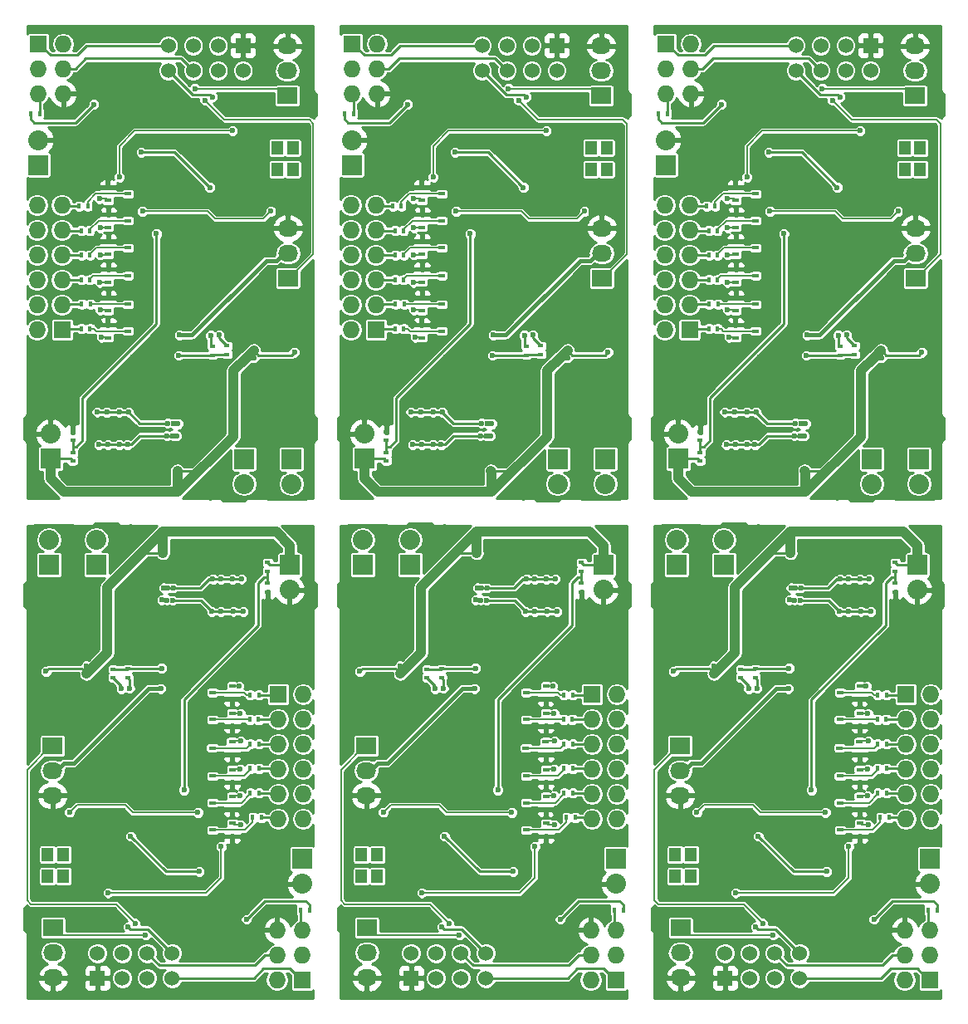
<source format=gbl>
G04 #@! TF.FileFunction,Copper,L2,Bot,Signal*
%FSLAX46Y46*%
G04 Gerber Fmt 4.6, Leading zero omitted, Abs format (unit mm)*
G04 Created by KiCad (PCBNEW 4.0.6) date 12/25/17 20:13:07*
%MOMM*%
%LPD*%
G01*
G04 APERTURE LIST*
%ADD10C,0.100000*%
%ADD11R,0.711200X0.457200*%
%ADD12R,1.200000X1.400000*%
%ADD13R,0.600000X0.400000*%
%ADD14R,0.400000X0.600000*%
%ADD15R,2.032000X1.727200*%
%ADD16O,2.032000X1.727200*%
%ADD17R,1.524000X1.524000*%
%ADD18C,1.524000*%
%ADD19R,1.727200X1.727200*%
%ADD20O,1.727200X1.727200*%
%ADD21R,2.032000X2.032000*%
%ADD22O,2.032000X2.032000*%
%ADD23C,0.600000*%
%ADD24C,0.250000*%
%ADD25C,0.400000*%
%ADD26C,0.150000*%
%ADD27C,1.000000*%
%ADD28C,0.300000*%
%ADD29C,0.254000*%
G04 APERTURE END LIST*
D10*
D11*
X75668566Y79012076D03*
X75668566Y80332876D03*
X77700566Y79672476D03*
X75652566Y81762076D03*
X75652566Y83082876D03*
X77684566Y82422476D03*
X75668566Y76262076D03*
X75668566Y77582876D03*
X77700566Y76922476D03*
D12*
X92898566Y84930476D03*
X92898566Y87130476D03*
X94498566Y84930476D03*
X94498566Y87130476D03*
D13*
X72058566Y58172076D03*
X72058566Y57272076D03*
D11*
X75652566Y67762076D03*
X75652566Y69082876D03*
X77684566Y68422476D03*
D14*
X73834566Y68672476D03*
X72934566Y68672476D03*
D13*
X72058566Y56072076D03*
X72058566Y55172076D03*
X87804166Y66934754D03*
X87804166Y66034754D03*
X86304166Y66884754D03*
X86304166Y65984754D03*
X54304166Y66884754D03*
X54304166Y65984754D03*
X55804166Y66934754D03*
X55804166Y66034754D03*
D11*
X75668566Y70512076D03*
X75668566Y71832876D03*
X77700566Y71172476D03*
D14*
X73834566Y73672476D03*
X72934566Y73672476D03*
X73884566Y71172476D03*
X72984566Y71172476D03*
X73834566Y76172476D03*
X72934566Y76172476D03*
D11*
X75684566Y73422476D03*
X75684566Y74743276D03*
X77716566Y74082876D03*
D12*
X60898566Y84930476D03*
X60898566Y87130476D03*
X62498566Y84930476D03*
X62498566Y87130476D03*
D14*
X67790566Y90602476D03*
X68690566Y90602476D03*
X73834566Y78672476D03*
X72934566Y78672476D03*
X73584566Y81172476D03*
X72684566Y81172476D03*
D11*
X11652566Y81762076D03*
X11652566Y83082876D03*
X13684566Y82422476D03*
D14*
X3790566Y90602476D03*
X4690566Y90602476D03*
D11*
X11668566Y79012076D03*
X11668566Y80332876D03*
X13700566Y79672476D03*
D14*
X9834566Y78672476D03*
X8934566Y78672476D03*
D11*
X11668566Y76262076D03*
X11668566Y77582876D03*
X13700566Y76922476D03*
D14*
X9834566Y76172476D03*
X8934566Y76172476D03*
X9584566Y81172476D03*
X8684566Y81172476D03*
X9884566Y71172476D03*
X8984566Y71172476D03*
D11*
X11652566Y67762076D03*
X11652566Y69082876D03*
X13684566Y68422476D03*
D14*
X9834566Y68672476D03*
X8934566Y68672476D03*
X9834566Y73672476D03*
X8934566Y73672476D03*
D11*
X11684566Y73422476D03*
X11684566Y74743276D03*
X13716566Y74082876D03*
X11668566Y70512076D03*
X11668566Y71832876D03*
X13700566Y71172476D03*
D13*
X8058566Y56072076D03*
X8058566Y55172076D03*
X8058566Y58172076D03*
X8058566Y57272076D03*
D11*
X43652566Y67762076D03*
X43652566Y69082876D03*
X45684566Y68422476D03*
X43668566Y70512076D03*
X43668566Y71832876D03*
X45700566Y71172476D03*
D14*
X41884566Y71172476D03*
X40984566Y71172476D03*
D11*
X43668566Y76262076D03*
X43668566Y77582876D03*
X45700566Y76922476D03*
D14*
X41834566Y73672476D03*
X40934566Y73672476D03*
X41834566Y76172476D03*
X40934566Y76172476D03*
D11*
X43684566Y73422476D03*
X43684566Y74743276D03*
X45716566Y74082876D03*
D12*
X28898566Y84930476D03*
X28898566Y87130476D03*
X30498566Y84930476D03*
X30498566Y87130476D03*
D14*
X35790566Y90602476D03*
X36690566Y90602476D03*
D11*
X43668566Y79012076D03*
X43668566Y80332876D03*
X45700566Y79672476D03*
D14*
X41584566Y81172476D03*
X40684566Y81172476D03*
X41834566Y78672476D03*
X40934566Y78672476D03*
D11*
X43652566Y81762076D03*
X43652566Y83082876D03*
X45684566Y82422476D03*
D13*
X22304166Y66884754D03*
X22304166Y65984754D03*
X23804166Y66934754D03*
X23804166Y66034754D03*
X40058566Y58172076D03*
X40058566Y57272076D03*
D14*
X41834566Y68672476D03*
X40934566Y68672476D03*
D13*
X40058566Y56072076D03*
X40058566Y55172076D03*
D15*
X30002566Y73838476D03*
D16*
X30002566Y76378476D03*
X30002566Y78918476D03*
D17*
X25424566Y97536476D03*
D18*
X25424566Y94996476D03*
X22884566Y97536476D03*
X22884566Y94996476D03*
X20344566Y97536476D03*
X20344566Y94996476D03*
X17804566Y97536476D03*
X17804566Y94996476D03*
D15*
X29952566Y92416476D03*
D16*
X29952566Y94956476D03*
X29952566Y97496476D03*
D19*
X4552566Y97714476D03*
D20*
X7092566Y97714476D03*
X4552566Y95174476D03*
X7092566Y95174476D03*
X4552566Y92634476D03*
X7092566Y92634476D03*
D21*
X4554566Y85370476D03*
D22*
X4554566Y87910476D03*
D21*
X36554566Y85370476D03*
D22*
X36554566Y87910476D03*
D19*
X36552566Y97714476D03*
D20*
X39092566Y97714476D03*
X36552566Y95174476D03*
X39092566Y95174476D03*
X36552566Y92634476D03*
X39092566Y92634476D03*
D21*
X68554566Y85370476D03*
D22*
X68554566Y87910476D03*
D19*
X70974566Y68592476D03*
D20*
X68434566Y68592476D03*
X70974566Y71132476D03*
X68434566Y71132476D03*
X70974566Y73672476D03*
X68434566Y73672476D03*
X70974566Y76212476D03*
X68434566Y76212476D03*
X70974566Y78752476D03*
X68434566Y78752476D03*
X70974566Y81292476D03*
X68434566Y81292476D03*
D17*
X89424566Y97536476D03*
D18*
X89424566Y94996476D03*
X86884566Y97536476D03*
X86884566Y94996476D03*
X84344566Y97536476D03*
X84344566Y94996476D03*
X81804566Y97536476D03*
X81804566Y94996476D03*
D15*
X93952566Y92416476D03*
D16*
X93952566Y94956476D03*
X93952566Y97496476D03*
D19*
X68552566Y97714476D03*
D20*
X71092566Y97714476D03*
X68552566Y95174476D03*
X71092566Y95174476D03*
X68552566Y92634476D03*
X71092566Y92634476D03*
D15*
X94002566Y73838476D03*
D16*
X94002566Y76378476D03*
X94002566Y78918476D03*
D21*
X69812566Y55422076D03*
D22*
X69812566Y57962076D03*
D21*
X94358966Y55398076D03*
D22*
X94358966Y52858076D03*
D21*
X89532966Y55398076D03*
D22*
X89532966Y52858076D03*
D21*
X25532966Y55398076D03*
D22*
X25532966Y52858076D03*
D21*
X30358966Y55398076D03*
D22*
X30358966Y52858076D03*
D21*
X5812566Y55422076D03*
D22*
X5812566Y57962076D03*
D19*
X6974566Y68592476D03*
D20*
X4434566Y68592476D03*
X6974566Y71132476D03*
X4434566Y71132476D03*
X6974566Y73672476D03*
X4434566Y73672476D03*
X6974566Y76212476D03*
X4434566Y76212476D03*
X6974566Y78752476D03*
X4434566Y78752476D03*
X6974566Y81292476D03*
X4434566Y81292476D03*
D21*
X37812566Y55422076D03*
D22*
X37812566Y57962076D03*
D19*
X38974566Y68592476D03*
D20*
X36434566Y68592476D03*
X38974566Y71132476D03*
X36434566Y71132476D03*
X38974566Y73672476D03*
X36434566Y73672476D03*
X38974566Y76212476D03*
X36434566Y76212476D03*
X38974566Y78752476D03*
X36434566Y78752476D03*
X38974566Y81292476D03*
X36434566Y81292476D03*
D15*
X62002566Y73838476D03*
D16*
X62002566Y76378476D03*
X62002566Y78918476D03*
D15*
X61952566Y92416476D03*
D16*
X61952566Y94956476D03*
X61952566Y97496476D03*
D17*
X57424566Y97536476D03*
D18*
X57424566Y94996476D03*
X54884566Y97536476D03*
X54884566Y94996476D03*
X52344566Y97536476D03*
X52344566Y94996476D03*
X49804566Y97536476D03*
X49804566Y94996476D03*
D21*
X57532966Y55398076D03*
D22*
X57532966Y52858076D03*
D21*
X62358966Y55398076D03*
D22*
X62358966Y52858076D03*
D11*
X88348000Y18238400D03*
X88348000Y16917600D03*
X86316000Y17578000D03*
D12*
X71102000Y15070000D03*
X71102000Y12870000D03*
X69502000Y15070000D03*
X69502000Y12870000D03*
D14*
X90416000Y18828000D03*
X91316000Y18828000D03*
X96210000Y9398000D03*
X95310000Y9398000D03*
D11*
X88332000Y20988400D03*
X88332000Y19667600D03*
X86300000Y20328000D03*
D14*
X90166000Y21328000D03*
X91066000Y21328000D03*
X90116000Y28828000D03*
X91016000Y28828000D03*
X90166000Y26328000D03*
X91066000Y26328000D03*
D11*
X88316000Y26578000D03*
X88316000Y25257200D03*
X86284000Y25917600D03*
X88332000Y23738400D03*
X88332000Y22417600D03*
X86300000Y23078000D03*
X88332000Y29488400D03*
X88332000Y28167600D03*
X86300000Y28828000D03*
D14*
X90166000Y23828000D03*
X91066000Y23828000D03*
D13*
X77696400Y33115722D03*
X77696400Y34015722D03*
X76196400Y33065722D03*
X76196400Y33965722D03*
X91942000Y43928400D03*
X91942000Y44828400D03*
D11*
X88348000Y32238400D03*
X88348000Y30917600D03*
X86316000Y31578000D03*
D13*
X91942000Y41828400D03*
X91942000Y42728400D03*
D14*
X90166000Y31328000D03*
X91066000Y31328000D03*
D17*
X74576000Y2464000D03*
D18*
X74576000Y5004000D03*
X77116000Y2464000D03*
X77116000Y5004000D03*
X79656000Y2464000D03*
X79656000Y5004000D03*
X82196000Y2464000D03*
X82196000Y5004000D03*
D19*
X93026000Y31408000D03*
D20*
X95566000Y31408000D03*
X93026000Y28868000D03*
X95566000Y28868000D03*
X93026000Y26328000D03*
X95566000Y26328000D03*
X93026000Y23788000D03*
X95566000Y23788000D03*
X93026000Y21248000D03*
X95566000Y21248000D03*
X93026000Y18708000D03*
X95566000Y18708000D03*
D21*
X95446000Y14630000D03*
D22*
X95446000Y12090000D03*
D15*
X70048000Y7584000D03*
D16*
X70048000Y5044000D03*
X70048000Y2504000D03*
D19*
X95448000Y2286000D03*
D20*
X92908000Y2286000D03*
X95448000Y4826000D03*
X92908000Y4826000D03*
X95448000Y7366000D03*
X92908000Y7366000D03*
D15*
X69998000Y26162000D03*
D16*
X69998000Y23622000D03*
X69998000Y21082000D03*
D21*
X69641600Y44602400D03*
D22*
X69641600Y47142400D03*
D21*
X74467600Y44602400D03*
D22*
X74467600Y47142400D03*
D21*
X94188000Y44578400D03*
D22*
X94188000Y42038400D03*
D11*
X56348000Y18238400D03*
X56348000Y16917600D03*
X54316000Y17578000D03*
D12*
X39102000Y15070000D03*
X39102000Y12870000D03*
X37502000Y15070000D03*
X37502000Y12870000D03*
D14*
X58416000Y18828000D03*
X59316000Y18828000D03*
X64210000Y9398000D03*
X63310000Y9398000D03*
D11*
X56332000Y20988400D03*
X56332000Y19667600D03*
X54300000Y20328000D03*
D14*
X58166000Y21328000D03*
X59066000Y21328000D03*
X58116000Y28828000D03*
X59016000Y28828000D03*
X58166000Y26328000D03*
X59066000Y26328000D03*
D11*
X56316000Y26578000D03*
X56316000Y25257200D03*
X54284000Y25917600D03*
X56332000Y23738400D03*
X56332000Y22417600D03*
X54300000Y23078000D03*
X56332000Y29488400D03*
X56332000Y28167600D03*
X54300000Y28828000D03*
D14*
X58166000Y23828000D03*
X59066000Y23828000D03*
D13*
X45696400Y33115722D03*
X45696400Y34015722D03*
X44196400Y33065722D03*
X44196400Y33965722D03*
X59942000Y43928400D03*
X59942000Y44828400D03*
D11*
X56348000Y32238400D03*
X56348000Y30917600D03*
X54316000Y31578000D03*
D13*
X59942000Y41828400D03*
X59942000Y42728400D03*
D14*
X58166000Y31328000D03*
X59066000Y31328000D03*
D17*
X42576000Y2464000D03*
D18*
X42576000Y5004000D03*
X45116000Y2464000D03*
X45116000Y5004000D03*
X47656000Y2464000D03*
X47656000Y5004000D03*
X50196000Y2464000D03*
X50196000Y5004000D03*
D19*
X61026000Y31408000D03*
D20*
X63566000Y31408000D03*
X61026000Y28868000D03*
X63566000Y28868000D03*
X61026000Y26328000D03*
X63566000Y26328000D03*
X61026000Y23788000D03*
X63566000Y23788000D03*
X61026000Y21248000D03*
X63566000Y21248000D03*
X61026000Y18708000D03*
X63566000Y18708000D03*
D21*
X63446000Y14630000D03*
D22*
X63446000Y12090000D03*
D15*
X38048000Y7584000D03*
D16*
X38048000Y5044000D03*
X38048000Y2504000D03*
D19*
X63448000Y2286000D03*
D20*
X60908000Y2286000D03*
X63448000Y4826000D03*
X60908000Y4826000D03*
X63448000Y7366000D03*
X60908000Y7366000D03*
D15*
X37998000Y26162000D03*
D16*
X37998000Y23622000D03*
X37998000Y21082000D03*
D21*
X37641600Y44602400D03*
D22*
X37641600Y47142400D03*
D21*
X42467600Y44602400D03*
D22*
X42467600Y47142400D03*
D21*
X62188000Y44578400D03*
D22*
X62188000Y42038400D03*
D19*
X31448000Y2286000D03*
D20*
X28908000Y2286000D03*
X31448000Y4826000D03*
X28908000Y4826000D03*
X31448000Y7366000D03*
X28908000Y7366000D03*
D21*
X5641600Y44602400D03*
D22*
X5641600Y47142400D03*
D21*
X10467600Y44602400D03*
D22*
X10467600Y47142400D03*
D19*
X29026000Y31408000D03*
D20*
X31566000Y31408000D03*
X29026000Y28868000D03*
X31566000Y28868000D03*
X29026000Y26328000D03*
X31566000Y26328000D03*
X29026000Y23788000D03*
X31566000Y23788000D03*
X29026000Y21248000D03*
X31566000Y21248000D03*
X29026000Y18708000D03*
X31566000Y18708000D03*
D15*
X5998000Y26162000D03*
D16*
X5998000Y23622000D03*
X5998000Y21082000D03*
D15*
X6048000Y7584000D03*
D16*
X6048000Y5044000D03*
X6048000Y2504000D03*
D21*
X30188000Y44578400D03*
D22*
X30188000Y42038400D03*
D21*
X31446000Y14630000D03*
D22*
X31446000Y12090000D03*
D11*
X24332000Y20988400D03*
X24332000Y19667600D03*
X22300000Y20328000D03*
X24348000Y18238400D03*
X24348000Y16917600D03*
X22316000Y17578000D03*
X24348000Y32238400D03*
X24348000Y30917600D03*
X22316000Y31578000D03*
X24332000Y29488400D03*
X24332000Y28167600D03*
X22300000Y28828000D03*
X24316000Y26578000D03*
X24316000Y25257200D03*
X22284000Y25917600D03*
X24332000Y23738400D03*
X24332000Y22417600D03*
X22300000Y23078000D03*
D17*
X10576000Y2464000D03*
D18*
X10576000Y5004000D03*
X13116000Y2464000D03*
X13116000Y5004000D03*
X15656000Y2464000D03*
X15656000Y5004000D03*
X18196000Y2464000D03*
X18196000Y5004000D03*
D12*
X7102000Y15070000D03*
X7102000Y12870000D03*
X5502000Y15070000D03*
X5502000Y12870000D03*
D13*
X13696400Y33115722D03*
X13696400Y34015722D03*
X12196400Y33065722D03*
X12196400Y33965722D03*
D14*
X26166000Y21328000D03*
X27066000Y21328000D03*
X26416000Y18828000D03*
X27316000Y18828000D03*
X26166000Y31328000D03*
X27066000Y31328000D03*
X26116000Y28828000D03*
X27016000Y28828000D03*
X26166000Y26328000D03*
X27066000Y26328000D03*
X26166000Y23828000D03*
X27066000Y23828000D03*
X32210000Y9398000D03*
X31310000Y9398000D03*
D13*
X27942000Y43928400D03*
X27942000Y44828400D03*
X27942000Y41828400D03*
X27942000Y42728400D03*
D23*
X10216766Y91542276D03*
X50878166Y65939076D03*
X42216766Y91542276D03*
X50954366Y68021876D03*
X18878166Y65939076D03*
X18954366Y68021876D03*
X74216766Y91542276D03*
X82878166Y65939076D03*
X82954366Y68021876D03*
X89783800Y8458200D03*
X81122400Y34061400D03*
X81046200Y31978600D03*
X57783800Y8458200D03*
X49122400Y34061400D03*
X49046200Y31978600D03*
X17046200Y31978600D03*
X25783800Y8458200D03*
X17122400Y34061400D03*
X10546966Y72263676D03*
X10445366Y74905276D03*
X10445366Y77648476D03*
X26548966Y78258076D03*
X24275873Y80700847D03*
X24720166Y83896876D03*
X20249766Y82372876D03*
X18014566Y78105676D03*
X14763366Y78308876D03*
X15982566Y82880876D03*
X10546966Y83439676D03*
X10699366Y80645676D03*
X10394566Y86741676D03*
X14356966Y93294876D03*
X24313766Y91212076D03*
X17455766Y90856476D03*
X63781366Y87046476D03*
X63324166Y90907276D03*
X63273366Y89027676D03*
X46763366Y78308876D03*
X52249766Y82372876D03*
X47982566Y82880876D03*
X58701366Y91008876D03*
X58853766Y88621276D03*
X56313766Y91212076D03*
X42699366Y80645676D03*
X42546966Y83439676D03*
X49455766Y90856476D03*
X46356966Y93294876D03*
X60109966Y83146476D03*
X62689166Y81636276D03*
X58548966Y78258076D03*
X56275873Y80700847D03*
X56720166Y83896876D03*
X45696566Y67640876D03*
X46153766Y65761276D03*
X46153766Y63475276D03*
X51411566Y58369876D03*
X46135605Y54811810D03*
X43562966Y53467676D03*
X31628966Y58446076D03*
X31374966Y63221276D03*
X28487554Y67096607D03*
X32340166Y51943676D03*
X28022166Y51791276D03*
X23297766Y54890076D03*
X22129366Y51943676D03*
X20478366Y55804476D03*
X9683366Y65964476D03*
X14135605Y54811810D03*
X6584566Y65202476D03*
X5822566Y61341676D03*
X11562966Y53467676D03*
X41683366Y65964476D03*
X37822566Y61341676D03*
X38584566Y65202476D03*
X26853766Y88621276D03*
X26701366Y91008876D03*
X31324166Y90907276D03*
X31781366Y87046476D03*
X31273366Y89027676D03*
X42597766Y69571276D03*
X42546966Y72263676D03*
X30689166Y81636276D03*
X27285566Y73076476D03*
X28109966Y83146476D03*
X42394566Y86741676D03*
X42445366Y74905276D03*
X50014566Y78105676D03*
X42445366Y77648476D03*
X51614766Y58928676D03*
X55399366Y60249476D03*
X54510366Y61951276D03*
X51462172Y61011670D03*
X51436966Y57785676D03*
X54129366Y51943676D03*
X52478366Y55804476D03*
X56995688Y67031276D03*
X63374966Y63221276D03*
X58697853Y63453305D03*
X60487554Y67096607D03*
X55297766Y54890076D03*
X60022166Y51791276D03*
X63628966Y58446076D03*
X64340166Y51943676D03*
X52706966Y64694476D03*
X50319366Y70688876D03*
X57894166Y70359754D03*
X57894166Y69109754D03*
X59285566Y73076476D03*
X59144166Y69109754D03*
X59144166Y70359754D03*
X18319366Y70688876D03*
X14153766Y65761276D03*
X19436966Y57785676D03*
X22510366Y61951276D03*
X23399366Y60249476D03*
X19411566Y58369876D03*
X19462172Y61011670D03*
X19614766Y58928676D03*
X24995688Y67031276D03*
X26697853Y63453305D03*
X20706966Y64694476D03*
X10597766Y69571276D03*
X14153766Y63475276D03*
X13696566Y67640876D03*
X27144166Y69109754D03*
X27144166Y70359754D03*
X25894166Y69109754D03*
X25894166Y70359754D03*
X78153766Y65761276D03*
X74597766Y69571276D03*
X77696566Y67640876D03*
X70584566Y65202476D03*
X69822566Y61341676D03*
X73683366Y65964476D03*
X78153766Y63475276D03*
X78135605Y54811810D03*
X75562966Y53467676D03*
X74546966Y72263676D03*
X74445366Y74905276D03*
X82014566Y78105676D03*
X79982566Y82880876D03*
X74699366Y80645676D03*
X78763366Y78308876D03*
X74445366Y77648476D03*
X74546966Y83439676D03*
X78356966Y93294876D03*
X74394566Y86741676D03*
X81455766Y90856476D03*
X83614766Y58928676D03*
X83436966Y57785676D03*
X83411566Y58369876D03*
X84478366Y55804476D03*
X95628966Y58446076D03*
X86129366Y51943676D03*
X96340166Y51943676D03*
X92022166Y51791276D03*
X87297766Y54890076D03*
X90548966Y78258076D03*
X84249766Y82372876D03*
X88275873Y80700847D03*
X88720166Y83896876D03*
X88313766Y91212076D03*
X90701366Y91008876D03*
X90853766Y88621276D03*
X95781366Y87046476D03*
X95273366Y89027676D03*
X95324166Y90907276D03*
X92109966Y83146476D03*
X94689166Y81636276D03*
X87399366Y60249476D03*
X86510366Y61951276D03*
X83462172Y61011670D03*
X84706966Y64694476D03*
X82319366Y70688876D03*
X89894166Y69109754D03*
X91285566Y73076476D03*
X91144166Y69109754D03*
X89894166Y70359754D03*
X91144166Y70359754D03*
X90697853Y63453305D03*
X95374966Y63221276D03*
X88995688Y67031276D03*
X92487554Y67096607D03*
X89301200Y19354800D03*
X85237200Y21691600D03*
X89555200Y25095200D03*
X89555200Y22352000D03*
X89453600Y16560800D03*
X89606000Y13258800D03*
X84018000Y17119600D03*
X85643600Y6705600D03*
X73146800Y11379200D03*
X75686800Y8788400D03*
X73299200Y8991600D03*
X68676400Y9093200D03*
X68219200Y12954000D03*
X68727200Y10972800D03*
X82544800Y9144000D03*
X67660400Y48056800D03*
X71978400Y48209200D03*
X76702800Y45110400D03*
X77871200Y48056800D03*
X79522200Y44196000D03*
X80563600Y42214800D03*
X76601200Y39751000D03*
X77490200Y38049200D03*
X80385800Y41071800D03*
X80538394Y38988806D03*
X80589000Y41630600D03*
X79293600Y35306000D03*
X90317200Y34036000D03*
X93416000Y34798000D03*
X94178000Y38658800D03*
X88437600Y46532800D03*
X85864961Y45188666D03*
X85846800Y34239200D03*
X85846800Y36525200D03*
X86304000Y32359600D03*
X89402800Y30429200D03*
X89453600Y27736800D03*
X68371600Y41554400D03*
X75004878Y32969200D03*
X71513012Y32903869D03*
X73302713Y36547171D03*
X68625600Y36779200D03*
X71890600Y16854000D03*
X69311400Y18364200D03*
X73451600Y21742400D03*
X81681200Y29311600D03*
X74106400Y30890722D03*
X72856400Y30890722D03*
X72856400Y29640722D03*
X72715000Y26924000D03*
X74106400Y29640722D03*
X81986000Y21894800D03*
X75724693Y19299629D03*
X79750800Y17627600D03*
X75280400Y16103600D03*
X57301200Y19354800D03*
X53237200Y21691600D03*
X57555200Y25095200D03*
X57555200Y22352000D03*
X57453600Y16560800D03*
X57606000Y13258800D03*
X52018000Y17119600D03*
X53643600Y6705600D03*
X41146800Y11379200D03*
X43686800Y8788400D03*
X41299200Y8991600D03*
X36676400Y9093200D03*
X36219200Y12954000D03*
X36727200Y10972800D03*
X50544800Y9144000D03*
X35660400Y48056800D03*
X39978400Y48209200D03*
X44702800Y45110400D03*
X45871200Y48056800D03*
X47522200Y44196000D03*
X48563600Y42214800D03*
X44601200Y39751000D03*
X45490200Y38049200D03*
X48385800Y41071800D03*
X48538394Y38988806D03*
X48589000Y41630600D03*
X47293600Y35306000D03*
X58317200Y34036000D03*
X61416000Y34798000D03*
X62178000Y38658800D03*
X56437600Y46532800D03*
X53864961Y45188666D03*
X53846800Y34239200D03*
X53846800Y36525200D03*
X54304000Y32359600D03*
X57402800Y30429200D03*
X57453600Y27736800D03*
X36371600Y41554400D03*
X43004878Y32969200D03*
X39513012Y32903869D03*
X41302713Y36547171D03*
X36625600Y36779200D03*
X39890600Y16854000D03*
X37311400Y18364200D03*
X41451600Y21742400D03*
X49681200Y29311600D03*
X42106400Y30890722D03*
X40856400Y30890722D03*
X40856400Y29640722D03*
X40715000Y26924000D03*
X42106400Y29640722D03*
X49986000Y21894800D03*
X43724693Y19299629D03*
X47750800Y17627600D03*
X43280400Y16103600D03*
X25453600Y16560800D03*
X25301200Y19354800D03*
X25402800Y30429200D03*
X25453600Y27736800D03*
X25555200Y22352000D03*
X25555200Y25095200D03*
X21237200Y21691600D03*
X17986000Y21894800D03*
X17681200Y29311600D03*
X15293600Y35306000D03*
X12702800Y45110400D03*
X3660400Y48056800D03*
X7978400Y48209200D03*
X13871200Y48056800D03*
X26317200Y34036000D03*
X29416000Y34798000D03*
X30178000Y38658800D03*
X21864961Y45188666D03*
X24437600Y46532800D03*
X11724693Y19299629D03*
X9451600Y21742400D03*
X11686800Y8788400D03*
X4676400Y9093200D03*
X4727200Y10972800D03*
X22304000Y32359600D03*
X21846800Y34239200D03*
X21846800Y36525200D03*
X4371600Y41554400D03*
X4625600Y36779200D03*
X11004878Y32969200D03*
X25606000Y13258800D03*
X9146800Y11379200D03*
X9299200Y8991600D03*
X18544800Y9144000D03*
X21643600Y6705600D03*
X20018000Y17119600D03*
X15750800Y17627600D03*
X7890600Y16854000D03*
X11280400Y16103600D03*
X7513012Y32903869D03*
X9302713Y36547171D03*
X4219200Y12954000D03*
X5311400Y18364200D03*
X13490200Y38049200D03*
X12601200Y39751000D03*
X15522200Y44196000D03*
X16538394Y38988806D03*
X16385800Y41071800D03*
X16563600Y42214800D03*
X16589000Y41630600D03*
X8856400Y30890722D03*
X10106400Y30890722D03*
X10106400Y29640722D03*
X8856400Y29640722D03*
X8715000Y26924000D03*
X22027766Y83084076D03*
X15051956Y86663283D03*
X54027766Y83084076D03*
X47051956Y86663283D03*
X79051956Y86663283D03*
X86027766Y83084076D03*
X84948610Y13337193D03*
X77972800Y16916400D03*
X52948610Y13337193D03*
X45972800Y16916400D03*
X20948610Y13337193D03*
X13972800Y16916400D03*
X16592166Y78359676D03*
X48592166Y78359676D03*
X80592166Y78359676D03*
X83408400Y21640800D03*
X51408400Y21640800D03*
X19408400Y21640800D03*
X50725766Y54178876D03*
X30663766Y66269276D03*
X18776566Y53061276D03*
X18776566Y52019876D03*
X18725766Y54178876D03*
X50776566Y52019876D03*
X50776566Y53061276D03*
X58554166Y65698476D03*
X58519166Y66472476D03*
X62663766Y66269276D03*
X26519166Y66472476D03*
X26554166Y65698476D03*
X82725766Y54178876D03*
X82776566Y52019876D03*
X82776566Y53061276D03*
X94663766Y66269276D03*
X90519166Y66472476D03*
X90554166Y65698476D03*
X81224000Y46939200D03*
X81224000Y47980600D03*
X81274800Y45821600D03*
X73481400Y33528000D03*
X73446400Y34302000D03*
X69336800Y33731200D03*
X49224000Y46939200D03*
X49224000Y47980600D03*
X49274800Y45821600D03*
X41481400Y33528000D03*
X41446400Y34302000D03*
X37336800Y33731200D03*
X9446400Y34302000D03*
X17224000Y46939200D03*
X17224000Y47980600D03*
X17274800Y45821600D03*
X5336800Y33731200D03*
X9481400Y33528000D03*
X12807566Y84125476D03*
X24339166Y88849876D03*
X56339166Y88849876D03*
X44807566Y84125476D03*
X76807566Y84125476D03*
X88339166Y88849876D03*
X87193000Y15875000D03*
X75661400Y11150600D03*
X55193000Y15875000D03*
X43661400Y11150600D03*
X23193000Y15875000D03*
X11661400Y11150600D03*
X22290956Y92311488D03*
X54290956Y92311488D03*
X86290956Y92311488D03*
X77709610Y7688988D03*
X45709610Y7688988D03*
X13709610Y7688988D03*
X62268564Y87130476D03*
X30268564Y87130476D03*
X94268564Y87130476D03*
X69732002Y12870000D03*
X37732002Y12870000D03*
X5732002Y12870000D03*
X60758766Y84746476D03*
X28758766Y84746476D03*
X92758766Y84746476D03*
X71241800Y15254000D03*
X39241800Y15254000D03*
X7241800Y15254000D03*
X49760566Y59030276D03*
X50802607Y58977608D03*
X50316332Y59002875D03*
X45747366Y60173276D03*
X44807566Y60173276D03*
X43537566Y60147876D03*
X10546966Y60173276D03*
X42546966Y60173276D03*
X18802607Y58977608D03*
X17760566Y59030276D03*
X18316332Y59002875D03*
X12807566Y60173276D03*
X11537566Y60147876D03*
X13747366Y60173276D03*
X74546966Y60173276D03*
X77747366Y60173276D03*
X76807566Y60173276D03*
X75537566Y60147876D03*
X82802607Y58977608D03*
X81760566Y59030276D03*
X82316332Y59002875D03*
X81197959Y41022868D03*
X89453600Y39827200D03*
X87193000Y39827200D03*
X88463000Y39852600D03*
X86253200Y39827200D03*
X81684234Y40997601D03*
X82240000Y40970200D03*
X49197959Y41022868D03*
X57453600Y39827200D03*
X55193000Y39827200D03*
X56463000Y39852600D03*
X54253200Y39827200D03*
X49684234Y40997601D03*
X50240000Y40970200D03*
X17197959Y41022868D03*
X22253200Y39827200D03*
X23193000Y39827200D03*
X25453600Y39827200D03*
X24463000Y39852600D03*
X18240000Y40970200D03*
X17684234Y40997601D03*
X50243166Y57760276D03*
X49684366Y57760276D03*
X50674966Y57752817D03*
X42724766Y56845876D03*
X45645766Y56853817D03*
X44807566Y56853817D03*
X43639166Y56853817D03*
X10724766Y56845876D03*
X17684366Y57760276D03*
X18674966Y57752817D03*
X18243166Y57760276D03*
X13645766Y56853817D03*
X11639166Y56853817D03*
X12807566Y56853817D03*
X77645766Y56853817D03*
X76807566Y56853817D03*
X75639166Y56853817D03*
X82674966Y57752817D03*
X74724766Y56845876D03*
X82243166Y57760276D03*
X81684366Y57760276D03*
X86354800Y43146659D03*
X87193000Y43146659D03*
X88361400Y43146659D03*
X89275800Y43154600D03*
X81325600Y42247659D03*
X81757400Y42240200D03*
X82316200Y42240200D03*
X54354800Y43146659D03*
X55193000Y43146659D03*
X56361400Y43146659D03*
X57275800Y43154600D03*
X49325600Y42247659D03*
X49757400Y42240200D03*
X50316200Y42240200D03*
X25275800Y43154600D03*
X22354800Y43146659D03*
X23193000Y43146659D03*
X24361400Y43146659D03*
X17325600Y42247659D03*
X18316200Y42240200D03*
X17757400Y42240200D03*
X21545166Y91948676D03*
X53545166Y91948676D03*
X85545166Y91948676D03*
X78455400Y8051800D03*
X46455400Y8051800D03*
X14455400Y8051800D03*
X20503766Y93142476D03*
X52503766Y93142476D03*
X84503766Y93142476D03*
X79496800Y6858000D03*
X47496800Y6858000D03*
X15496800Y6858000D03*
X10800966Y81915676D03*
X42800966Y81915676D03*
X74800966Y81915676D03*
X89199600Y18084800D03*
X57199600Y18084800D03*
X25199600Y18084800D03*
X10851766Y76226076D03*
X42851766Y76226076D03*
X74851766Y76226076D03*
X89148800Y23774400D03*
X57148800Y23774400D03*
X25148800Y23774400D03*
X10800966Y73381276D03*
X42800966Y73381276D03*
X74800966Y73381276D03*
X89199600Y26619200D03*
X57199600Y26619200D03*
X25199600Y26619200D03*
X42851766Y70587276D03*
X10851766Y70587276D03*
X74851766Y70587276D03*
X89148800Y29413200D03*
X57148800Y29413200D03*
X25148800Y29413200D03*
X43004166Y67793276D03*
X11004166Y67793276D03*
X75004166Y67793276D03*
X88996400Y32207200D03*
X56996400Y32207200D03*
X24996400Y32207200D03*
X54129366Y67996476D03*
X22129366Y67996476D03*
X86129366Y67996476D03*
X77871200Y32004000D03*
X45871200Y32004000D03*
X13871200Y32004000D03*
X54992966Y68047276D03*
X22992966Y68047276D03*
X86992966Y68047276D03*
X77007600Y31953200D03*
X45007600Y31953200D03*
X13007600Y31953200D03*
X10851766Y78969276D03*
X42851766Y78969276D03*
X74851766Y78969276D03*
X89148800Y21031200D03*
X57148800Y21031200D03*
X25148800Y21031200D03*
X15169766Y80645676D03*
X47169766Y80645676D03*
X60276166Y80645676D03*
X28276166Y80645676D03*
X79169766Y80645676D03*
X92276166Y80645676D03*
X84830800Y19354800D03*
X71724400Y19354800D03*
X52830800Y19354800D03*
X39724400Y19354800D03*
X7724400Y19354800D03*
X20830800Y19354800D03*
D24*
X67790566Y90052476D02*
X68154966Y89688076D01*
X67790566Y90602476D02*
X67790566Y90052476D01*
X54304166Y65984754D02*
X50923844Y65984754D01*
X36154966Y89688076D02*
X40362566Y89688076D01*
X40362566Y89688076D02*
X42216766Y91542276D01*
X35790566Y90602476D02*
X35790566Y90052476D01*
X35790566Y90052476D02*
X36154966Y89688076D01*
X22354166Y66034754D02*
X22304166Y65984754D01*
X23804166Y66034754D02*
X22354166Y66034754D01*
X18923844Y65984754D02*
X18878166Y65939076D01*
X22304166Y65984754D02*
X18923844Y65984754D01*
D25*
X27818966Y75616476D02*
X28834966Y75616476D01*
X28834966Y75616476D02*
X29596966Y76378476D01*
X29596966Y76378476D02*
X30002566Y76378476D01*
X20224366Y68021876D02*
X27818966Y75616476D01*
X18954366Y68021876D02*
X20224366Y68021876D01*
D24*
X3790566Y90602476D02*
X3790566Y90052476D01*
X8362566Y89688076D02*
X10216766Y91542276D01*
X4154966Y89688076D02*
X8362566Y89688076D01*
X3790566Y90052476D02*
X4154966Y89688076D01*
X82923844Y65984754D02*
X82878166Y65939076D01*
X87804166Y66034754D02*
X86354166Y66034754D01*
X86304166Y65984754D02*
X82923844Y65984754D01*
D25*
X91818966Y75616476D02*
X92834966Y75616476D01*
X93596966Y76378476D02*
X94002566Y76378476D01*
X92834966Y75616476D02*
X93596966Y76378476D01*
D24*
X68154966Y89688076D02*
X72362566Y89688076D01*
X72362566Y89688076D02*
X74216766Y91542276D01*
X86354166Y66034754D02*
X86304166Y65984754D01*
D25*
X84224366Y68021876D02*
X91818966Y75616476D01*
X82954366Y68021876D02*
X84224366Y68021876D01*
X59818966Y75616476D02*
X60834966Y75616476D01*
X52224366Y68021876D02*
X59818966Y75616476D01*
X61596966Y76378476D02*
X62002566Y76378476D01*
X60834966Y75616476D02*
X61596966Y76378476D01*
X50954366Y68021876D02*
X52224366Y68021876D01*
D24*
X50923844Y65984754D02*
X50878166Y65939076D01*
X54354166Y66034754D02*
X54304166Y65984754D01*
X55804166Y66034754D02*
X54354166Y66034754D01*
X96210000Y9398000D02*
X96210000Y9948000D01*
X96210000Y9948000D02*
X95845600Y10312400D01*
X91638000Y10312400D02*
X89783800Y8458200D01*
X95845600Y10312400D02*
X91638000Y10312400D01*
X77646400Y33965722D02*
X77696400Y34015722D01*
X76196400Y33965722D02*
X77646400Y33965722D01*
X77696400Y34015722D02*
X81076722Y34015722D01*
X81076722Y34015722D02*
X81122400Y34061400D01*
D25*
X79776200Y31978600D02*
X72181600Y24384000D01*
X72181600Y24384000D02*
X71165600Y24384000D01*
X71165600Y24384000D02*
X70403600Y23622000D01*
X70403600Y23622000D02*
X69998000Y23622000D01*
X81046200Y31978600D02*
X79776200Y31978600D01*
D24*
X64210000Y9398000D02*
X64210000Y9948000D01*
X64210000Y9948000D02*
X63845600Y10312400D01*
X59638000Y10312400D02*
X57783800Y8458200D01*
X63845600Y10312400D02*
X59638000Y10312400D01*
X45646400Y33965722D02*
X45696400Y34015722D01*
X44196400Y33965722D02*
X45646400Y33965722D01*
X45696400Y34015722D02*
X49076722Y34015722D01*
X49076722Y34015722D02*
X49122400Y34061400D01*
D25*
X47776200Y31978600D02*
X40181600Y24384000D01*
X40181600Y24384000D02*
X39165600Y24384000D01*
X39165600Y24384000D02*
X38403600Y23622000D01*
X38403600Y23622000D02*
X37998000Y23622000D01*
X49046200Y31978600D02*
X47776200Y31978600D01*
X7165600Y24384000D02*
X6403600Y23622000D01*
X6403600Y23622000D02*
X5998000Y23622000D01*
X8181600Y24384000D02*
X7165600Y24384000D01*
X15776200Y31978600D02*
X8181600Y24384000D01*
X17046200Y31978600D02*
X15776200Y31978600D01*
D24*
X31845600Y10312400D02*
X27638000Y10312400D01*
X27638000Y10312400D02*
X25783800Y8458200D01*
X32210000Y9398000D02*
X32210000Y9948000D01*
X32210000Y9948000D02*
X31845600Y10312400D01*
X13696400Y34015722D02*
X17076722Y34015722D01*
X17076722Y34015722D02*
X17122400Y34061400D01*
X12196400Y33965722D02*
X13646400Y33965722D01*
X13646400Y33965722D02*
X13696400Y34015722D01*
X39054566Y78672476D02*
X38974566Y78752476D01*
X40934566Y78672476D02*
X39054566Y78672476D01*
X7054566Y78672476D02*
X6974566Y78752476D01*
X8934566Y78672476D02*
X7054566Y78672476D01*
X71054566Y78672476D02*
X70974566Y78752476D01*
X72934566Y78672476D02*
X71054566Y78672476D01*
X92946000Y21328000D02*
X93026000Y21248000D01*
X91066000Y21328000D02*
X92946000Y21328000D01*
X60946000Y21328000D02*
X61026000Y21248000D01*
X59066000Y21328000D02*
X60946000Y21328000D01*
X27066000Y21328000D02*
X28946000Y21328000D01*
X28946000Y21328000D02*
X29026000Y21248000D01*
X39094566Y81172476D02*
X38974566Y81292476D01*
X40684566Y81172476D02*
X39094566Y81172476D01*
X8684566Y81172476D02*
X7094566Y81172476D01*
X7094566Y81172476D02*
X6974566Y81292476D01*
X71094566Y81172476D02*
X70974566Y81292476D01*
X72684566Y81172476D02*
X71094566Y81172476D01*
X92906000Y18828000D02*
X93026000Y18708000D01*
X91316000Y18828000D02*
X92906000Y18828000D01*
X60906000Y18828000D02*
X61026000Y18708000D01*
X59316000Y18828000D02*
X60906000Y18828000D01*
X27316000Y18828000D02*
X28906000Y18828000D01*
X28906000Y18828000D02*
X29026000Y18708000D01*
X7054566Y68672476D02*
X6974566Y68592476D01*
X8934566Y68672476D02*
X7054566Y68672476D01*
X71054566Y68672476D02*
X70974566Y68592476D01*
X72934566Y68672476D02*
X71054566Y68672476D01*
X39054566Y68672476D02*
X38974566Y68592476D01*
X40934566Y68672476D02*
X39054566Y68672476D01*
X92946000Y31328000D02*
X93026000Y31408000D01*
X91066000Y31328000D02*
X92946000Y31328000D01*
X60946000Y31328000D02*
X61026000Y31408000D01*
X59066000Y31328000D02*
X60946000Y31328000D01*
X27066000Y31328000D02*
X28946000Y31328000D01*
X28946000Y31328000D02*
X29026000Y31408000D01*
X7014566Y71172476D02*
X6974566Y71132476D01*
X8984566Y71172476D02*
X7014566Y71172476D01*
X72984566Y71172476D02*
X71014566Y71172476D01*
X71014566Y71172476D02*
X70974566Y71132476D01*
X40984566Y71172476D02*
X39014566Y71172476D01*
X39014566Y71172476D02*
X38974566Y71132476D01*
X92986000Y28828000D02*
X93026000Y28868000D01*
X91016000Y28828000D02*
X92986000Y28828000D01*
X60986000Y28828000D02*
X61026000Y28868000D01*
X59016000Y28828000D02*
X60986000Y28828000D01*
X27016000Y28828000D02*
X28986000Y28828000D01*
X28986000Y28828000D02*
X29026000Y28868000D01*
D25*
X50319366Y77800876D02*
X50014566Y78105676D01*
X50014566Y78105676D02*
X50014566Y79223276D01*
X47830166Y79375676D02*
X46763366Y78308876D01*
D26*
X54603844Y82372876D02*
X55975874Y81000846D01*
X55975874Y81000846D02*
X56275873Y80700847D01*
X56796504Y81221478D02*
X56575872Y81000846D01*
X56575872Y81000846D02*
X56275873Y80700847D01*
D25*
X43668566Y80332876D02*
X43012166Y80332876D01*
X43012166Y80332876D02*
X42699366Y80645676D01*
X50014566Y79223276D02*
X49862166Y79375676D01*
D26*
X52249766Y82372876D02*
X54603844Y82372876D01*
X58701366Y91008876D02*
X56516966Y91008876D01*
X64086166Y91567676D02*
X63527366Y91008876D01*
X63527366Y91008876D02*
X58701366Y91008876D01*
X63118566Y97496476D02*
X64086166Y96528876D01*
X61952566Y97496476D02*
X63118566Y97496476D01*
X64086166Y96528876D02*
X64086166Y91567676D01*
X56516966Y91008876D02*
X56313766Y91212076D01*
D25*
X49862166Y79375676D02*
X47830166Y79375676D01*
X42903766Y83082876D02*
X42546966Y83439676D01*
X43652566Y83082876D02*
X42903766Y83082876D01*
D26*
X60022166Y51384876D02*
X54027766Y51384876D01*
D25*
X50319366Y70688876D02*
X50319366Y77800876D01*
D26*
X39092566Y92634476D02*
X45696566Y92634476D01*
X46356966Y93294876D02*
X47017366Y93294876D01*
X45696566Y92634476D02*
X46356966Y93294876D01*
X47017366Y93294876D02*
X49455766Y90856476D01*
D25*
X17862166Y79375676D02*
X15830166Y79375676D01*
X18014566Y79223276D02*
X17862166Y79375676D01*
X15830166Y79375676D02*
X14763366Y78308876D01*
D26*
X22603844Y82372876D02*
X23975874Y81000846D01*
X20249766Y82372876D02*
X22603844Y82372876D01*
D25*
X18319366Y77800876D02*
X18014566Y78105676D01*
X18014566Y78105676D02*
X18014566Y79223276D01*
D26*
X32086166Y91567676D02*
X31527366Y91008876D01*
X26701366Y91008876D02*
X24516966Y91008876D01*
X31527366Y91008876D02*
X26701366Y91008876D01*
X24516966Y91008876D02*
X24313766Y91212076D01*
D25*
X10903766Y83082876D02*
X10546966Y83439676D01*
X11652566Y83082876D02*
X10903766Y83082876D01*
X11012166Y80332876D02*
X10699366Y80645676D01*
X11668566Y80332876D02*
X11012166Y80332876D01*
X10510966Y77582876D02*
X10445366Y77648476D01*
D26*
X31142937Y63453305D02*
X31374966Y63221276D01*
D24*
X23221566Y60427276D02*
X23170766Y60427276D01*
X23399366Y60249476D02*
X23221566Y60427276D01*
D26*
X31374966Y63221276D02*
X31374966Y58700076D01*
X26697853Y63453305D02*
X31142937Y63453305D01*
X29592165Y58746075D02*
X28022166Y57176076D01*
X31374966Y58700076D02*
X31628966Y58446076D01*
X31628966Y58446076D02*
X31328967Y58746075D01*
D25*
X28022166Y51384876D02*
X28022166Y51791276D01*
D26*
X28022166Y57176076D02*
X28022166Y51791276D01*
X31328967Y58746075D02*
X29592165Y58746075D01*
D25*
X28022166Y51384876D02*
X31781366Y51384876D01*
D24*
X19411566Y58369876D02*
X19411566Y57811076D01*
X19411566Y57811076D02*
X19436966Y57785676D01*
X19614766Y58928676D02*
X19614766Y58573076D01*
X19614766Y58573076D02*
X19411566Y58369876D01*
D25*
X22129366Y53721676D02*
X23297766Y54890076D01*
X22129366Y51943676D02*
X22129366Y53721676D01*
X22027766Y51842076D02*
X22129366Y51943676D01*
D26*
X28022166Y51384876D02*
X22027766Y51384876D01*
D25*
X22027766Y51384876D02*
X22027766Y51842076D01*
X22510366Y62891076D02*
X20706966Y64694476D01*
X22510366Y61951276D02*
X22510366Y62891076D01*
X11684566Y74743276D02*
X10607366Y74743276D01*
X10607366Y74743276D02*
X10445366Y74905276D01*
X11668566Y77582876D02*
X10510966Y77582876D01*
X11668566Y71832876D02*
X10977766Y71832876D01*
X10977766Y71832876D02*
X10546966Y72263676D01*
X11652566Y69082876D02*
X11086166Y69082876D01*
X11086166Y69082876D02*
X10597766Y69571276D01*
D26*
X23975874Y81000846D02*
X24275873Y80700847D01*
X28477368Y81221478D02*
X24796504Y81221478D01*
X24575872Y81000846D02*
X24275873Y80700847D01*
X24796504Y81221478D02*
X24575872Y81000846D01*
X28801168Y80897678D02*
X28477368Y81221478D01*
X28801168Y80086014D02*
X28801168Y80897678D01*
X26548966Y78258076D02*
X26973230Y78258076D01*
X26973230Y78258076D02*
X28801168Y80086014D01*
X29952566Y97496476D02*
X31118566Y97496476D01*
X32086166Y96528876D02*
X32086166Y91567676D01*
X31118566Y97496476D02*
X32086166Y96528876D01*
D25*
X18319366Y70688876D02*
X18319366Y77800876D01*
X6584566Y62103676D02*
X6584566Y65202476D01*
X5822566Y61341676D02*
X6584566Y62103676D01*
X31781366Y51384876D02*
X32340166Y51943676D01*
D24*
X13426471Y54102676D02*
X14135605Y54811810D01*
X13366366Y54102676D02*
X13426471Y54102676D01*
D26*
X7092566Y92634476D02*
X13696566Y92634476D01*
X14356966Y93294876D02*
X15017366Y93294876D01*
X13696566Y92634476D02*
X14356966Y93294876D01*
X15017366Y93294876D02*
X17455766Y90856476D01*
X90697853Y63453305D02*
X95142937Y63453305D01*
D24*
X87221566Y60427276D02*
X87170766Y60427276D01*
X87399366Y60249476D02*
X87221566Y60427276D01*
D26*
X93592165Y58746075D02*
X92022166Y57176076D01*
D25*
X86510366Y62891076D02*
X84706966Y64694476D01*
X86510366Y61951276D02*
X86510366Y62891076D01*
D26*
X92022166Y51384876D02*
X86027766Y51384876D01*
D25*
X86027766Y51384876D02*
X86027766Y51842076D01*
X92022166Y51384876D02*
X92022166Y51791276D01*
X86129366Y51943676D02*
X86129366Y53721676D01*
D26*
X92022166Y57176076D02*
X92022166Y51791276D01*
D24*
X83614766Y58928676D02*
X83614766Y58573076D01*
X83614766Y58573076D02*
X83411566Y58369876D01*
X83411566Y57811076D02*
X83436966Y57785676D01*
X83411566Y58369876D02*
X83411566Y57811076D01*
D25*
X86027766Y51842076D02*
X86129366Y51943676D01*
X86129366Y53721676D02*
X87297766Y54890076D01*
D24*
X77426471Y54102676D02*
X78135605Y54811810D01*
X77366366Y54102676D02*
X77426471Y54102676D01*
D25*
X69822566Y61341676D02*
X70584566Y62103676D01*
X70584566Y62103676D02*
X70584566Y65202476D01*
D26*
X96086166Y91567676D02*
X95527366Y91008876D01*
X95527366Y91008876D02*
X90701366Y91008876D01*
X78356966Y93294876D02*
X79017366Y93294876D01*
X77696566Y92634476D02*
X78356966Y93294876D01*
D25*
X92022166Y51384876D02*
X95781366Y51384876D01*
X95781366Y51384876D02*
X96340166Y51943676D01*
X75012166Y80332876D02*
X74699366Y80645676D01*
X75668566Y80332876D02*
X75012166Y80332876D01*
X75668566Y77582876D02*
X74510966Y77582876D01*
X74510966Y77582876D02*
X74445366Y77648476D01*
X75684566Y74743276D02*
X74607366Y74743276D01*
X74607366Y74743276D02*
X74445366Y74905276D01*
D26*
X71092566Y92634476D02*
X77696566Y92634476D01*
X79017366Y93294876D02*
X81455766Y90856476D01*
D25*
X81862166Y79375676D02*
X79830166Y79375676D01*
X79830166Y79375676D02*
X78763366Y78308876D01*
X74903766Y83082876D02*
X74546966Y83439676D01*
X75652566Y83082876D02*
X74903766Y83082876D01*
D26*
X88516966Y91008876D02*
X88313766Y91212076D01*
X90701366Y91008876D02*
X88516966Y91008876D01*
X96086166Y96528876D02*
X96086166Y91567676D01*
X95118566Y97496476D02*
X96086166Y96528876D01*
X93952566Y97496476D02*
X95118566Y97496476D01*
D25*
X74977766Y71832876D02*
X74546966Y72263676D01*
X75668566Y71832876D02*
X74977766Y71832876D01*
X75652566Y69082876D02*
X75086166Y69082876D01*
X75086166Y69082876D02*
X74597766Y69571276D01*
D26*
X95142937Y63453305D02*
X95374966Y63221276D01*
X95374966Y63221276D02*
X95374966Y58700076D01*
X95328967Y58746075D02*
X93592165Y58746075D01*
X95374966Y58700076D02*
X95628966Y58446076D01*
X95628966Y58446076D02*
X95328967Y58746075D01*
D25*
X82319366Y70688876D02*
X82319366Y77800876D01*
X82319366Y77800876D02*
X82014566Y78105676D01*
D26*
X84249766Y82372876D02*
X86603844Y82372876D01*
X92477368Y81221478D02*
X88796504Y81221478D01*
X90548966Y78258076D02*
X90973230Y78258076D01*
X90973230Y78258076D02*
X92801168Y80086014D01*
X92801168Y80086014D02*
X92801168Y80897678D01*
X92801168Y80897678D02*
X92477368Y81221478D01*
X87975874Y81000846D02*
X88275873Y80700847D01*
X88796504Y81221478D02*
X88575872Y81000846D01*
X88575872Y81000846D02*
X88275873Y80700847D01*
X86603844Y82372876D02*
X87975874Y81000846D01*
D25*
X82014566Y79223276D02*
X81862166Y79375676D01*
X82014566Y78105676D02*
X82014566Y79223276D01*
X43668566Y71832876D02*
X42977766Y71832876D01*
X42977766Y71832876D02*
X42546966Y72263676D01*
X43086166Y69082876D02*
X42597766Y69571276D01*
X43652566Y69082876D02*
X43086166Y69082876D01*
X42607366Y74743276D02*
X42445366Y74905276D01*
X43684566Y74743276D02*
X42607366Y74743276D01*
X42510966Y77582876D02*
X42445366Y77648476D01*
X43668566Y77582876D02*
X42510966Y77582876D01*
X37822566Y61341676D02*
X38584566Y62103676D01*
X38584566Y62103676D02*
X38584566Y65202476D01*
D26*
X60801168Y80086014D02*
X60801168Y80897678D01*
X60477368Y81221478D02*
X56796504Y81221478D01*
X60801168Y80897678D02*
X60477368Y81221478D01*
X58548966Y78258076D02*
X58973230Y78258076D01*
X58973230Y78258076D02*
X60801168Y80086014D01*
D25*
X54510366Y62891076D02*
X52706966Y64694476D01*
D26*
X63374966Y63221276D02*
X63374966Y58700076D01*
X63142937Y63453305D02*
X63374966Y63221276D01*
X63328967Y58746075D02*
X61592165Y58746075D01*
X63374966Y58700076D02*
X63628966Y58446076D01*
X63628966Y58446076D02*
X63328967Y58746075D01*
X58697853Y63453305D02*
X63142937Y63453305D01*
X61592165Y58746075D02*
X60022166Y57176076D01*
X60022166Y57176076D02*
X60022166Y51791276D01*
D25*
X60022166Y51384876D02*
X63781366Y51384876D01*
X60022166Y51384876D02*
X60022166Y51791276D01*
X63781366Y51384876D02*
X64340166Y51943676D01*
D24*
X45366366Y54102676D02*
X45426471Y54102676D01*
X45426471Y54102676D02*
X46135605Y54811810D01*
X51411566Y57811076D02*
X51436966Y57785676D01*
X51614766Y58928676D02*
X51614766Y58573076D01*
X51411566Y58369876D02*
X51411566Y57811076D01*
X51614766Y58573076D02*
X51411566Y58369876D01*
D25*
X54129366Y51943676D02*
X54129366Y53721676D01*
X54027766Y51842076D02*
X54129366Y51943676D01*
X54027766Y51384876D02*
X54027766Y51842076D01*
X54129366Y53721676D02*
X55297766Y54890076D01*
X54510366Y61951276D02*
X54510366Y62891076D01*
D24*
X55399366Y60249476D02*
X55221566Y60427276D01*
X55221566Y60427276D02*
X55170766Y60427276D01*
D25*
X88332000Y28167600D02*
X89022800Y28167600D01*
X89022800Y28167600D02*
X89453600Y27736800D01*
X89393200Y25257200D02*
X89555200Y25095200D01*
X88316000Y25257200D02*
X89393200Y25257200D01*
X88348000Y30917600D02*
X88914400Y30917600D01*
X88914400Y30917600D02*
X89402800Y30429200D01*
D26*
X92908000Y7366000D02*
X86304000Y7366000D01*
X70048000Y2504000D02*
X68882000Y2504000D01*
X68882000Y2504000D02*
X67914400Y3471600D01*
X67914400Y8432800D02*
X68473200Y8991600D01*
X68473200Y8991600D02*
X73299200Y8991600D01*
X67914400Y3471600D02*
X67914400Y8432800D01*
X73299200Y8991600D02*
X75483600Y8991600D01*
X75483600Y8991600D02*
X75686800Y8788400D01*
X84983200Y6705600D02*
X82544800Y9144000D01*
X85643600Y6705600D02*
X84983200Y6705600D01*
X86304000Y7366000D02*
X85643600Y6705600D01*
D25*
X88988400Y19667600D02*
X89301200Y19354800D01*
X88332000Y19667600D02*
X88988400Y19667600D01*
D26*
X71199398Y19102798D02*
X71523198Y18778998D01*
X73451600Y21742400D02*
X73027336Y21742400D01*
X71199398Y19914462D02*
X71199398Y19102798D01*
X73027336Y21742400D02*
X71199398Y19914462D01*
X76024692Y18999630D02*
X75724693Y19299629D01*
X71523198Y18778998D02*
X75204062Y18778998D01*
X75204062Y18778998D02*
X75424694Y18999630D01*
X75424694Y18999630D02*
X75724693Y19299629D01*
D25*
X82138400Y20624800D02*
X84170400Y20624800D01*
X81986000Y20777200D02*
X82138400Y20624800D01*
X81986000Y21894800D02*
X81986000Y20777200D01*
X84170400Y20624800D02*
X85237200Y21691600D01*
D26*
X77396722Y17627600D02*
X76024692Y18999630D01*
X79750800Y17627600D02*
X77396722Y17627600D01*
D25*
X89489600Y22417600D02*
X89555200Y22352000D01*
X88332000Y22417600D02*
X89489600Y22417600D01*
X88348000Y16917600D02*
X89096800Y16917600D01*
X89096800Y16917600D02*
X89453600Y16560800D01*
D24*
X86574095Y45897800D02*
X85864961Y45188666D01*
X86634200Y45897800D02*
X86574095Y45897800D01*
D26*
X68857629Y36547171D02*
X68625600Y36779200D01*
D25*
X77490200Y38049200D02*
X77490200Y37109400D01*
D26*
X73302713Y36547171D02*
X68857629Y36547171D01*
X70408401Y41254401D02*
X71978400Y42824400D01*
D24*
X76601200Y39751000D02*
X76779000Y39573200D01*
X76779000Y39573200D02*
X76829800Y39573200D01*
D26*
X68671599Y41254401D02*
X70408401Y41254401D01*
X68625600Y36779200D02*
X68625600Y41300400D01*
X68371600Y41554400D02*
X68671599Y41254401D01*
X68625600Y41300400D02*
X68371600Y41554400D01*
D25*
X68219200Y48615600D02*
X67660400Y48056800D01*
X71978400Y48615600D02*
X68219200Y48615600D01*
D24*
X80589000Y41630600D02*
X80589000Y42189400D01*
X80385800Y41427400D02*
X80589000Y41630600D01*
X80385800Y41071800D02*
X80385800Y41427400D01*
X80589000Y42189400D02*
X80563600Y42214800D01*
D26*
X71978400Y42824400D02*
X71978400Y48209200D01*
D25*
X71978400Y48615600D02*
X71978400Y48209200D01*
D26*
X71978400Y48615600D02*
X77972800Y48615600D01*
D25*
X77871200Y46278800D02*
X76702800Y45110400D01*
X77972800Y48158400D02*
X77871200Y48056800D01*
X77871200Y48056800D02*
X77871200Y46278800D01*
X77972800Y48615600D02*
X77972800Y48158400D01*
X77490200Y37109400D02*
X79293600Y35306000D01*
X81681200Y29311600D02*
X81681200Y22199600D01*
X81681200Y22199600D02*
X81986000Y21894800D01*
X93416000Y37896800D02*
X93416000Y34798000D01*
X94178000Y38658800D02*
X93416000Y37896800D01*
X56332000Y28167600D02*
X57022800Y28167600D01*
X57022800Y28167600D02*
X57453600Y27736800D01*
X57393200Y25257200D02*
X57555200Y25095200D01*
X56316000Y25257200D02*
X57393200Y25257200D01*
X56348000Y30917600D02*
X56914400Y30917600D01*
X56914400Y30917600D02*
X57402800Y30429200D01*
D26*
X60908000Y7366000D02*
X54304000Y7366000D01*
X38048000Y2504000D02*
X36882000Y2504000D01*
X36882000Y2504000D02*
X35914400Y3471600D01*
X35914400Y8432800D02*
X36473200Y8991600D01*
X36473200Y8991600D02*
X41299200Y8991600D01*
X35914400Y3471600D02*
X35914400Y8432800D01*
X41299200Y8991600D02*
X43483600Y8991600D01*
X43483600Y8991600D02*
X43686800Y8788400D01*
X52983200Y6705600D02*
X50544800Y9144000D01*
X53643600Y6705600D02*
X52983200Y6705600D01*
X54304000Y7366000D02*
X53643600Y6705600D01*
D25*
X56988400Y19667600D02*
X57301200Y19354800D01*
X56332000Y19667600D02*
X56988400Y19667600D01*
D26*
X39199398Y19102798D02*
X39523198Y18778998D01*
X41451600Y21742400D02*
X41027336Y21742400D01*
X39199398Y19914462D02*
X39199398Y19102798D01*
X41027336Y21742400D02*
X39199398Y19914462D01*
X44024692Y18999630D02*
X43724693Y19299629D01*
X39523198Y18778998D02*
X43204062Y18778998D01*
X43204062Y18778998D02*
X43424694Y18999630D01*
X43424694Y18999630D02*
X43724693Y19299629D01*
D25*
X50138400Y20624800D02*
X52170400Y20624800D01*
X49986000Y20777200D02*
X50138400Y20624800D01*
X49986000Y21894800D02*
X49986000Y20777200D01*
X52170400Y20624800D02*
X53237200Y21691600D01*
D26*
X45396722Y17627600D02*
X44024692Y18999630D01*
X47750800Y17627600D02*
X45396722Y17627600D01*
D25*
X57489600Y22417600D02*
X57555200Y22352000D01*
X56332000Y22417600D02*
X57489600Y22417600D01*
X56348000Y16917600D02*
X57096800Y16917600D01*
X57096800Y16917600D02*
X57453600Y16560800D01*
D24*
X54574095Y45897800D02*
X53864961Y45188666D01*
X54634200Y45897800D02*
X54574095Y45897800D01*
D26*
X36857629Y36547171D02*
X36625600Y36779200D01*
D25*
X45490200Y38049200D02*
X45490200Y37109400D01*
D26*
X41302713Y36547171D02*
X36857629Y36547171D01*
X38408401Y41254401D02*
X39978400Y42824400D01*
D24*
X44601200Y39751000D02*
X44779000Y39573200D01*
X44779000Y39573200D02*
X44829800Y39573200D01*
D26*
X36671599Y41254401D02*
X38408401Y41254401D01*
X36625600Y36779200D02*
X36625600Y41300400D01*
X36371600Y41554400D02*
X36671599Y41254401D01*
X36625600Y41300400D02*
X36371600Y41554400D01*
D25*
X36219200Y48615600D02*
X35660400Y48056800D01*
X39978400Y48615600D02*
X36219200Y48615600D01*
D24*
X48589000Y41630600D02*
X48589000Y42189400D01*
X48385800Y41427400D02*
X48589000Y41630600D01*
X48385800Y41071800D02*
X48385800Y41427400D01*
X48589000Y42189400D02*
X48563600Y42214800D01*
D26*
X39978400Y42824400D02*
X39978400Y48209200D01*
D25*
X39978400Y48615600D02*
X39978400Y48209200D01*
D26*
X39978400Y48615600D02*
X45972800Y48615600D01*
D25*
X45871200Y46278800D02*
X44702800Y45110400D01*
X45972800Y48158400D02*
X45871200Y48056800D01*
X45871200Y48056800D02*
X45871200Y46278800D01*
X45972800Y48615600D02*
X45972800Y48158400D01*
X45490200Y37109400D02*
X47293600Y35306000D01*
X49681200Y29311600D02*
X49681200Y22199600D01*
X49681200Y22199600D02*
X49986000Y21894800D01*
X61416000Y37896800D02*
X61416000Y34798000D01*
X62178000Y38658800D02*
X61416000Y37896800D01*
X24348000Y16917600D02*
X25096800Y16917600D01*
X25096800Y16917600D02*
X25453600Y16560800D01*
X24332000Y19667600D02*
X24988400Y19667600D01*
X24988400Y19667600D02*
X25301200Y19354800D01*
X24348000Y30917600D02*
X24914400Y30917600D01*
X24914400Y30917600D02*
X25402800Y30429200D01*
X24332000Y28167600D02*
X25022800Y28167600D01*
X25022800Y28167600D02*
X25453600Y27736800D01*
X24332000Y22417600D02*
X25489600Y22417600D01*
X25489600Y22417600D02*
X25555200Y22352000D01*
X24316000Y25257200D02*
X25393200Y25257200D01*
X25393200Y25257200D02*
X25555200Y25095200D01*
X18138400Y20624800D02*
X20170400Y20624800D01*
X20170400Y20624800D02*
X21237200Y21691600D01*
X17986000Y20777200D02*
X18138400Y20624800D01*
X17986000Y21894800D02*
X17986000Y20777200D01*
X17681200Y29311600D02*
X17681200Y22199600D01*
X17681200Y22199600D02*
X17986000Y21894800D01*
X13490200Y38049200D02*
X13490200Y37109400D01*
X13490200Y37109400D02*
X15293600Y35306000D01*
X13871200Y48056800D02*
X13871200Y46278800D01*
X13871200Y46278800D02*
X12702800Y45110400D01*
X7978400Y48615600D02*
X4219200Y48615600D01*
X4219200Y48615600D02*
X3660400Y48056800D01*
D26*
X7978400Y42824400D02*
X7978400Y48209200D01*
D25*
X7978400Y48615600D02*
X7978400Y48209200D01*
X13972800Y48615600D02*
X13972800Y48158400D01*
X13972800Y48158400D02*
X13871200Y48056800D01*
X30178000Y38658800D02*
X29416000Y37896800D01*
X29416000Y37896800D02*
X29416000Y34798000D01*
D24*
X22634200Y45897800D02*
X22574095Y45897800D01*
X22574095Y45897800D02*
X21864961Y45188666D01*
D26*
X11204062Y18778998D02*
X11424694Y18999630D01*
X7199398Y19102798D02*
X7523198Y18778998D01*
X11424694Y18999630D02*
X11724693Y19299629D01*
X7199398Y19914462D02*
X7199398Y19102798D01*
X9027336Y21742400D02*
X7199398Y19914462D01*
X9451600Y21742400D02*
X9027336Y21742400D01*
X7523198Y18778998D02*
X11204062Y18778998D01*
X12024692Y18999630D02*
X11724693Y19299629D01*
X15750800Y17627600D02*
X13396722Y17627600D01*
X13396722Y17627600D02*
X12024692Y18999630D01*
X9299200Y8991600D02*
X11483600Y8991600D01*
X11483600Y8991600D02*
X11686800Y8788400D01*
X7978400Y48615600D02*
X13972800Y48615600D01*
X6408401Y41254401D02*
X7978400Y42824400D01*
X4371600Y41554400D02*
X4671599Y41254401D01*
X4671599Y41254401D02*
X6408401Y41254401D01*
X4625600Y36779200D02*
X4625600Y41300400D01*
X4625600Y41300400D02*
X4371600Y41554400D01*
X9302713Y36547171D02*
X4857629Y36547171D01*
X4857629Y36547171D02*
X4625600Y36779200D01*
X3914400Y8432800D02*
X4473200Y8991600D01*
X4473200Y8991600D02*
X9299200Y8991600D01*
X3914400Y3471600D02*
X3914400Y8432800D01*
X6048000Y2504000D02*
X4882000Y2504000D01*
X4882000Y2504000D02*
X3914400Y3471600D01*
X21643600Y6705600D02*
X20983200Y6705600D01*
X20983200Y6705600D02*
X18544800Y9144000D01*
X28908000Y7366000D02*
X22304000Y7366000D01*
X22304000Y7366000D02*
X21643600Y6705600D01*
D24*
X12601200Y39751000D02*
X12779000Y39573200D01*
X12779000Y39573200D02*
X12829800Y39573200D01*
X16385800Y41071800D02*
X16385800Y41427400D01*
X16385800Y41427400D02*
X16589000Y41630600D01*
X16589000Y41630600D02*
X16589000Y42189400D01*
X16589000Y42189400D02*
X16563600Y42214800D01*
X8934566Y73672476D02*
X6974566Y73672476D01*
X72934566Y73672476D02*
X70974566Y73672476D01*
X40934566Y73672476D02*
X38974566Y73672476D01*
X91066000Y26328000D02*
X93026000Y26328000D01*
X59066000Y26328000D02*
X61026000Y26328000D01*
X27066000Y26328000D02*
X29026000Y26328000D01*
X40934566Y76172476D02*
X39014566Y76172476D01*
X39014566Y76172476D02*
X38974566Y76212476D01*
X7014566Y76172476D02*
X6974566Y76212476D01*
X8934566Y76172476D02*
X7014566Y76172476D01*
X71014566Y76172476D02*
X70974566Y76212476D01*
X72934566Y76172476D02*
X71014566Y76172476D01*
X91066000Y23828000D02*
X92986000Y23828000D01*
X92986000Y23828000D02*
X93026000Y23788000D01*
X59066000Y23828000D02*
X60986000Y23828000D01*
X60986000Y23828000D02*
X61026000Y23788000D01*
X27066000Y23828000D02*
X28986000Y23828000D01*
X28986000Y23828000D02*
X29026000Y23788000D01*
X54027766Y83084076D02*
X50448559Y86663283D01*
X68690566Y90602476D02*
X68690566Y92496476D01*
X68690566Y92496476D02*
X68552566Y92634476D01*
X50448559Y86663283D02*
X47476220Y86663283D01*
X47476220Y86663283D02*
X47051956Y86663283D01*
X36690566Y90602476D02*
X36690566Y92496476D01*
X36690566Y92496476D02*
X36552566Y92634476D01*
X22027766Y83084076D02*
X18448559Y86663283D01*
X18448559Y86663283D02*
X15476220Y86663283D01*
X15476220Y86663283D02*
X15051956Y86663283D01*
X4690566Y90602476D02*
X4690566Y92496476D01*
X4690566Y92496476D02*
X4552566Y92634476D01*
X82448559Y86663283D02*
X79476220Y86663283D01*
X79476220Y86663283D02*
X79051956Y86663283D01*
X86027766Y83084076D02*
X82448559Y86663283D01*
X95310000Y9398000D02*
X95310000Y7504000D01*
X95310000Y7504000D02*
X95448000Y7366000D01*
X81552007Y13337193D02*
X84524346Y13337193D01*
X84524346Y13337193D02*
X84948610Y13337193D01*
X77972800Y16916400D02*
X81552007Y13337193D01*
X63310000Y9398000D02*
X63310000Y7504000D01*
X63310000Y7504000D02*
X63448000Y7366000D01*
X49552007Y13337193D02*
X52524346Y13337193D01*
X52524346Y13337193D02*
X52948610Y13337193D01*
X45972800Y16916400D02*
X49552007Y13337193D01*
X13972800Y16916400D02*
X17552007Y13337193D01*
X20524346Y13337193D02*
X20948610Y13337193D01*
X17552007Y13337193D02*
X20524346Y13337193D01*
X31310000Y9398000D02*
X31310000Y7504000D01*
X31310000Y7504000D02*
X31448000Y7366000D01*
X48592166Y69139476D02*
X48592166Y78359676D01*
X41048366Y57277676D02*
X41048366Y61595676D01*
X16592166Y69139476D02*
X16592166Y78359676D01*
X9048366Y61595676D02*
X16592166Y69139476D01*
X9048366Y57277676D02*
X9048366Y61595676D01*
X8058566Y56642676D02*
X8413366Y56642676D01*
X8058566Y56642676D02*
X8058566Y57272076D01*
X8413366Y56642676D02*
X9048366Y57277676D01*
X8058566Y56072076D02*
X8058566Y56642676D01*
X72058566Y56642676D02*
X72413366Y56642676D01*
X72413366Y56642676D02*
X73048366Y57277676D01*
X72058566Y56072076D02*
X72058566Y56642676D01*
X72058566Y56642676D02*
X72058566Y57272076D01*
X73048366Y57277676D02*
X73048366Y61595676D01*
X73048366Y61595676D02*
X80592166Y69139476D01*
X80592166Y69139476D02*
X80592166Y78359676D01*
X41048366Y61595676D02*
X48592166Y69139476D01*
X40058566Y56642676D02*
X40413366Y56642676D01*
X40058566Y56642676D02*
X40058566Y57272076D01*
X40413366Y56642676D02*
X41048366Y57277676D01*
X40058566Y56072076D02*
X40058566Y56642676D01*
X90952200Y42722800D02*
X90952200Y38404800D01*
X91587200Y43357800D02*
X90952200Y42722800D01*
X91942000Y43928400D02*
X91942000Y43357800D01*
X91942000Y43357800D02*
X91587200Y43357800D01*
X91942000Y43357800D02*
X91942000Y42728400D01*
X83408400Y30861000D02*
X83408400Y21640800D01*
X90952200Y38404800D02*
X83408400Y30861000D01*
X58952200Y42722800D02*
X58952200Y38404800D01*
X59587200Y43357800D02*
X58952200Y42722800D01*
X59942000Y43928400D02*
X59942000Y43357800D01*
X59942000Y43357800D02*
X59587200Y43357800D01*
X59942000Y43357800D02*
X59942000Y42728400D01*
X51408400Y30861000D02*
X51408400Y21640800D01*
X58952200Y38404800D02*
X51408400Y30861000D01*
X26952200Y42722800D02*
X26952200Y38404800D01*
X26952200Y38404800D02*
X19408400Y30861000D01*
X19408400Y30861000D02*
X19408400Y21640800D01*
X27587200Y43357800D02*
X26952200Y42722800D01*
X27942000Y43357800D02*
X27942000Y42728400D01*
X27942000Y43357800D02*
X27587200Y43357800D01*
X27942000Y43928400D02*
X27942000Y43357800D01*
D27*
X24440766Y57684076D02*
X24440766Y64394076D01*
D24*
X30363767Y65969277D02*
X27022365Y65969277D01*
X27022365Y65969277D02*
X26819165Y66172477D01*
D28*
X25879166Y65698476D02*
X26554166Y65698476D01*
D27*
X24440766Y64394076D02*
X25858766Y65812076D01*
D28*
X25858766Y65812076D02*
X25858766Y65718876D01*
X25858766Y65718876D02*
X25879166Y65698476D01*
D24*
X24440766Y57684076D02*
X20935566Y54178876D01*
X26819165Y66172477D02*
X26519166Y66472476D01*
D27*
X25858766Y65812076D02*
X26519166Y66472476D01*
D24*
X30663766Y66269276D02*
X30363767Y65969277D01*
X20935566Y54178876D02*
X18725766Y54178876D01*
D27*
X18776566Y52019876D02*
X24440766Y57684076D01*
X18776566Y52019876D02*
X18776566Y53061276D01*
X18776566Y53061276D02*
X18776566Y54128076D01*
X18776566Y54128076D02*
X18725766Y54178876D01*
X18352302Y52019876D02*
X18776566Y52019876D01*
X7198766Y52019876D02*
X18352302Y52019876D01*
X6208166Y53010476D02*
X6228966Y53010476D01*
X5812566Y53406076D02*
X7198766Y52019876D01*
X5812566Y55422076D02*
X5812566Y54798476D01*
X5812566Y55422076D02*
X5812566Y53406076D01*
D24*
X5812566Y55422076D02*
X7808566Y55422076D01*
X7808566Y55422076D02*
X8058566Y55172076D01*
D27*
X5812566Y53406076D02*
X6208166Y53010476D01*
D24*
X94663766Y66269276D02*
X94363767Y65969277D01*
X91022365Y65969277D02*
X90819165Y66172477D01*
X94363767Y65969277D02*
X91022365Y65969277D01*
D27*
X88440766Y57684076D02*
X88440766Y64394076D01*
D28*
X89879166Y65698476D02*
X90554166Y65698476D01*
X89858766Y65812076D02*
X89858766Y65718876D01*
X89858766Y65718876D02*
X89879166Y65698476D01*
D27*
X88440766Y64394076D02*
X89858766Y65812076D01*
X82776566Y54128076D02*
X82725766Y54178876D01*
X82776566Y53061276D02*
X82776566Y54128076D01*
X82352302Y52019876D02*
X82776566Y52019876D01*
X82776566Y52019876D02*
X82776566Y53061276D01*
D24*
X84935566Y54178876D02*
X82725766Y54178876D01*
D27*
X82776566Y52019876D02*
X88440766Y57684076D01*
D24*
X88440766Y57684076D02*
X84935566Y54178876D01*
X69812566Y55422076D02*
X71808566Y55422076D01*
X71808566Y55422076D02*
X72058566Y55172076D01*
D27*
X69812566Y55422076D02*
X69812566Y54798476D01*
X69812566Y55422076D02*
X69812566Y53406076D01*
X69812566Y53406076D02*
X70208166Y53010476D01*
X69812566Y53406076D02*
X71198766Y52019876D01*
X70208166Y53010476D02*
X70228966Y53010476D01*
X71198766Y52019876D02*
X82352302Y52019876D01*
D24*
X90819165Y66172477D02*
X90519166Y66472476D01*
D27*
X89858766Y65812076D02*
X90519166Y66472476D01*
D24*
X58819165Y66172477D02*
X58519166Y66472476D01*
D27*
X57858766Y65812076D02*
X58519166Y66472476D01*
D24*
X59022365Y65969277D02*
X58819165Y66172477D01*
X62363767Y65969277D02*
X59022365Y65969277D01*
X62663766Y66269276D02*
X62363767Y65969277D01*
D28*
X57858766Y65812076D02*
X57858766Y65718876D01*
X57858766Y65718876D02*
X57879166Y65698476D01*
D27*
X56440766Y64394076D02*
X57858766Y65812076D01*
D28*
X57879166Y65698476D02*
X58554166Y65698476D01*
D27*
X39198766Y52019876D02*
X50352302Y52019876D01*
X37812566Y53406076D02*
X38208166Y53010476D01*
X37812566Y53406076D02*
X39198766Y52019876D01*
X38208166Y53010476D02*
X38228966Y53010476D01*
D24*
X37812566Y55422076D02*
X39808566Y55422076D01*
D27*
X37812566Y55422076D02*
X37812566Y53406076D01*
D24*
X39808566Y55422076D02*
X40058566Y55172076D01*
D27*
X37812566Y55422076D02*
X37812566Y54798476D01*
D24*
X52935566Y54178876D02*
X50725766Y54178876D01*
X56440766Y57684076D02*
X52935566Y54178876D01*
D27*
X50776566Y52019876D02*
X56440766Y57684076D01*
X50776566Y54128076D02*
X50725766Y54178876D01*
X50776566Y53061276D02*
X50776566Y54128076D01*
X50352302Y52019876D02*
X50776566Y52019876D01*
X50776566Y52019876D02*
X50776566Y53061276D01*
X56440766Y57684076D02*
X56440766Y64394076D01*
X93792400Y46990000D02*
X93771600Y46990000D01*
X94188000Y46594400D02*
X93792400Y46990000D01*
X94188000Y44578400D02*
X94188000Y45202000D01*
X94188000Y44578400D02*
X94188000Y46594400D01*
D24*
X94188000Y44578400D02*
X92192000Y44578400D01*
X69636799Y34031199D02*
X72978201Y34031199D01*
X69336800Y33731200D02*
X69636799Y34031199D01*
X72978201Y34031199D02*
X73181401Y33827999D01*
D27*
X75559800Y42316400D02*
X75559800Y35606400D01*
D28*
X74141800Y34281600D02*
X74121400Y34302000D01*
D27*
X75559800Y35606400D02*
X74141800Y34188400D01*
D28*
X74121400Y34302000D02*
X73446400Y34302000D01*
D24*
X73181401Y33827999D02*
X73481400Y33528000D01*
D27*
X74141800Y34188400D02*
X73481400Y33528000D01*
D24*
X75559800Y42316400D02*
X79065000Y45821600D01*
D27*
X81224000Y47980600D02*
X81224000Y46939200D01*
X81224000Y46939200D02*
X81224000Y45872400D01*
X81224000Y45872400D02*
X81274800Y45821600D01*
X81648264Y47980600D02*
X81224000Y47980600D01*
D24*
X79065000Y45821600D02*
X81274800Y45821600D01*
D27*
X81224000Y47980600D02*
X75559800Y42316400D01*
X92801800Y47980600D02*
X81648264Y47980600D01*
D28*
X74141800Y34188400D02*
X74141800Y34281600D01*
D24*
X92192000Y44578400D02*
X91942000Y44828400D01*
D27*
X94188000Y46594400D02*
X92801800Y47980600D01*
X61792400Y46990000D02*
X61771600Y46990000D01*
X62188000Y46594400D02*
X61792400Y46990000D01*
X62188000Y44578400D02*
X62188000Y45202000D01*
X62188000Y44578400D02*
X62188000Y46594400D01*
D24*
X62188000Y44578400D02*
X60192000Y44578400D01*
X37636799Y34031199D02*
X40978201Y34031199D01*
X37336800Y33731200D02*
X37636799Y34031199D01*
X40978201Y34031199D02*
X41181401Y33827999D01*
D27*
X43559800Y42316400D02*
X43559800Y35606400D01*
D28*
X42141800Y34281600D02*
X42121400Y34302000D01*
D27*
X43559800Y35606400D02*
X42141800Y34188400D01*
D28*
X42121400Y34302000D02*
X41446400Y34302000D01*
D24*
X41181401Y33827999D02*
X41481400Y33528000D01*
D27*
X42141800Y34188400D02*
X41481400Y33528000D01*
D24*
X43559800Y42316400D02*
X47065000Y45821600D01*
D27*
X49224000Y47980600D02*
X49224000Y46939200D01*
X49224000Y46939200D02*
X49224000Y45872400D01*
X49224000Y45872400D02*
X49274800Y45821600D01*
X49648264Y47980600D02*
X49224000Y47980600D01*
D24*
X47065000Y45821600D02*
X49274800Y45821600D01*
D27*
X49224000Y47980600D02*
X43559800Y42316400D01*
X60801800Y47980600D02*
X49648264Y47980600D01*
D28*
X42141800Y34188400D02*
X42141800Y34281600D01*
D24*
X60192000Y44578400D02*
X59942000Y44828400D01*
D27*
X62188000Y46594400D02*
X60801800Y47980600D01*
X17648264Y47980600D02*
X17224000Y47980600D01*
X28801800Y47980600D02*
X17648264Y47980600D01*
X30188000Y46594400D02*
X28801800Y47980600D01*
X30188000Y44578400D02*
X30188000Y45202000D01*
X10141800Y34188400D02*
X9481400Y33528000D01*
X11559800Y35606400D02*
X10141800Y34188400D01*
D28*
X10141800Y34188400D02*
X10141800Y34281600D01*
X10141800Y34281600D02*
X10121400Y34302000D01*
X10121400Y34302000D02*
X9446400Y34302000D01*
D24*
X8978201Y34031199D02*
X9181401Y33827999D01*
X5336800Y33731200D02*
X5636799Y34031199D01*
X5636799Y34031199D02*
X8978201Y34031199D01*
X9181401Y33827999D02*
X9481400Y33528000D01*
D27*
X17224000Y46939200D02*
X17224000Y45872400D01*
X17224000Y45872400D02*
X17274800Y45821600D01*
X17224000Y47980600D02*
X17224000Y46939200D01*
X17224000Y47980600D02*
X11559800Y42316400D01*
X11559800Y42316400D02*
X11559800Y35606400D01*
X29792400Y46990000D02*
X29771600Y46990000D01*
X30188000Y44578400D02*
X30188000Y46594400D01*
X30188000Y46594400D02*
X29792400Y46990000D01*
D24*
X11559800Y42316400D02*
X15065000Y45821600D01*
X15065000Y45821600D02*
X17274800Y45821600D01*
X30188000Y44578400D02*
X28192000Y44578400D01*
X28192000Y44578400D02*
X27942000Y44828400D01*
D26*
X56339166Y88849876D02*
X46382366Y88849876D01*
X44807566Y87275076D02*
X44807566Y84125476D01*
X46382366Y88849876D02*
X44807566Y87275076D01*
X14382366Y88849876D02*
X12807566Y87275076D01*
X12807566Y87275076D02*
X12807566Y84125476D01*
X24339166Y88849876D02*
X14382366Y88849876D01*
X78382366Y88849876D02*
X76807566Y87275076D01*
X76807566Y87275076D02*
X76807566Y84125476D01*
X88339166Y88849876D02*
X78382366Y88849876D01*
X75661400Y11150600D02*
X85618200Y11150600D01*
X85618200Y11150600D02*
X87193000Y12725400D01*
X87193000Y12725400D02*
X87193000Y15875000D01*
X43661400Y11150600D02*
X53618200Y11150600D01*
X53618200Y11150600D02*
X55193000Y12725400D01*
X55193000Y12725400D02*
X55193000Y15875000D01*
X11661400Y11150600D02*
X21618200Y11150600D01*
X21618200Y11150600D02*
X23193000Y12725400D01*
X23193000Y12725400D02*
X23193000Y15875000D01*
D24*
X49804566Y94996476D02*
X52277365Y92523677D01*
X52277365Y92523677D02*
X54078767Y92523677D01*
X54078767Y92523677D02*
X54290956Y92311488D01*
X17804566Y94996476D02*
X20277365Y92523677D01*
X20277365Y92523677D02*
X22078767Y92523677D01*
X22078767Y92523677D02*
X22290956Y92311488D01*
X84277365Y92523677D02*
X86078767Y92523677D01*
X86078767Y92523677D02*
X86290956Y92311488D01*
X81804566Y94996476D02*
X84277365Y92523677D01*
X77921799Y7476799D02*
X77709610Y7688988D01*
X82196000Y5004000D02*
X79723201Y7476799D01*
X79723201Y7476799D02*
X77921799Y7476799D01*
X45921799Y7476799D02*
X45709610Y7688988D01*
X50196000Y5004000D02*
X47723201Y7476799D01*
X47723201Y7476799D02*
X45921799Y7476799D01*
X13921799Y7476799D02*
X13709610Y7688988D01*
X15723201Y7476799D02*
X13921799Y7476799D01*
X18196000Y5004000D02*
X15723201Y7476799D01*
X51125166Y96215876D02*
X52344566Y94996476D01*
X71092566Y95174476D02*
X72313880Y95174476D01*
X41355280Y96215876D02*
X51125166Y96215876D01*
X40313880Y95174476D02*
X41355280Y96215876D01*
X39092566Y95174476D02*
X40313880Y95174476D01*
X19125166Y96215876D02*
X20344566Y94996476D01*
X7092566Y95174476D02*
X8313880Y95174476D01*
X8313880Y95174476D02*
X9355280Y96215876D01*
X9355280Y96215876D02*
X19125166Y96215876D01*
X73355280Y96215876D02*
X83125166Y96215876D01*
X72313880Y95174476D02*
X73355280Y96215876D01*
X83125166Y96215876D02*
X84344566Y94996476D01*
X92908000Y4826000D02*
X91686686Y4826000D01*
X91686686Y4826000D02*
X90645286Y3784600D01*
X90645286Y3784600D02*
X80875400Y3784600D01*
X80875400Y3784600D02*
X79656000Y5004000D01*
X60908000Y4826000D02*
X59686686Y4826000D01*
X59686686Y4826000D02*
X58645286Y3784600D01*
X58645286Y3784600D02*
X48875400Y3784600D01*
X48875400Y3784600D02*
X47656000Y5004000D01*
X26645286Y3784600D02*
X16875400Y3784600D01*
X16875400Y3784600D02*
X15656000Y5004000D01*
X28908000Y4826000D02*
X27686686Y4826000D01*
X27686686Y4826000D02*
X26645286Y3784600D01*
X41479966Y97536476D02*
X49804566Y97536476D01*
X72519365Y96575875D02*
X73479966Y97536476D01*
X69792767Y96575875D02*
X72519365Y96575875D01*
X36552566Y97714476D02*
X36654166Y97714476D01*
X36654166Y97714476D02*
X37792767Y96575875D01*
X40519365Y96575875D02*
X41479966Y97536476D01*
X37792767Y96575875D02*
X40519365Y96575875D01*
X4552566Y97714476D02*
X4654166Y97714476D01*
X4654166Y97714476D02*
X5792767Y96575875D01*
X5792767Y96575875D02*
X8519365Y96575875D01*
X9479966Y97536476D02*
X17804566Y97536476D01*
X8519365Y96575875D02*
X9479966Y97536476D01*
X73479966Y97536476D02*
X81804566Y97536476D01*
X68654166Y97714476D02*
X69792767Y96575875D01*
X68552566Y97714476D02*
X68654166Y97714476D01*
X94207799Y3424601D02*
X91481201Y3424601D01*
X91481201Y3424601D02*
X90520600Y2464000D01*
X90520600Y2464000D02*
X82196000Y2464000D01*
X95448000Y2286000D02*
X95346400Y2286000D01*
X95346400Y2286000D02*
X94207799Y3424601D01*
X62207799Y3424601D02*
X59481201Y3424601D01*
X59481201Y3424601D02*
X58520600Y2464000D01*
X58520600Y2464000D02*
X50196000Y2464000D01*
X63448000Y2286000D02*
X63346400Y2286000D01*
X63346400Y2286000D02*
X62207799Y3424601D01*
X27481201Y3424601D02*
X26520600Y2464000D01*
X26520600Y2464000D02*
X18196000Y2464000D01*
X31346400Y2286000D02*
X30207799Y3424601D01*
X30207799Y3424601D02*
X27481201Y3424601D01*
X31448000Y2286000D02*
X31346400Y2286000D01*
X49760566Y59030276D02*
X46864966Y59030276D01*
X46864966Y59030276D02*
X45731425Y60163817D01*
X44807566Y60173276D02*
X45747366Y60173276D01*
X45731425Y60163817D02*
X44167541Y60163817D01*
X44151600Y60147876D02*
X44167541Y60163817D01*
X43537566Y60147876D02*
X44151600Y60147876D01*
X44807566Y60173276D02*
X43562966Y60173276D01*
X43562966Y60173276D02*
X43537566Y60147876D01*
X43512166Y60173276D02*
X43537566Y60147876D01*
X42546966Y60173276D02*
X43512166Y60173276D01*
X13731425Y60163817D02*
X12167541Y60163817D01*
X12807566Y60173276D02*
X13747366Y60173276D01*
X18777340Y59002875D02*
X18802607Y58977608D01*
X14864966Y59030276D02*
X13731425Y60163817D01*
X17760566Y59030276D02*
X14864966Y59030276D01*
X18316332Y59002875D02*
X18777340Y59002875D01*
X11537566Y60147876D02*
X12151600Y60147876D01*
X11562966Y60173276D02*
X11537566Y60147876D01*
X12807566Y60173276D02*
X11562966Y60173276D01*
X12151600Y60147876D02*
X12167541Y60163817D01*
X10546966Y60173276D02*
X11512166Y60173276D01*
X11512166Y60173276D02*
X11537566Y60147876D01*
X81760566Y59030276D02*
X78864966Y59030276D01*
X74546966Y60173276D02*
X75512166Y60173276D01*
X75562966Y60173276D02*
X75537566Y60147876D01*
X75537566Y60147876D02*
X76151600Y60147876D01*
X76807566Y60173276D02*
X75562966Y60173276D01*
X76151600Y60147876D02*
X76167541Y60163817D01*
X77731425Y60163817D02*
X76167541Y60163817D01*
X75512166Y60173276D02*
X75537566Y60147876D01*
X82316332Y59002875D02*
X82777340Y59002875D01*
X82777340Y59002875D02*
X82802607Y58977608D01*
X78864966Y59030276D02*
X77731425Y60163817D01*
X76807566Y60173276D02*
X77747366Y60173276D01*
X50316332Y59002875D02*
X50777340Y59002875D01*
X50777340Y59002875D02*
X50802607Y58977608D01*
X81223226Y40997601D02*
X81197959Y41022868D01*
X82240000Y40970200D02*
X85135600Y40970200D01*
X81684234Y40997601D02*
X81223226Y40997601D01*
X88463000Y39852600D02*
X87848966Y39852600D01*
X88437600Y39827200D02*
X88463000Y39852600D01*
X87193000Y39827200D02*
X88437600Y39827200D01*
X87848966Y39852600D02*
X87833025Y39836659D01*
X89453600Y39827200D02*
X88488400Y39827200D01*
X88488400Y39827200D02*
X88463000Y39852600D01*
X86269141Y39836659D02*
X87833025Y39836659D01*
X85135600Y40970200D02*
X86269141Y39836659D01*
X87193000Y39827200D02*
X86253200Y39827200D01*
X49223226Y40997601D02*
X49197959Y41022868D01*
X50240000Y40970200D02*
X53135600Y40970200D01*
X49684234Y40997601D02*
X49223226Y40997601D01*
X56463000Y39852600D02*
X55848966Y39852600D01*
X56437600Y39827200D02*
X56463000Y39852600D01*
X55193000Y39827200D02*
X56437600Y39827200D01*
X55848966Y39852600D02*
X55833025Y39836659D01*
X57453600Y39827200D02*
X56488400Y39827200D01*
X56488400Y39827200D02*
X56463000Y39852600D01*
X54269141Y39836659D02*
X55833025Y39836659D01*
X53135600Y40970200D02*
X54269141Y39836659D01*
X55193000Y39827200D02*
X54253200Y39827200D01*
X17223226Y40997601D02*
X17197959Y41022868D01*
X17684234Y40997601D02*
X17223226Y40997601D01*
X23193000Y39827200D02*
X24437600Y39827200D01*
X24437600Y39827200D02*
X24463000Y39852600D01*
X23193000Y39827200D02*
X22253200Y39827200D01*
X24463000Y39852600D02*
X23848966Y39852600D01*
X23848966Y39852600D02*
X23833025Y39836659D01*
X25453600Y39827200D02*
X24488400Y39827200D01*
X24488400Y39827200D02*
X24463000Y39852600D01*
X21135600Y40970200D02*
X22269141Y39836659D01*
X22269141Y39836659D02*
X23833025Y39836659D01*
X18240000Y40970200D02*
X21135600Y40970200D01*
X50243166Y57760276D02*
X49684366Y57760276D01*
X12807566Y56853817D02*
X13645766Y56853817D01*
X12167541Y56853817D02*
X12807566Y56853817D01*
X11639166Y56853817D02*
X12807566Y56853817D01*
X14908307Y57752817D02*
X14009307Y56853817D01*
X18674966Y57752817D02*
X14908307Y57752817D01*
X18243166Y57760276D02*
X17684366Y57760276D01*
X14009307Y56853817D02*
X13645766Y56853817D01*
X11631225Y56845876D02*
X11639166Y56853817D01*
X10724766Y56845876D02*
X11631225Y56845876D01*
X82243166Y57760276D02*
X81684366Y57760276D01*
X82674966Y57752817D02*
X78908307Y57752817D01*
X78908307Y57752817D02*
X78009307Y56853817D01*
X76807566Y56853817D02*
X77645766Y56853817D01*
X75639166Y56853817D02*
X76807566Y56853817D01*
X75631225Y56845876D02*
X75639166Y56853817D01*
X76167541Y56853817D02*
X76807566Y56853817D01*
X74724766Y56845876D02*
X75631225Y56845876D01*
X78009307Y56853817D02*
X77645766Y56853817D01*
X46009307Y56853817D02*
X45645766Y56853817D01*
X44807566Y56853817D02*
X45645766Y56853817D01*
X46908307Y57752817D02*
X46009307Y56853817D01*
X50674966Y57752817D02*
X46908307Y57752817D01*
X43631225Y56845876D02*
X43639166Y56853817D01*
X44167541Y56853817D02*
X44807566Y56853817D01*
X42724766Y56845876D02*
X43631225Y56845876D01*
X43639166Y56853817D02*
X44807566Y56853817D01*
X85092259Y42247659D02*
X85991259Y43146659D01*
X85991259Y43146659D02*
X86354800Y43146659D01*
X81325600Y42247659D02*
X85092259Y42247659D01*
X81757400Y42240200D02*
X82316200Y42240200D01*
X87833025Y43146659D02*
X87193000Y43146659D01*
X88361400Y43146659D02*
X87193000Y43146659D01*
X87193000Y43146659D02*
X86354800Y43146659D01*
X88369341Y43154600D02*
X88361400Y43146659D01*
X89275800Y43154600D02*
X88369341Y43154600D01*
X53092259Y42247659D02*
X53991259Y43146659D01*
X53991259Y43146659D02*
X54354800Y43146659D01*
X49325600Y42247659D02*
X53092259Y42247659D01*
X49757400Y42240200D02*
X50316200Y42240200D01*
X55833025Y43146659D02*
X55193000Y43146659D01*
X56361400Y43146659D02*
X55193000Y43146659D01*
X55193000Y43146659D02*
X54354800Y43146659D01*
X56369341Y43154600D02*
X56361400Y43146659D01*
X57275800Y43154600D02*
X56369341Y43154600D01*
X24361400Y43146659D02*
X23193000Y43146659D01*
X25275800Y43154600D02*
X24369341Y43154600D01*
X24369341Y43154600D02*
X24361400Y43146659D01*
X21991259Y43146659D02*
X22354800Y43146659D01*
X23193000Y43146659D02*
X22354800Y43146659D01*
X23833025Y43146659D02*
X23193000Y43146659D01*
X21092259Y42247659D02*
X21991259Y43146659D01*
X17325600Y42247659D02*
X21092259Y42247659D01*
X17757400Y42240200D02*
X18316200Y42240200D01*
D26*
X64594166Y89586476D02*
X64594166Y76277676D01*
X64187766Y89992876D02*
X64594166Y89586476D01*
X55500966Y89992876D02*
X64187766Y89992876D01*
X53545166Y91948676D02*
X55500966Y89992876D01*
X23500966Y89992876D02*
X32187766Y89992876D01*
X32187766Y89992876D02*
X32594166Y89586476D01*
X32594166Y76277676D02*
X30154966Y73838476D01*
X32594166Y89586476D02*
X32594166Y76277676D01*
X30154966Y73838476D02*
X30002566Y73838476D01*
X21545166Y91948676D02*
X23500966Y89992876D01*
X94154966Y73838476D02*
X94002566Y73838476D01*
X96594166Y89586476D02*
X96594166Y76277676D01*
X96594166Y76277676D02*
X94154966Y73838476D01*
X96187766Y89992876D02*
X96594166Y89586476D01*
X87500966Y89992876D02*
X96187766Y89992876D01*
X85545166Y91948676D02*
X87500966Y89992876D01*
X62154966Y73838476D02*
X62002566Y73838476D01*
X64594166Y76277676D02*
X62154966Y73838476D01*
X76499600Y10007600D02*
X67812800Y10007600D01*
X67812800Y10007600D02*
X67406400Y10414000D01*
X69845600Y26162000D02*
X69998000Y26162000D01*
X78455400Y8051800D02*
X76499600Y10007600D01*
X67406400Y10414000D02*
X67406400Y23722800D01*
X67406400Y23722800D02*
X69845600Y26162000D01*
X44499600Y10007600D02*
X35812800Y10007600D01*
X35812800Y10007600D02*
X35406400Y10414000D01*
X37845600Y26162000D02*
X37998000Y26162000D01*
X46455400Y8051800D02*
X44499600Y10007600D01*
X35406400Y10414000D02*
X35406400Y23722800D01*
X35406400Y23722800D02*
X37845600Y26162000D01*
X3406400Y10414000D02*
X3406400Y23722800D01*
X3406400Y23722800D02*
X5845600Y26162000D01*
X5845600Y26162000D02*
X5998000Y26162000D01*
X12499600Y10007600D02*
X3812800Y10007600D01*
X3812800Y10007600D02*
X3406400Y10414000D01*
X14455400Y8051800D02*
X12499600Y10007600D01*
X61226566Y93142476D02*
X61952566Y92416476D01*
X52503766Y93142476D02*
X61226566Y93142476D01*
X20503766Y93142476D02*
X29226566Y93142476D01*
X29226566Y93142476D02*
X29952566Y92416476D01*
X84503766Y93142476D02*
X93226566Y93142476D01*
X93226566Y93142476D02*
X93952566Y92416476D01*
X70774000Y6858000D02*
X70048000Y7584000D01*
X79496800Y6858000D02*
X70774000Y6858000D01*
X38774000Y6858000D02*
X38048000Y7584000D01*
X47496800Y6858000D02*
X38774000Y6858000D01*
X15496800Y6858000D02*
X6774000Y6858000D01*
X6774000Y6858000D02*
X6048000Y7584000D01*
X41834566Y78772476D02*
X41834566Y78672476D01*
X42734566Y79672476D02*
X41834566Y78772476D01*
X45700566Y79672476D02*
X42734566Y79672476D01*
X9834566Y78772476D02*
X9834566Y78672476D01*
X10734566Y79672476D02*
X9834566Y78772476D01*
X13700566Y79672476D02*
X10734566Y79672476D01*
X73834566Y78772476D02*
X73834566Y78672476D01*
X74734566Y79672476D02*
X73834566Y78772476D01*
X77700566Y79672476D02*
X74734566Y79672476D01*
X86300000Y20328000D02*
X89266000Y20328000D01*
X90166000Y21228000D02*
X90166000Y21328000D01*
X89266000Y20328000D02*
X90166000Y21228000D01*
X54300000Y20328000D02*
X57266000Y20328000D01*
X58166000Y21228000D02*
X58166000Y21328000D01*
X57266000Y20328000D02*
X58166000Y21228000D01*
X22300000Y20328000D02*
X25266000Y20328000D01*
X25266000Y20328000D02*
X26166000Y21228000D01*
X26166000Y21228000D02*
X26166000Y21328000D01*
X45684566Y82422476D02*
X43985568Y82422476D01*
X43985568Y82422476D02*
X43967367Y82440677D01*
X41584566Y81622476D02*
X41584566Y81172476D01*
X43967367Y82440677D02*
X42402767Y82440677D01*
X42402767Y82440677D02*
X41584566Y81622476D01*
X9584566Y81622476D02*
X9584566Y81172476D01*
X13684566Y82422476D02*
X11985568Y82422476D01*
X10402767Y82440677D02*
X9584566Y81622476D01*
X11967367Y82440677D02*
X10402767Y82440677D01*
X11985568Y82422476D02*
X11967367Y82440677D01*
X74402767Y82440677D02*
X73584566Y81622476D01*
X73584566Y81622476D02*
X73584566Y81172476D01*
X77684566Y82422476D02*
X75985568Y82422476D01*
X75967367Y82440677D02*
X74402767Y82440677D01*
X75985568Y82422476D02*
X75967367Y82440677D01*
X89597799Y17559799D02*
X90416000Y18378000D01*
X90416000Y18378000D02*
X90416000Y18828000D01*
X88033199Y17559799D02*
X89597799Y17559799D01*
X86316000Y17578000D02*
X88014998Y17578000D01*
X88014998Y17578000D02*
X88033199Y17559799D01*
X57597799Y17559799D02*
X58416000Y18378000D01*
X58416000Y18378000D02*
X58416000Y18828000D01*
X56033199Y17559799D02*
X57597799Y17559799D01*
X54316000Y17578000D02*
X56014998Y17578000D01*
X56014998Y17578000D02*
X56033199Y17559799D01*
X26416000Y18378000D02*
X26416000Y18828000D01*
X24033199Y17559799D02*
X25597799Y17559799D01*
X24014998Y17578000D02*
X24033199Y17559799D01*
X25597799Y17559799D02*
X26416000Y18378000D01*
X22316000Y17578000D02*
X24014998Y17578000D01*
X43498966Y81915676D02*
X43652566Y81762076D01*
X42800966Y81915676D02*
X43498966Y81915676D01*
X11498966Y81915676D02*
X11652566Y81762076D01*
X10800966Y81915676D02*
X11498966Y81915676D01*
X75498966Y81915676D02*
X75652566Y81762076D01*
X74800966Y81915676D02*
X75498966Y81915676D01*
X89199600Y18084800D02*
X88501600Y18084800D01*
X88501600Y18084800D02*
X88348000Y18238400D01*
X57199600Y18084800D02*
X56501600Y18084800D01*
X56501600Y18084800D02*
X56348000Y18238400D01*
X25199600Y18084800D02*
X24501600Y18084800D01*
X24501600Y18084800D02*
X24348000Y18238400D01*
X9834566Y68672476D02*
X10184566Y68672476D01*
X10434566Y68422476D02*
X13178966Y68422476D01*
X10184566Y68672476D02*
X10434566Y68422476D01*
X13178966Y68422476D02*
X13684566Y68422476D01*
X74184566Y68672476D02*
X74434566Y68422476D01*
X73834566Y68672476D02*
X74184566Y68672476D01*
X77178966Y68422476D02*
X77684566Y68422476D01*
X74434566Y68422476D02*
X77178966Y68422476D01*
X45178966Y68422476D02*
X45684566Y68422476D01*
X42434566Y68422476D02*
X45178966Y68422476D01*
X42184566Y68672476D02*
X42434566Y68422476D01*
X41834566Y68672476D02*
X42184566Y68672476D01*
X90166000Y31328000D02*
X89816000Y31328000D01*
X86821600Y31578000D02*
X86316000Y31578000D01*
X89566000Y31578000D02*
X86821600Y31578000D01*
X89816000Y31328000D02*
X89566000Y31578000D01*
X58166000Y31328000D02*
X57816000Y31328000D01*
X54821600Y31578000D02*
X54316000Y31578000D01*
X57566000Y31578000D02*
X54821600Y31578000D01*
X57816000Y31328000D02*
X57566000Y31578000D01*
X26166000Y31328000D02*
X25816000Y31328000D01*
X25816000Y31328000D02*
X25566000Y31578000D01*
X25566000Y31578000D02*
X22821600Y31578000D01*
X22821600Y31578000D02*
X22316000Y31578000D01*
X42851766Y76226076D02*
X43632566Y76226076D01*
X10851766Y76226076D02*
X11632566Y76226076D01*
X11632566Y76226076D02*
X11668566Y76262076D01*
X75632566Y76226076D02*
X75668566Y76262076D01*
X74851766Y76226076D02*
X75632566Y76226076D01*
X43632566Y76226076D02*
X43668566Y76262076D01*
X89148800Y23774400D02*
X88368000Y23774400D01*
X88368000Y23774400D02*
X88332000Y23738400D01*
X57148800Y23774400D02*
X56368000Y23774400D01*
X56368000Y23774400D02*
X56332000Y23738400D01*
X25148800Y23774400D02*
X24368000Y23774400D01*
X24368000Y23774400D02*
X24332000Y23738400D01*
X9884566Y71172476D02*
X10234566Y71172476D01*
X10234566Y71172476D02*
X13700566Y71172476D01*
X73884566Y71172476D02*
X74234566Y71172476D01*
X74234566Y71172476D02*
X77700566Y71172476D01*
X42234566Y71172476D02*
X45700566Y71172476D01*
X41884566Y71172476D02*
X42234566Y71172476D01*
X90116000Y28828000D02*
X89766000Y28828000D01*
X89766000Y28828000D02*
X86300000Y28828000D01*
X58116000Y28828000D02*
X57766000Y28828000D01*
X57766000Y28828000D02*
X54300000Y28828000D01*
X26116000Y28828000D02*
X25766000Y28828000D01*
X25766000Y28828000D02*
X22300000Y28828000D01*
X10800966Y73381276D02*
X11643366Y73381276D01*
X11643366Y73381276D02*
X11684566Y73422476D01*
X74800966Y73381276D02*
X75643366Y73381276D01*
X75643366Y73381276D02*
X75684566Y73422476D01*
X42800966Y73381276D02*
X43643366Y73381276D01*
X43643366Y73381276D02*
X43684566Y73422476D01*
X89199600Y26619200D02*
X88357200Y26619200D01*
X88357200Y26619200D02*
X88316000Y26578000D01*
X57199600Y26619200D02*
X56357200Y26619200D01*
X56357200Y26619200D02*
X56316000Y26578000D01*
X25199600Y26619200D02*
X24357200Y26619200D01*
X24357200Y26619200D02*
X24316000Y26578000D01*
X45716566Y74082876D02*
X42244966Y74082876D01*
X9834566Y73772476D02*
X9834566Y73672476D01*
X10205366Y74122476D02*
X10184566Y74122476D01*
X10244966Y74082876D02*
X10205366Y74122476D01*
X10184566Y74122476D02*
X9834566Y73772476D01*
X42205366Y74122476D02*
X42184566Y74122476D01*
X42184566Y74122476D02*
X41834566Y73772476D01*
X42244966Y74082876D02*
X42205366Y74122476D01*
X13716566Y74082876D02*
X10244966Y74082876D01*
X73834566Y73772476D02*
X73834566Y73672476D01*
X74184566Y74122476D02*
X73834566Y73772476D01*
X74244966Y74082876D02*
X74205366Y74122476D01*
X74205366Y74122476D02*
X74184566Y74122476D01*
X77716566Y74082876D02*
X74244966Y74082876D01*
X41834566Y73772476D02*
X41834566Y73672476D01*
X90166000Y26228000D02*
X90166000Y26328000D01*
X89795200Y25878000D02*
X89816000Y25878000D01*
X89816000Y25878000D02*
X90166000Y26228000D01*
X89755600Y25917600D02*
X89795200Y25878000D01*
X86284000Y25917600D02*
X89755600Y25917600D01*
X58166000Y26228000D02*
X58166000Y26328000D01*
X57795200Y25878000D02*
X57816000Y25878000D01*
X57816000Y25878000D02*
X58166000Y26228000D01*
X57755600Y25917600D02*
X57795200Y25878000D01*
X54284000Y25917600D02*
X57755600Y25917600D01*
X22284000Y25917600D02*
X25755600Y25917600D01*
X25755600Y25917600D02*
X25795200Y25878000D01*
X25795200Y25878000D02*
X25816000Y25878000D01*
X25816000Y25878000D02*
X26166000Y26228000D01*
X26166000Y26228000D02*
X26166000Y26328000D01*
X11593366Y70587276D02*
X11668566Y70512076D01*
X10851766Y70587276D02*
X11593366Y70587276D01*
X75593366Y70587276D02*
X75668566Y70512076D01*
X74851766Y70587276D02*
X75593366Y70587276D01*
X42851766Y70587276D02*
X43593366Y70587276D01*
X43593366Y70587276D02*
X43668566Y70512076D01*
X88407200Y29413200D02*
X88332000Y29488400D01*
X89148800Y29413200D02*
X88407200Y29413200D01*
X56407200Y29413200D02*
X56332000Y29488400D01*
X57148800Y29413200D02*
X56407200Y29413200D01*
X25148800Y29413200D02*
X24407200Y29413200D01*
X24407200Y29413200D02*
X24332000Y29488400D01*
X41834566Y76272476D02*
X41834566Y76172476D01*
X42484566Y76922476D02*
X41834566Y76272476D01*
X9834566Y76272476D02*
X9834566Y76172476D01*
X13700566Y76922476D02*
X10484566Y76922476D01*
X10484566Y76922476D02*
X9834566Y76272476D01*
X77700566Y76922476D02*
X74484566Y76922476D01*
X73834566Y76272476D02*
X73834566Y76172476D01*
X74484566Y76922476D02*
X73834566Y76272476D01*
X45700566Y76922476D02*
X42484566Y76922476D01*
X86300000Y23078000D02*
X89516000Y23078000D01*
X89516000Y23078000D02*
X90166000Y23728000D01*
X90166000Y23728000D02*
X90166000Y23828000D01*
X54300000Y23078000D02*
X57516000Y23078000D01*
X57516000Y23078000D02*
X58166000Y23728000D01*
X58166000Y23728000D02*
X58166000Y23828000D01*
X22300000Y23078000D02*
X25516000Y23078000D01*
X25516000Y23078000D02*
X26166000Y23728000D01*
X26166000Y23728000D02*
X26166000Y23828000D01*
X11621366Y67793276D02*
X11652566Y67762076D01*
X11004166Y67793276D02*
X11621366Y67793276D01*
X75004166Y67793276D02*
X75621366Y67793276D01*
X75621366Y67793276D02*
X75652566Y67762076D01*
X43004166Y67793276D02*
X43621366Y67793276D01*
X43621366Y67793276D02*
X43652566Y67762076D01*
X88996400Y32207200D02*
X88379200Y32207200D01*
X88379200Y32207200D02*
X88348000Y32238400D01*
X56996400Y32207200D02*
X56379200Y32207200D01*
X56379200Y32207200D02*
X56348000Y32238400D01*
X24996400Y32207200D02*
X24379200Y32207200D01*
X24379200Y32207200D02*
X24348000Y32238400D01*
D24*
X22129366Y67996476D02*
X22129366Y67059554D01*
X22129366Y67059554D02*
X22304166Y66884754D01*
X86129366Y67059554D02*
X86304166Y66884754D01*
X86129366Y67996476D02*
X86129366Y67059554D01*
X54129366Y67996476D02*
X54129366Y67059554D01*
X54129366Y67059554D02*
X54304166Y66884754D01*
X77871200Y32940922D02*
X77696400Y33115722D01*
X77871200Y32004000D02*
X77871200Y32940922D01*
X45871200Y32940922D02*
X45696400Y33115722D01*
X45871200Y32004000D02*
X45871200Y32940922D01*
X13871200Y32004000D02*
X13871200Y32940922D01*
X13871200Y32940922D02*
X13696400Y33115722D01*
X22992966Y68047276D02*
X22992966Y67745954D01*
X22992966Y67745954D02*
X23804166Y66934754D01*
X86992966Y68047276D02*
X86992966Y67745954D01*
X86992966Y67745954D02*
X87804166Y66934754D01*
X54992966Y68047276D02*
X54992966Y67745954D01*
X54992966Y67745954D02*
X55804166Y66934754D01*
X77007600Y31953200D02*
X77007600Y32254522D01*
X77007600Y32254522D02*
X76196400Y33065722D01*
X45007600Y31953200D02*
X45007600Y32254522D01*
X45007600Y32254522D02*
X44196400Y33065722D01*
X13007600Y31953200D02*
X13007600Y32254522D01*
X13007600Y32254522D02*
X12196400Y33065722D01*
D26*
X43625766Y78969276D02*
X43668566Y79012076D01*
X42851766Y78969276D02*
X43625766Y78969276D01*
X10851766Y78969276D02*
X11625766Y78969276D01*
X11625766Y78969276D02*
X11668566Y79012076D01*
X75625766Y78969276D02*
X75668566Y79012076D01*
X74851766Y78969276D02*
X75625766Y78969276D01*
X89148800Y21031200D02*
X88374800Y21031200D01*
X88374800Y21031200D02*
X88332000Y20988400D01*
X57148800Y21031200D02*
X56374800Y21031200D01*
X56374800Y21031200D02*
X56332000Y20988400D01*
X25148800Y21031200D02*
X24374800Y21031200D01*
X24374800Y21031200D02*
X24332000Y20988400D01*
X53824566Y80645676D02*
X54586566Y79883676D01*
X49663767Y80645676D02*
X53824566Y80645676D01*
X47169766Y80645676D02*
X49663767Y80645676D01*
X15169766Y80645676D02*
X17663767Y80645676D01*
X17663767Y80645676D02*
X21824566Y80645676D01*
X21824566Y80645676D02*
X22586566Y79883676D01*
X22586566Y79883676D02*
X27514166Y79883676D01*
X27514166Y79883676D02*
X28276166Y80645676D01*
X79169766Y80645676D02*
X81663767Y80645676D01*
X86586566Y79883676D02*
X91514166Y79883676D01*
X91514166Y79883676D02*
X92276166Y80645676D01*
X85824566Y80645676D02*
X86586566Y79883676D01*
X81663767Y80645676D02*
X85824566Y80645676D01*
X54586566Y79883676D02*
X59514166Y79883676D01*
X59514166Y79883676D02*
X60276166Y80645676D01*
X72486400Y20116800D02*
X71724400Y19354800D01*
X78176000Y19354800D02*
X77414000Y20116800D01*
X77414000Y20116800D02*
X72486400Y20116800D01*
X84830800Y19354800D02*
X82336799Y19354800D01*
X82336799Y19354800D02*
X78176000Y19354800D01*
X40486400Y20116800D02*
X39724400Y19354800D01*
X46176000Y19354800D02*
X45414000Y20116800D01*
X45414000Y20116800D02*
X40486400Y20116800D01*
X52830800Y19354800D02*
X50336799Y19354800D01*
X50336799Y19354800D02*
X46176000Y19354800D01*
X13414000Y20116800D02*
X8486400Y20116800D01*
X8486400Y20116800D02*
X7724400Y19354800D01*
X14176000Y19354800D02*
X13414000Y20116800D01*
X18336799Y19354800D02*
X14176000Y19354800D01*
X20830800Y19354800D02*
X18336799Y19354800D01*
D29*
G36*
X3528543Y9723343D02*
X3658961Y9636200D01*
X3812800Y9605600D01*
X12333086Y9605600D01*
X13622621Y8316065D01*
X13585439Y8316097D01*
X13354907Y8220843D01*
X13178375Y8044619D01*
X13082719Y7814253D01*
X13082501Y7564817D01*
X13177755Y7334285D01*
X13251910Y7260000D01*
X7397406Y7260000D01*
X7397406Y8447600D01*
X7374605Y8568779D01*
X7302988Y8680074D01*
X7193714Y8754738D01*
X7064000Y8781006D01*
X5032000Y8781006D01*
X4910821Y8758205D01*
X4799526Y8686588D01*
X4724862Y8577314D01*
X4698594Y8447600D01*
X4698594Y6720400D01*
X4721395Y6599221D01*
X4793012Y6487926D01*
X4902286Y6413262D01*
X5032000Y6386994D01*
X7064000Y6386994D01*
X7185179Y6409795D01*
X7256983Y6456000D01*
X15012159Y6456000D01*
X15141169Y6326765D01*
X15371535Y6231109D01*
X15620971Y6230891D01*
X15851503Y6326145D01*
X16028035Y6502369D01*
X16036946Y6523830D01*
X17175265Y5385511D01*
X17107189Y5221566D01*
X17106811Y4788335D01*
X17272252Y4387937D01*
X17423325Y4236600D01*
X17062624Y4236600D01*
X16676735Y4622489D01*
X16744811Y4786434D01*
X16745189Y5219665D01*
X16579748Y5620063D01*
X16273674Y5926671D01*
X15873566Y6092811D01*
X15440335Y6093189D01*
X15039937Y5927748D01*
X14733329Y5621674D01*
X14567189Y5221566D01*
X14566811Y4788335D01*
X14732252Y4387937D01*
X15038326Y4081329D01*
X15438434Y3915189D01*
X15871665Y3914811D01*
X16037460Y3983316D01*
X16555788Y3464988D01*
X16702427Y3367006D01*
X16875400Y3332600D01*
X17524693Y3332600D01*
X17273329Y3081674D01*
X17107189Y2681566D01*
X17106811Y2248335D01*
X17272252Y1847937D01*
X17578326Y1541329D01*
X17978434Y1375189D01*
X18411665Y1374811D01*
X18812063Y1540252D01*
X19118671Y1846326D01*
X19187465Y2012000D01*
X26520600Y2012000D01*
X26693573Y2046406D01*
X26840212Y2144388D01*
X27668425Y2972601D01*
X27939039Y2972601D01*
X27784704Y2741623D01*
X27694075Y2286000D01*
X27784704Y1830377D01*
X28042794Y1444119D01*
X28429052Y1186029D01*
X28884675Y1095400D01*
X28931325Y1095400D01*
X29386948Y1186029D01*
X29773206Y1444119D01*
X30031296Y1830377D01*
X30121925Y2286000D01*
X30031296Y2741623D01*
X29876961Y2972601D01*
X30020575Y2972601D01*
X30250994Y2742182D01*
X30250994Y1422400D01*
X30273795Y1301221D01*
X30345412Y1189926D01*
X30454686Y1115262D01*
X30584400Y1088994D01*
X32311600Y1088994D01*
X32432779Y1111795D01*
X32544074Y1183412D01*
X32598000Y1262335D01*
X32598000Y402000D01*
X3402000Y402000D01*
X3402000Y2144974D01*
X4440642Y2144974D01*
X4443291Y2129209D01*
X4697268Y1601964D01*
X5133680Y1212046D01*
X5686087Y1018816D01*
X5921000Y1163076D01*
X5921000Y2377000D01*
X6175000Y2377000D01*
X6175000Y1163076D01*
X6409913Y1018816D01*
X6962320Y1212046D01*
X7398732Y1601964D01*
X7652709Y2129209D01*
X7655358Y2144974D01*
X7637985Y2178250D01*
X9179000Y2178250D01*
X9179000Y1575691D01*
X9275673Y1342302D01*
X9454301Y1163673D01*
X9687690Y1067000D01*
X10290250Y1067000D01*
X10449000Y1225750D01*
X10449000Y2337000D01*
X10703000Y2337000D01*
X10703000Y1225750D01*
X10861750Y1067000D01*
X11464310Y1067000D01*
X11697699Y1163673D01*
X11876327Y1342302D01*
X11973000Y1575691D01*
X11973000Y2178250D01*
X11902915Y2248335D01*
X12026811Y2248335D01*
X12192252Y1847937D01*
X12498326Y1541329D01*
X12898434Y1375189D01*
X13331665Y1374811D01*
X13732063Y1540252D01*
X14038671Y1846326D01*
X14204811Y2246434D01*
X14204812Y2248335D01*
X14566811Y2248335D01*
X14732252Y1847937D01*
X15038326Y1541329D01*
X15438434Y1375189D01*
X15871665Y1374811D01*
X16272063Y1540252D01*
X16578671Y1846326D01*
X16744811Y2246434D01*
X16745189Y2679665D01*
X16579748Y3080063D01*
X16273674Y3386671D01*
X15873566Y3552811D01*
X15440335Y3553189D01*
X15039937Y3387748D01*
X14733329Y3081674D01*
X14567189Y2681566D01*
X14566811Y2248335D01*
X14204812Y2248335D01*
X14205189Y2679665D01*
X14039748Y3080063D01*
X13733674Y3386671D01*
X13333566Y3552811D01*
X12900335Y3553189D01*
X12499937Y3387748D01*
X12193329Y3081674D01*
X12027189Y2681566D01*
X12026811Y2248335D01*
X11902915Y2248335D01*
X11814250Y2337000D01*
X10703000Y2337000D01*
X10449000Y2337000D01*
X9337750Y2337000D01*
X9179000Y2178250D01*
X7637985Y2178250D01*
X7534217Y2377000D01*
X6175000Y2377000D01*
X5921000Y2377000D01*
X4561783Y2377000D01*
X4440642Y2144974D01*
X3402000Y2144974D01*
X3402000Y2863026D01*
X4440642Y2863026D01*
X4561783Y2631000D01*
X5921000Y2631000D01*
X5921000Y2651000D01*
X6175000Y2651000D01*
X6175000Y2631000D01*
X7534217Y2631000D01*
X7655358Y2863026D01*
X7652709Y2878791D01*
X7424613Y3352309D01*
X9179000Y3352309D01*
X9179000Y2749750D01*
X9337750Y2591000D01*
X10449000Y2591000D01*
X10449000Y3702250D01*
X10703000Y3702250D01*
X10703000Y2591000D01*
X11814250Y2591000D01*
X11973000Y2749750D01*
X11973000Y3352309D01*
X11876327Y3585698D01*
X11697699Y3764327D01*
X11464310Y3861000D01*
X10861750Y3861000D01*
X10703000Y3702250D01*
X10449000Y3702250D01*
X10290250Y3861000D01*
X9687690Y3861000D01*
X9454301Y3764327D01*
X9275673Y3585698D01*
X9179000Y3352309D01*
X7424613Y3352309D01*
X7398732Y3406036D01*
X6962320Y3795954D01*
X6590961Y3925854D01*
X6682334Y3944029D01*
X7068592Y4202119D01*
X7326682Y4588377D01*
X7366456Y4788335D01*
X9486811Y4788335D01*
X9652252Y4387937D01*
X9958326Y4081329D01*
X10358434Y3915189D01*
X10791665Y3914811D01*
X11192063Y4080252D01*
X11498671Y4386326D01*
X11664811Y4786434D01*
X11664812Y4788335D01*
X12026811Y4788335D01*
X12192252Y4387937D01*
X12498326Y4081329D01*
X12898434Y3915189D01*
X13331665Y3914811D01*
X13732063Y4080252D01*
X14038671Y4386326D01*
X14204811Y4786434D01*
X14205189Y5219665D01*
X14039748Y5620063D01*
X13733674Y5926671D01*
X13333566Y6092811D01*
X12900335Y6093189D01*
X12499937Y5927748D01*
X12193329Y5621674D01*
X12027189Y5221566D01*
X12026811Y4788335D01*
X11664812Y4788335D01*
X11665189Y5219665D01*
X11499748Y5620063D01*
X11193674Y5926671D01*
X10793566Y6092811D01*
X10360335Y6093189D01*
X9959937Y5927748D01*
X9653329Y5621674D01*
X9487189Y5221566D01*
X9486811Y4788335D01*
X7366456Y4788335D01*
X7417311Y5044000D01*
X7326682Y5499623D01*
X7068592Y5885881D01*
X6682334Y6143971D01*
X6226711Y6234600D01*
X5869289Y6234600D01*
X5413666Y6143971D01*
X5027408Y5885881D01*
X4769318Y5499623D01*
X4678689Y5044000D01*
X4769318Y4588377D01*
X5027408Y4202119D01*
X5413666Y3944029D01*
X5505039Y3925854D01*
X5133680Y3795954D01*
X4697268Y3406036D01*
X4443291Y2878791D01*
X4440642Y2863026D01*
X3402000Y2863026D01*
X3402000Y7000000D01*
X3371400Y7153839D01*
X3284257Y7284257D01*
X3153839Y7371400D01*
X3127000Y7376739D01*
X3127000Y9623261D01*
X3153839Y9628600D01*
X3284257Y9715743D01*
X3371400Y9846161D01*
X3377095Y9874791D01*
X3528543Y9723343D01*
X3528543Y9723343D01*
G37*
X3528543Y9723343D02*
X3658961Y9636200D01*
X3812800Y9605600D01*
X12333086Y9605600D01*
X13622621Y8316065D01*
X13585439Y8316097D01*
X13354907Y8220843D01*
X13178375Y8044619D01*
X13082719Y7814253D01*
X13082501Y7564817D01*
X13177755Y7334285D01*
X13251910Y7260000D01*
X7397406Y7260000D01*
X7397406Y8447600D01*
X7374605Y8568779D01*
X7302988Y8680074D01*
X7193714Y8754738D01*
X7064000Y8781006D01*
X5032000Y8781006D01*
X4910821Y8758205D01*
X4799526Y8686588D01*
X4724862Y8577314D01*
X4698594Y8447600D01*
X4698594Y6720400D01*
X4721395Y6599221D01*
X4793012Y6487926D01*
X4902286Y6413262D01*
X5032000Y6386994D01*
X7064000Y6386994D01*
X7185179Y6409795D01*
X7256983Y6456000D01*
X15012159Y6456000D01*
X15141169Y6326765D01*
X15371535Y6231109D01*
X15620971Y6230891D01*
X15851503Y6326145D01*
X16028035Y6502369D01*
X16036946Y6523830D01*
X17175265Y5385511D01*
X17107189Y5221566D01*
X17106811Y4788335D01*
X17272252Y4387937D01*
X17423325Y4236600D01*
X17062624Y4236600D01*
X16676735Y4622489D01*
X16744811Y4786434D01*
X16745189Y5219665D01*
X16579748Y5620063D01*
X16273674Y5926671D01*
X15873566Y6092811D01*
X15440335Y6093189D01*
X15039937Y5927748D01*
X14733329Y5621674D01*
X14567189Y5221566D01*
X14566811Y4788335D01*
X14732252Y4387937D01*
X15038326Y4081329D01*
X15438434Y3915189D01*
X15871665Y3914811D01*
X16037460Y3983316D01*
X16555788Y3464988D01*
X16702427Y3367006D01*
X16875400Y3332600D01*
X17524693Y3332600D01*
X17273329Y3081674D01*
X17107189Y2681566D01*
X17106811Y2248335D01*
X17272252Y1847937D01*
X17578326Y1541329D01*
X17978434Y1375189D01*
X18411665Y1374811D01*
X18812063Y1540252D01*
X19118671Y1846326D01*
X19187465Y2012000D01*
X26520600Y2012000D01*
X26693573Y2046406D01*
X26840212Y2144388D01*
X27668425Y2972601D01*
X27939039Y2972601D01*
X27784704Y2741623D01*
X27694075Y2286000D01*
X27784704Y1830377D01*
X28042794Y1444119D01*
X28429052Y1186029D01*
X28884675Y1095400D01*
X28931325Y1095400D01*
X29386948Y1186029D01*
X29773206Y1444119D01*
X30031296Y1830377D01*
X30121925Y2286000D01*
X30031296Y2741623D01*
X29876961Y2972601D01*
X30020575Y2972601D01*
X30250994Y2742182D01*
X30250994Y1422400D01*
X30273795Y1301221D01*
X30345412Y1189926D01*
X30454686Y1115262D01*
X30584400Y1088994D01*
X32311600Y1088994D01*
X32432779Y1111795D01*
X32544074Y1183412D01*
X32598000Y1262335D01*
X32598000Y402000D01*
X3402000Y402000D01*
X3402000Y2144974D01*
X4440642Y2144974D01*
X4443291Y2129209D01*
X4697268Y1601964D01*
X5133680Y1212046D01*
X5686087Y1018816D01*
X5921000Y1163076D01*
X5921000Y2377000D01*
X6175000Y2377000D01*
X6175000Y1163076D01*
X6409913Y1018816D01*
X6962320Y1212046D01*
X7398732Y1601964D01*
X7652709Y2129209D01*
X7655358Y2144974D01*
X7637985Y2178250D01*
X9179000Y2178250D01*
X9179000Y1575691D01*
X9275673Y1342302D01*
X9454301Y1163673D01*
X9687690Y1067000D01*
X10290250Y1067000D01*
X10449000Y1225750D01*
X10449000Y2337000D01*
X10703000Y2337000D01*
X10703000Y1225750D01*
X10861750Y1067000D01*
X11464310Y1067000D01*
X11697699Y1163673D01*
X11876327Y1342302D01*
X11973000Y1575691D01*
X11973000Y2178250D01*
X11902915Y2248335D01*
X12026811Y2248335D01*
X12192252Y1847937D01*
X12498326Y1541329D01*
X12898434Y1375189D01*
X13331665Y1374811D01*
X13732063Y1540252D01*
X14038671Y1846326D01*
X14204811Y2246434D01*
X14204812Y2248335D01*
X14566811Y2248335D01*
X14732252Y1847937D01*
X15038326Y1541329D01*
X15438434Y1375189D01*
X15871665Y1374811D01*
X16272063Y1540252D01*
X16578671Y1846326D01*
X16744811Y2246434D01*
X16745189Y2679665D01*
X16579748Y3080063D01*
X16273674Y3386671D01*
X15873566Y3552811D01*
X15440335Y3553189D01*
X15039937Y3387748D01*
X14733329Y3081674D01*
X14567189Y2681566D01*
X14566811Y2248335D01*
X14204812Y2248335D01*
X14205189Y2679665D01*
X14039748Y3080063D01*
X13733674Y3386671D01*
X13333566Y3552811D01*
X12900335Y3553189D01*
X12499937Y3387748D01*
X12193329Y3081674D01*
X12027189Y2681566D01*
X12026811Y2248335D01*
X11902915Y2248335D01*
X11814250Y2337000D01*
X10703000Y2337000D01*
X10449000Y2337000D01*
X9337750Y2337000D01*
X9179000Y2178250D01*
X7637985Y2178250D01*
X7534217Y2377000D01*
X6175000Y2377000D01*
X5921000Y2377000D01*
X4561783Y2377000D01*
X4440642Y2144974D01*
X3402000Y2144974D01*
X3402000Y2863026D01*
X4440642Y2863026D01*
X4561783Y2631000D01*
X5921000Y2631000D01*
X5921000Y2651000D01*
X6175000Y2651000D01*
X6175000Y2631000D01*
X7534217Y2631000D01*
X7655358Y2863026D01*
X7652709Y2878791D01*
X7424613Y3352309D01*
X9179000Y3352309D01*
X9179000Y2749750D01*
X9337750Y2591000D01*
X10449000Y2591000D01*
X10449000Y3702250D01*
X10703000Y3702250D01*
X10703000Y2591000D01*
X11814250Y2591000D01*
X11973000Y2749750D01*
X11973000Y3352309D01*
X11876327Y3585698D01*
X11697699Y3764327D01*
X11464310Y3861000D01*
X10861750Y3861000D01*
X10703000Y3702250D01*
X10449000Y3702250D01*
X10290250Y3861000D01*
X9687690Y3861000D01*
X9454301Y3764327D01*
X9275673Y3585698D01*
X9179000Y3352309D01*
X7424613Y3352309D01*
X7398732Y3406036D01*
X6962320Y3795954D01*
X6590961Y3925854D01*
X6682334Y3944029D01*
X7068592Y4202119D01*
X7326682Y4588377D01*
X7366456Y4788335D01*
X9486811Y4788335D01*
X9652252Y4387937D01*
X9958326Y4081329D01*
X10358434Y3915189D01*
X10791665Y3914811D01*
X11192063Y4080252D01*
X11498671Y4386326D01*
X11664811Y4786434D01*
X11664812Y4788335D01*
X12026811Y4788335D01*
X12192252Y4387937D01*
X12498326Y4081329D01*
X12898434Y3915189D01*
X13331665Y3914811D01*
X13732063Y4080252D01*
X14038671Y4386326D01*
X14204811Y4786434D01*
X14205189Y5219665D01*
X14039748Y5620063D01*
X13733674Y5926671D01*
X13333566Y6092811D01*
X12900335Y6093189D01*
X12499937Y5927748D01*
X12193329Y5621674D01*
X12027189Y5221566D01*
X12026811Y4788335D01*
X11664812Y4788335D01*
X11665189Y5219665D01*
X11499748Y5620063D01*
X11193674Y5926671D01*
X10793566Y6092811D01*
X10360335Y6093189D01*
X9959937Y5927748D01*
X9653329Y5621674D01*
X9487189Y5221566D01*
X9486811Y4788335D01*
X7366456Y4788335D01*
X7417311Y5044000D01*
X7326682Y5499623D01*
X7068592Y5885881D01*
X6682334Y6143971D01*
X6226711Y6234600D01*
X5869289Y6234600D01*
X5413666Y6143971D01*
X5027408Y5885881D01*
X4769318Y5499623D01*
X4678689Y5044000D01*
X4769318Y4588377D01*
X5027408Y4202119D01*
X5413666Y3944029D01*
X5505039Y3925854D01*
X5133680Y3795954D01*
X4697268Y3406036D01*
X4443291Y2878791D01*
X4440642Y2863026D01*
X3402000Y2863026D01*
X3402000Y7000000D01*
X3371400Y7153839D01*
X3284257Y7284257D01*
X3153839Y7371400D01*
X3127000Y7376739D01*
X3127000Y9623261D01*
X3153839Y9628600D01*
X3284257Y9715743D01*
X3371400Y9846161D01*
X3377095Y9874791D01*
X3528543Y9723343D01*
G36*
X12628600Y48846161D02*
X12715743Y48715743D01*
X12846161Y48628600D01*
X13000000Y48598000D01*
X16688046Y48598000D01*
X16639222Y48565377D01*
X11817006Y43743160D01*
X11817006Y45618400D01*
X11794205Y45739579D01*
X11722588Y45850874D01*
X11613314Y45925538D01*
X11483600Y45951806D01*
X11082949Y45951806D01*
X11443555Y46192756D01*
X11734681Y46628456D01*
X11836911Y47142400D01*
X11734681Y47656344D01*
X11443555Y48092044D01*
X11007855Y48383170D01*
X10493911Y48485400D01*
X10441289Y48485400D01*
X9927345Y48383170D01*
X9491645Y48092044D01*
X9200519Y47656344D01*
X9098289Y47142400D01*
X9200519Y46628456D01*
X9491645Y46192756D01*
X9852251Y45951806D01*
X9451600Y45951806D01*
X9330421Y45929005D01*
X9219126Y45857388D01*
X9144462Y45748114D01*
X9118194Y45618400D01*
X9118194Y43586400D01*
X9140995Y43465221D01*
X9212612Y43353926D01*
X9321886Y43279262D01*
X9451600Y43252994D01*
X11326840Y43252994D01*
X10975023Y42901177D01*
X10795752Y42632879D01*
X10732800Y42316400D01*
X10732800Y35948954D01*
X9671346Y34887500D01*
X9571665Y34928891D01*
X9322229Y34929109D01*
X9091697Y34833855D01*
X8915165Y34657631D01*
X8842735Y34483199D01*
X5636799Y34483199D01*
X5463826Y34448793D01*
X5328256Y34358208D01*
X5212629Y34358309D01*
X4982097Y34263055D01*
X4805565Y34086831D01*
X4709909Y33856465D01*
X4709691Y33607029D01*
X4804945Y33376497D01*
X4981169Y33199965D01*
X5211535Y33104309D01*
X5460971Y33104091D01*
X5691503Y33199345D01*
X5868035Y33375569D01*
X5952589Y33579199D01*
X8664584Y33579199D01*
X8654400Y33528000D01*
X8717352Y33211521D01*
X8896623Y32943223D01*
X9164921Y32763952D01*
X9481400Y32701000D01*
X9797879Y32763952D01*
X10066177Y32943223D01*
X10726578Y33603623D01*
X10726580Y33603626D01*
X11288676Y34165722D01*
X11562994Y34165722D01*
X11562994Y33765722D01*
X11585795Y33644543D01*
X11657412Y33533248D01*
X11682081Y33516392D01*
X11663926Y33504710D01*
X11589262Y33395436D01*
X11562994Y33265722D01*
X11562994Y32865722D01*
X11585795Y32744543D01*
X11657412Y32633248D01*
X11766686Y32558584D01*
X11896400Y32532316D01*
X12090582Y32532316D01*
X12428746Y32194152D01*
X12380709Y32078465D01*
X12380491Y31829029D01*
X12475745Y31598497D01*
X12651969Y31421965D01*
X12882335Y31326309D01*
X13131771Y31326091D01*
X13362303Y31421345D01*
X13464780Y31523643D01*
X13515569Y31472765D01*
X13745935Y31377109D01*
X13995371Y31376891D01*
X14225903Y31472145D01*
X14402435Y31648369D01*
X14498091Y31878735D01*
X14498309Y32128171D01*
X14403055Y32358703D01*
X14323200Y32438698D01*
X14323200Y32883101D01*
X14329806Y32915722D01*
X14329806Y33315722D01*
X14307005Y33436901D01*
X14235388Y33548196D01*
X14212665Y33563722D01*
X16733271Y33563722D01*
X16766769Y33530165D01*
X16997135Y33434509D01*
X17246571Y33434291D01*
X17477103Y33529545D01*
X17653635Y33705769D01*
X17749291Y33936135D01*
X17749509Y34185571D01*
X17654255Y34416103D01*
X17478031Y34592635D01*
X17247665Y34688291D01*
X16998229Y34688509D01*
X16767697Y34593255D01*
X16641945Y34467722D01*
X14206811Y34467722D01*
X14126114Y34522860D01*
X13996400Y34549128D01*
X13396400Y34549128D01*
X13275221Y34526327D01*
X13163926Y34454710D01*
X13138653Y34417722D01*
X12706811Y34417722D01*
X12626114Y34472860D01*
X12496400Y34499128D01*
X11896400Y34499128D01*
X11775221Y34476327D01*
X11663926Y34404710D01*
X11589262Y34295436D01*
X11562994Y34165722D01*
X11288676Y34165722D01*
X12144577Y35021623D01*
X12323848Y35289921D01*
X12386800Y35606400D01*
X12386800Y40898697D01*
X16570850Y40898697D01*
X16666104Y40668165D01*
X16842328Y40491633D01*
X17072694Y40395977D01*
X17322130Y40395759D01*
X17410605Y40432316D01*
X17558969Y40370710D01*
X17808405Y40370492D01*
X17929135Y40420377D01*
X18114735Y40343309D01*
X18364171Y40343091D01*
X18594703Y40438345D01*
X18674698Y40518200D01*
X20948376Y40518200D01*
X21626211Y39840365D01*
X21626091Y39703029D01*
X21721345Y39472497D01*
X21897569Y39295965D01*
X22127935Y39200309D01*
X22377371Y39200091D01*
X22607903Y39295345D01*
X22687898Y39375200D01*
X22758272Y39375200D01*
X22837369Y39295965D01*
X23067735Y39200309D01*
X23317171Y39200091D01*
X23547703Y39295345D01*
X23627698Y39375200D01*
X24053628Y39375200D01*
X24107369Y39321365D01*
X24337735Y39225709D01*
X24587171Y39225491D01*
X24817703Y39320745D01*
X24872253Y39375200D01*
X25018872Y39375200D01*
X25097969Y39295965D01*
X25328335Y39200309D01*
X25577771Y39200091D01*
X25808303Y39295345D01*
X25984835Y39471569D01*
X26080491Y39701935D01*
X26080709Y39951371D01*
X25985455Y40181903D01*
X25809231Y40358435D01*
X25578865Y40454091D01*
X25329429Y40454309D01*
X25098897Y40359055D01*
X25018902Y40279200D01*
X24923083Y40279200D01*
X24818631Y40383835D01*
X24588265Y40479491D01*
X24338829Y40479709D01*
X24108297Y40384455D01*
X24028302Y40304600D01*
X23848966Y40304600D01*
X23768824Y40288659D01*
X23618285Y40288659D01*
X23548631Y40358435D01*
X23318265Y40454091D01*
X23068829Y40454309D01*
X22838297Y40359055D01*
X22767778Y40288659D01*
X22678485Y40288659D01*
X22608831Y40358435D01*
X22378465Y40454091D01*
X22290856Y40454168D01*
X21455212Y41289812D01*
X21308573Y41387794D01*
X21135600Y41422200D01*
X18674728Y41422200D01*
X18595631Y41501435D01*
X18365265Y41597091D01*
X18115829Y41597309D01*
X17995099Y41547424D01*
X17836862Y41613130D01*
X17881571Y41613091D01*
X18036898Y41677271D01*
X18190935Y41613309D01*
X18440371Y41613091D01*
X18670903Y41708345D01*
X18758370Y41795659D01*
X21092259Y41795659D01*
X21265232Y41830065D01*
X21411871Y41928047D01*
X22069884Y42586060D01*
X22229535Y42519768D01*
X22478971Y42519550D01*
X22709503Y42614804D01*
X22773858Y42679046D01*
X22837369Y42615424D01*
X23067735Y42519768D01*
X23317171Y42519550D01*
X23547703Y42614804D01*
X23627698Y42694659D01*
X23926672Y42694659D01*
X24005769Y42615424D01*
X24236135Y42519768D01*
X24485571Y42519550D01*
X24716103Y42614804D01*
X24804052Y42702600D01*
X24841072Y42702600D01*
X24920169Y42623365D01*
X25150535Y42527709D01*
X25399971Y42527491D01*
X25630503Y42622745D01*
X25807035Y42798969D01*
X25902691Y43029335D01*
X25902909Y43278771D01*
X25807655Y43509303D01*
X25631431Y43685835D01*
X25401065Y43781491D01*
X25151629Y43781709D01*
X24921097Y43686455D01*
X24841102Y43606600D01*
X24788201Y43606600D01*
X24717031Y43677894D01*
X24486665Y43773550D01*
X24237229Y43773768D01*
X24006697Y43678514D01*
X23926702Y43598659D01*
X23627728Y43598659D01*
X23548631Y43677894D01*
X23318265Y43773550D01*
X23068829Y43773768D01*
X22838297Y43678514D01*
X22773942Y43614272D01*
X22710431Y43677894D01*
X22480065Y43773550D01*
X22230629Y43773768D01*
X22000097Y43678514D01*
X21902396Y43580983D01*
X21818286Y43564253D01*
X21671647Y43466271D01*
X20905035Y42699659D01*
X18743482Y42699659D01*
X18671831Y42771435D01*
X18441465Y42867091D01*
X18192029Y42867309D01*
X18036702Y42803129D01*
X17882665Y42867091D01*
X17633229Y42867309D01*
X17550563Y42833152D01*
X17450865Y42874550D01*
X17201429Y42874768D01*
X16970897Y42779514D01*
X16794365Y42603290D01*
X16698709Y42372924D01*
X16698491Y42123488D01*
X16793745Y41892956D01*
X16969969Y41716424D01*
X17130110Y41649928D01*
X17073788Y41649977D01*
X16843256Y41554723D01*
X16666724Y41378499D01*
X16571068Y41148133D01*
X16570850Y40898697D01*
X12386800Y40898697D01*
X12386800Y41973846D01*
X15782555Y45369600D01*
X16584448Y45369600D01*
X16639223Y45287623D01*
X16690023Y45236823D01*
X16958321Y45057552D01*
X17274800Y44994600D01*
X17591279Y45057552D01*
X17859577Y45236823D01*
X18038848Y45505121D01*
X18101800Y45821600D01*
X18051000Y46076987D01*
X18051000Y47153600D01*
X28459246Y47153600D01*
X29144939Y46467907D01*
X29186823Y46405223D01*
X29249507Y46363339D01*
X29361000Y46251846D01*
X29361000Y45927806D01*
X29172000Y45927806D01*
X29050821Y45905005D01*
X28939526Y45833388D01*
X28864862Y45724114D01*
X28838594Y45594400D01*
X28838594Y45030400D01*
X28575030Y45030400D01*
X28552605Y45149579D01*
X28480988Y45260874D01*
X28371714Y45335538D01*
X28242000Y45361806D01*
X27642000Y45361806D01*
X27520821Y45339005D01*
X27409526Y45267388D01*
X27334862Y45158114D01*
X27308594Y45028400D01*
X27308594Y44628400D01*
X27331395Y44507221D01*
X27403012Y44395926D01*
X27427681Y44379070D01*
X27409526Y44367388D01*
X27334862Y44258114D01*
X27308594Y44128400D01*
X27308594Y43728400D01*
X27312537Y43707447D01*
X27267588Y43677413D01*
X26632588Y43042412D01*
X26534606Y42895773D01*
X26500200Y42722800D01*
X26500200Y38592024D01*
X19088788Y31180612D01*
X18990806Y31033973D01*
X18956400Y30861000D01*
X18956400Y22075528D01*
X18877165Y21996431D01*
X18781509Y21766065D01*
X18781291Y21516629D01*
X18876545Y21286097D01*
X19052769Y21109565D01*
X19283135Y21013909D01*
X19532571Y21013691D01*
X19763103Y21108945D01*
X19939635Y21285169D01*
X20035291Y21515535D01*
X20035509Y21764971D01*
X19940255Y21995503D01*
X19860400Y22075498D01*
X19860400Y22144550D01*
X23341400Y22144550D01*
X23341400Y22062691D01*
X23438073Y21829302D01*
X23616701Y21650673D01*
X23850090Y21554000D01*
X24046250Y21554000D01*
X24205000Y21712750D01*
X24205000Y22303300D01*
X23500150Y22303300D01*
X23341400Y22144550D01*
X19860400Y22144550D01*
X19860400Y23306600D01*
X21610994Y23306600D01*
X21610994Y22849400D01*
X21633795Y22728221D01*
X21705412Y22616926D01*
X21814686Y22542262D01*
X21944400Y22515994D01*
X22655600Y22515994D01*
X22776779Y22538795D01*
X22888074Y22610412D01*
X22932889Y22676000D01*
X23356050Y22676000D01*
X23500150Y22531900D01*
X24205000Y22531900D01*
X24205000Y22564600D01*
X24459000Y22564600D01*
X24459000Y22531900D01*
X25163850Y22531900D01*
X25307950Y22676000D01*
X25516000Y22676000D01*
X25669839Y22706600D01*
X25800257Y22793743D01*
X26201108Y23194594D01*
X26366000Y23194594D01*
X26487179Y23217395D01*
X26598474Y23289012D01*
X26615330Y23313681D01*
X26627012Y23295526D01*
X26736286Y23220862D01*
X26866000Y23194594D01*
X27266000Y23194594D01*
X27387179Y23217395D01*
X27498474Y23289012D01*
X27557911Y23376000D01*
X27894027Y23376000D01*
X27902704Y23332377D01*
X28160794Y22946119D01*
X28547052Y22688029D01*
X29002675Y22597400D01*
X29049325Y22597400D01*
X29504948Y22688029D01*
X29891206Y22946119D01*
X30149296Y23332377D01*
X30239925Y23788000D01*
X30149296Y24243623D01*
X29891206Y24629881D01*
X29504948Y24887971D01*
X29049325Y24978600D01*
X29002675Y24978600D01*
X28547052Y24887971D01*
X28160794Y24629881D01*
X27927010Y24280000D01*
X27556772Y24280000D01*
X27504988Y24360474D01*
X27395714Y24435138D01*
X27266000Y24461406D01*
X26866000Y24461406D01*
X26744821Y24438605D01*
X26633526Y24366988D01*
X26616670Y24342319D01*
X26604988Y24360474D01*
X26495714Y24435138D01*
X26366000Y24461406D01*
X25966000Y24461406D01*
X25844821Y24438605D01*
X25733526Y24366988D01*
X25658862Y24257714D01*
X25640885Y24168942D01*
X25504431Y24305635D01*
X25274065Y24401291D01*
X25024629Y24401509D01*
X24794097Y24306255D01*
X24771265Y24283463D01*
X24687600Y24300406D01*
X23976400Y24300406D01*
X23855221Y24277605D01*
X23743926Y24205988D01*
X23669262Y24096714D01*
X23642994Y23967000D01*
X23642994Y23509800D01*
X23648601Y23480000D01*
X22932601Y23480000D01*
X22894588Y23539074D01*
X22785314Y23613738D01*
X22655600Y23640006D01*
X21944400Y23640006D01*
X21823221Y23617205D01*
X21711926Y23545588D01*
X21637262Y23436314D01*
X21610994Y23306600D01*
X19860400Y23306600D01*
X19860400Y24984150D01*
X23325400Y24984150D01*
X23325400Y24902291D01*
X23422073Y24668902D01*
X23600701Y24490273D01*
X23834090Y24393600D01*
X24030250Y24393600D01*
X24189000Y24552350D01*
X24189000Y25142900D01*
X24443000Y25142900D01*
X24443000Y24552350D01*
X24601750Y24393600D01*
X24797910Y24393600D01*
X25031299Y24490273D01*
X25209927Y24668902D01*
X25306600Y24902291D01*
X25306600Y24984150D01*
X25147850Y25142900D01*
X24443000Y25142900D01*
X24189000Y25142900D01*
X23484150Y25142900D01*
X23325400Y24984150D01*
X19860400Y24984150D01*
X19860400Y26146200D01*
X21594994Y26146200D01*
X21594994Y25689000D01*
X21617795Y25567821D01*
X21689412Y25456526D01*
X21798686Y25381862D01*
X21928400Y25355594D01*
X22639600Y25355594D01*
X22760779Y25378395D01*
X22872074Y25450012D01*
X22916889Y25515600D01*
X23340050Y25515600D01*
X23484150Y25371500D01*
X24189000Y25371500D01*
X24189000Y25404200D01*
X24443000Y25404200D01*
X24443000Y25371500D01*
X25147850Y25371500D01*
X25291950Y25515600D01*
X25627892Y25515600D01*
X25641361Y25506600D01*
X25795200Y25476000D01*
X25816000Y25476000D01*
X25969839Y25506600D01*
X26100257Y25593743D01*
X26201108Y25694594D01*
X26366000Y25694594D01*
X26487179Y25717395D01*
X26598474Y25789012D01*
X26615330Y25813681D01*
X26627012Y25795526D01*
X26736286Y25720862D01*
X26866000Y25694594D01*
X27266000Y25694594D01*
X27387179Y25717395D01*
X27498474Y25789012D01*
X27557911Y25876000D01*
X27901983Y25876000D01*
X27902704Y25872377D01*
X28160794Y25486119D01*
X28547052Y25228029D01*
X29002675Y25137400D01*
X29049325Y25137400D01*
X29504948Y25228029D01*
X29891206Y25486119D01*
X30149296Y25872377D01*
X30239925Y26328000D01*
X30149296Y26783623D01*
X29891206Y27169881D01*
X29504948Y27427971D01*
X29049325Y27518600D01*
X29002675Y27518600D01*
X28547052Y27427971D01*
X28160794Y27169881D01*
X27902704Y26783623D01*
X27901983Y26780000D01*
X27556772Y26780000D01*
X27504988Y26860474D01*
X27395714Y26935138D01*
X27266000Y26961406D01*
X26866000Y26961406D01*
X26744821Y26938605D01*
X26633526Y26866988D01*
X26616670Y26842319D01*
X26604988Y26860474D01*
X26495714Y26935138D01*
X26366000Y26961406D01*
X25966000Y26961406D01*
X25844821Y26938605D01*
X25766788Y26888391D01*
X25731455Y26973903D01*
X25555231Y27150435D01*
X25324865Y27246091D01*
X25075429Y27246309D01*
X24844897Y27151055D01*
X24804995Y27111223D01*
X24801314Y27113738D01*
X24671600Y27140006D01*
X23960400Y27140006D01*
X23839221Y27117205D01*
X23727926Y27045588D01*
X23653262Y26936314D01*
X23626994Y26806600D01*
X23626994Y26349400D01*
X23632601Y26319600D01*
X22916601Y26319600D01*
X22878588Y26378674D01*
X22769314Y26453338D01*
X22639600Y26479606D01*
X21928400Y26479606D01*
X21807221Y26456805D01*
X21695926Y26385188D01*
X21621262Y26275914D01*
X21594994Y26146200D01*
X19860400Y26146200D01*
X19860400Y27894550D01*
X23341400Y27894550D01*
X23341400Y27812691D01*
X23438073Y27579302D01*
X23616701Y27400673D01*
X23850090Y27304000D01*
X24046250Y27304000D01*
X24205000Y27462750D01*
X24205000Y28053300D01*
X24459000Y28053300D01*
X24459000Y27462750D01*
X24617750Y27304000D01*
X24813910Y27304000D01*
X25047299Y27400673D01*
X25225927Y27579302D01*
X25322600Y27812691D01*
X25322600Y27894550D01*
X25163850Y28053300D01*
X24459000Y28053300D01*
X24205000Y28053300D01*
X23500150Y28053300D01*
X23341400Y27894550D01*
X19860400Y27894550D01*
X19860400Y29056600D01*
X21610994Y29056600D01*
X21610994Y28599400D01*
X21633795Y28478221D01*
X21705412Y28366926D01*
X21814686Y28292262D01*
X21944400Y28265994D01*
X22655600Y28265994D01*
X22776779Y28288795D01*
X22888074Y28360412D01*
X22932889Y28426000D01*
X23356050Y28426000D01*
X23500150Y28281900D01*
X24205000Y28281900D01*
X24205000Y28314600D01*
X24459000Y28314600D01*
X24459000Y28281900D01*
X25163850Y28281900D01*
X25307950Y28426000D01*
X25601786Y28426000D01*
X25605395Y28406821D01*
X25677012Y28295526D01*
X25786286Y28220862D01*
X25916000Y28194594D01*
X26316000Y28194594D01*
X26437179Y28217395D01*
X26548474Y28289012D01*
X26565330Y28313681D01*
X26577012Y28295526D01*
X26686286Y28220862D01*
X26816000Y28194594D01*
X27216000Y28194594D01*
X27337179Y28217395D01*
X27448474Y28289012D01*
X27507911Y28376000D01*
X27927010Y28376000D01*
X28160794Y28026119D01*
X28547052Y27768029D01*
X29002675Y27677400D01*
X29049325Y27677400D01*
X29504948Y27768029D01*
X29891206Y28026119D01*
X30149296Y28412377D01*
X30239925Y28868000D01*
X30149296Y29323623D01*
X29891206Y29709881D01*
X29504948Y29967971D01*
X29049325Y30058600D01*
X29002675Y30058600D01*
X28547052Y29967971D01*
X28160794Y29709881D01*
X27902704Y29323623D01*
X27894027Y29280000D01*
X27506772Y29280000D01*
X27454988Y29360474D01*
X27345714Y29435138D01*
X27216000Y29461406D01*
X26816000Y29461406D01*
X26694821Y29438605D01*
X26583526Y29366988D01*
X26566670Y29342319D01*
X26554988Y29360474D01*
X26445714Y29435138D01*
X26316000Y29461406D01*
X25916000Y29461406D01*
X25794821Y29438605D01*
X25775812Y29426373D01*
X25775909Y29537371D01*
X25680655Y29767903D01*
X25504431Y29944435D01*
X25274065Y30040091D01*
X25024629Y30040309D01*
X24880690Y29980835D01*
X24817314Y30024138D01*
X24687600Y30050406D01*
X23976400Y30050406D01*
X23855221Y30027605D01*
X23743926Y29955988D01*
X23669262Y29846714D01*
X23642994Y29717000D01*
X23642994Y29259800D01*
X23648601Y29230000D01*
X22932601Y29230000D01*
X22894588Y29289074D01*
X22785314Y29363738D01*
X22655600Y29390006D01*
X21944400Y29390006D01*
X21823221Y29367205D01*
X21711926Y29295588D01*
X21637262Y29186314D01*
X21610994Y29056600D01*
X19860400Y29056600D01*
X19860400Y30644550D01*
X23357400Y30644550D01*
X23357400Y30562691D01*
X23454073Y30329302D01*
X23632701Y30150673D01*
X23866090Y30054000D01*
X24062250Y30054000D01*
X24221000Y30212750D01*
X24221000Y30803300D01*
X24475000Y30803300D01*
X24475000Y30212750D01*
X24633750Y30054000D01*
X24829910Y30054000D01*
X25063299Y30150673D01*
X25241927Y30329302D01*
X25338600Y30562691D01*
X25338600Y30644550D01*
X25179850Y30803300D01*
X24475000Y30803300D01*
X24221000Y30803300D01*
X23516150Y30803300D01*
X23357400Y30644550D01*
X19860400Y30644550D01*
X19860400Y30673776D01*
X20993224Y31806600D01*
X21626994Y31806600D01*
X21626994Y31349400D01*
X21649795Y31228221D01*
X21721412Y31116926D01*
X21830686Y31042262D01*
X21960400Y31015994D01*
X22671600Y31015994D01*
X22792779Y31038795D01*
X22904074Y31110412D01*
X22948889Y31176000D01*
X23372050Y31176000D01*
X23516150Y31031900D01*
X24221000Y31031900D01*
X24221000Y31064600D01*
X24475000Y31064600D01*
X24475000Y31031900D01*
X25179850Y31031900D01*
X25323950Y31176000D01*
X25399486Y31176000D01*
X25531743Y31043743D01*
X25643709Y30968930D01*
X25655395Y30906821D01*
X25727012Y30795526D01*
X25836286Y30720862D01*
X25966000Y30694594D01*
X26366000Y30694594D01*
X26487179Y30717395D01*
X26598474Y30789012D01*
X26615330Y30813681D01*
X26627012Y30795526D01*
X26736286Y30720862D01*
X26866000Y30694594D01*
X27266000Y30694594D01*
X27387179Y30717395D01*
X27498474Y30789012D01*
X27557911Y30876000D01*
X27828994Y30876000D01*
X27828994Y30544400D01*
X27851795Y30423221D01*
X27923412Y30311926D01*
X28032686Y30237262D01*
X28162400Y30210994D01*
X29889600Y30210994D01*
X30010779Y30233795D01*
X30122074Y30305412D01*
X30196738Y30414686D01*
X30223006Y30544400D01*
X30223006Y32271600D01*
X30200205Y32392779D01*
X30128588Y32504074D01*
X30019314Y32578738D01*
X29889600Y32605006D01*
X28162400Y32605006D01*
X28041221Y32582205D01*
X27929926Y32510588D01*
X27855262Y32401314D01*
X27828994Y32271600D01*
X27828994Y31780000D01*
X27556772Y31780000D01*
X27504988Y31860474D01*
X27395714Y31935138D01*
X27266000Y31961406D01*
X26866000Y31961406D01*
X26744821Y31938605D01*
X26633526Y31866988D01*
X26616670Y31842319D01*
X26604988Y31860474D01*
X26495714Y31935138D01*
X26366000Y31961406D01*
X25966000Y31961406D01*
X25844821Y31938605D01*
X25789383Y31902932D01*
X25719839Y31949400D01*
X25579822Y31977251D01*
X25623291Y32081935D01*
X25623509Y32331371D01*
X25528255Y32561903D01*
X25352031Y32738435D01*
X25121665Y32834091D01*
X24872229Y32834309D01*
X24761702Y32788640D01*
X24703600Y32800406D01*
X23992400Y32800406D01*
X23871221Y32777605D01*
X23759926Y32705988D01*
X23685262Y32596714D01*
X23658994Y32467000D01*
X23658994Y32009800D01*
X23664601Y31980000D01*
X22948601Y31980000D01*
X22910588Y32039074D01*
X22801314Y32113738D01*
X22671600Y32140006D01*
X21960400Y32140006D01*
X21839221Y32117205D01*
X21727926Y32045588D01*
X21653262Y31936314D01*
X21626994Y31806600D01*
X20993224Y31806600D01*
X27271812Y38085188D01*
X27369794Y38231827D01*
X27404200Y38404800D01*
X27404200Y41039581D01*
X27515690Y40993400D01*
X27656250Y40993400D01*
X27815000Y41152150D01*
X27815000Y41728400D01*
X27795000Y41728400D01*
X27795000Y41928400D01*
X27815000Y41928400D01*
X27815000Y41975400D01*
X28069000Y41975400D01*
X28069000Y41928400D01*
X28089000Y41928400D01*
X28089000Y41728400D01*
X28069000Y41728400D01*
X28069000Y41152150D01*
X28227750Y40993400D01*
X28368310Y40993400D01*
X28601699Y41090073D01*
X28753379Y41241754D01*
X28781615Y41173582D01*
X29219621Y40701212D01*
X29805054Y40432417D01*
X30061000Y40551033D01*
X30061000Y41911400D01*
X30315000Y41911400D01*
X30315000Y40551033D01*
X30570946Y40432417D01*
X31156379Y40701212D01*
X31594385Y41173582D01*
X31793975Y41655456D01*
X31674836Y41911400D01*
X30315000Y41911400D01*
X30061000Y41911400D01*
X30041000Y41911400D01*
X30041000Y42165400D01*
X30061000Y42165400D01*
X30061000Y42185400D01*
X30315000Y42185400D01*
X30315000Y42165400D01*
X31674836Y42165400D01*
X31793975Y42421344D01*
X31594385Y42903218D01*
X31279190Y43243142D01*
X31325179Y43251795D01*
X31436474Y43323412D01*
X31511138Y43432686D01*
X31537406Y43562400D01*
X31537406Y45594400D01*
X31514605Y45715579D01*
X31442988Y45826874D01*
X31333714Y45901538D01*
X31204000Y45927806D01*
X31015000Y45927806D01*
X31015000Y46594400D01*
X30952048Y46910879D01*
X30772777Y47179177D01*
X29386577Y48565377D01*
X29337753Y48598000D01*
X32598000Y48598000D01*
X32598000Y43000000D01*
X32628600Y42846161D01*
X32715743Y42715743D01*
X32846161Y42628600D01*
X32873000Y42623261D01*
X32873000Y40376739D01*
X32846161Y40371400D01*
X32715743Y40284257D01*
X32628600Y40153839D01*
X32598000Y40000000D01*
X32598000Y32000257D01*
X32431206Y32249881D01*
X32044948Y32507971D01*
X31589325Y32598600D01*
X31542675Y32598600D01*
X31087052Y32507971D01*
X30700794Y32249881D01*
X30442704Y31863623D01*
X30352075Y31408000D01*
X30442704Y30952377D01*
X30700794Y30566119D01*
X31087052Y30308029D01*
X31542675Y30217400D01*
X31589325Y30217400D01*
X32044948Y30308029D01*
X32431206Y30566119D01*
X32598000Y30815743D01*
X32598000Y29460257D01*
X32431206Y29709881D01*
X32044948Y29967971D01*
X31589325Y30058600D01*
X31542675Y30058600D01*
X31087052Y29967971D01*
X30700794Y29709881D01*
X30442704Y29323623D01*
X30352075Y28868000D01*
X30442704Y28412377D01*
X30700794Y28026119D01*
X31087052Y27768029D01*
X31542675Y27677400D01*
X31589325Y27677400D01*
X32044948Y27768029D01*
X32431206Y28026119D01*
X32598000Y28275743D01*
X32598000Y26920257D01*
X32431206Y27169881D01*
X32044948Y27427971D01*
X31589325Y27518600D01*
X31542675Y27518600D01*
X31087052Y27427971D01*
X30700794Y27169881D01*
X30442704Y26783623D01*
X30352075Y26328000D01*
X30442704Y25872377D01*
X30700794Y25486119D01*
X31087052Y25228029D01*
X31542675Y25137400D01*
X31589325Y25137400D01*
X32044948Y25228029D01*
X32431206Y25486119D01*
X32598000Y25735743D01*
X32598000Y24380257D01*
X32431206Y24629881D01*
X32044948Y24887971D01*
X31589325Y24978600D01*
X31542675Y24978600D01*
X31087052Y24887971D01*
X30700794Y24629881D01*
X30442704Y24243623D01*
X30352075Y23788000D01*
X30442704Y23332377D01*
X30700794Y22946119D01*
X31087052Y22688029D01*
X31542675Y22597400D01*
X31589325Y22597400D01*
X32044948Y22688029D01*
X32431206Y22946119D01*
X32598000Y23195743D01*
X32598000Y21840257D01*
X32431206Y22089881D01*
X32044948Y22347971D01*
X31589325Y22438600D01*
X31542675Y22438600D01*
X31087052Y22347971D01*
X30700794Y22089881D01*
X30442704Y21703623D01*
X30352075Y21248000D01*
X30442704Y20792377D01*
X30700794Y20406119D01*
X31087052Y20148029D01*
X31542675Y20057400D01*
X31589325Y20057400D01*
X32044948Y20148029D01*
X32431206Y20406119D01*
X32598000Y20655743D01*
X32598000Y19300257D01*
X32431206Y19549881D01*
X32044948Y19807971D01*
X31589325Y19898600D01*
X31542675Y19898600D01*
X31087052Y19807971D01*
X30700794Y19549881D01*
X30442704Y19163623D01*
X30352075Y18708000D01*
X30442704Y18252377D01*
X30700794Y17866119D01*
X31087052Y17608029D01*
X31542675Y17517400D01*
X31589325Y17517400D01*
X32044948Y17608029D01*
X32431206Y17866119D01*
X32598000Y18115743D01*
X32598000Y15948843D01*
X32591714Y15953138D01*
X32462000Y15979406D01*
X30430000Y15979406D01*
X30308821Y15956605D01*
X30197526Y15884988D01*
X30122862Y15775714D01*
X30096594Y15646000D01*
X30096594Y13614000D01*
X30119395Y13492821D01*
X30191012Y13381526D01*
X30300286Y13306862D01*
X30355652Y13295650D01*
X30039615Y12954818D01*
X29840025Y12472944D01*
X29959164Y12217000D01*
X31319000Y12217000D01*
X31319000Y12237000D01*
X31573000Y12237000D01*
X31573000Y12217000D01*
X31593000Y12217000D01*
X31593000Y11963000D01*
X31573000Y11963000D01*
X31573000Y11943000D01*
X31319000Y11943000D01*
X31319000Y11963000D01*
X29959164Y11963000D01*
X29840025Y11707056D01*
X30039615Y11225182D01*
X30466876Y10764400D01*
X27638000Y10764400D01*
X27465027Y10729994D01*
X27318388Y10632012D01*
X25771587Y9085211D01*
X25659629Y9085309D01*
X25429097Y8990055D01*
X25252565Y8813831D01*
X25156909Y8583465D01*
X25156691Y8334029D01*
X25251945Y8103497D01*
X25428169Y7926965D01*
X25658535Y7831309D01*
X25907971Y7831091D01*
X26138503Y7926345D01*
X26315035Y8102569D01*
X26410691Y8332935D01*
X26410790Y8445966D01*
X27825224Y9860400D01*
X30825195Y9860400D01*
X30802862Y9827714D01*
X30776594Y9698000D01*
X30776594Y9098000D01*
X30799395Y8976821D01*
X30858000Y8885747D01*
X30858000Y8391768D01*
X30582794Y8207881D01*
X30324704Y7821623D01*
X30324134Y7818760D01*
X30190688Y8140947D01*
X29796490Y8572821D01*
X29267027Y8820968D01*
X29035000Y8700469D01*
X29035000Y7493000D01*
X29055000Y7493000D01*
X29055000Y7239000D01*
X29035000Y7239000D01*
X29035000Y7219000D01*
X28781000Y7219000D01*
X28781000Y7239000D01*
X27574183Y7239000D01*
X27453042Y7006974D01*
X27625312Y6591053D01*
X28019510Y6159179D01*
X28490864Y5938266D01*
X28429052Y5925971D01*
X28042794Y5667881D01*
X27784704Y5281623D01*
X27783983Y5278000D01*
X27686686Y5278000D01*
X27513713Y5243594D01*
X27367074Y5145612D01*
X26458062Y4236600D01*
X18968684Y4236600D01*
X19118671Y4386326D01*
X19284811Y4786434D01*
X19285189Y5219665D01*
X19119748Y5620063D01*
X18813674Y5926671D01*
X18413566Y6092811D01*
X17980335Y6093189D01*
X17814540Y6024684D01*
X16114198Y7725026D01*
X27453042Y7725026D01*
X27574183Y7493000D01*
X28781000Y7493000D01*
X28781000Y8700469D01*
X28548973Y8820968D01*
X28019510Y8572821D01*
X27625312Y8140947D01*
X27453042Y7725026D01*
X16114198Y7725026D01*
X16042813Y7796411D01*
X15896174Y7894393D01*
X15723201Y7928799D01*
X15082293Y7928799D01*
X15082509Y8175971D01*
X14987255Y8406503D01*
X14811031Y8583035D01*
X14580665Y8678691D01*
X14396862Y8678852D01*
X12783857Y10291857D01*
X12653439Y10379000D01*
X12499600Y10409600D01*
X3979314Y10409600D01*
X3808400Y10580514D01*
X3808400Y11026429D01*
X11034291Y11026429D01*
X11129545Y10795897D01*
X11305769Y10619365D01*
X11536135Y10523709D01*
X11785571Y10523491D01*
X12016103Y10618745D01*
X12146185Y10748600D01*
X21618200Y10748600D01*
X21772039Y10779200D01*
X21902457Y10866343D01*
X23477257Y12441143D01*
X23564400Y12571561D01*
X23595000Y12725400D01*
X23595000Y15390359D01*
X23724235Y15519369D01*
X23819891Y15749735D01*
X23820109Y15999171D01*
X23783281Y16088300D01*
X23866090Y16054000D01*
X24062250Y16054000D01*
X24221000Y16212750D01*
X24221000Y16803300D01*
X24475000Y16803300D01*
X24475000Y16212750D01*
X24633750Y16054000D01*
X24829910Y16054000D01*
X25063299Y16150673D01*
X25241927Y16329302D01*
X25338600Y16562691D01*
X25338600Y16644550D01*
X25179850Y16803300D01*
X24475000Y16803300D01*
X24221000Y16803300D01*
X23516150Y16803300D01*
X23357400Y16644550D01*
X23357400Y16562691D01*
X23395945Y16469636D01*
X23318265Y16501891D01*
X23068829Y16502109D01*
X22838297Y16406855D01*
X22661765Y16230631D01*
X22566109Y16000265D01*
X22565891Y15750829D01*
X22661145Y15520297D01*
X22791000Y15390215D01*
X22791000Y12891914D01*
X21451686Y11552600D01*
X12146041Y11552600D01*
X12017031Y11681835D01*
X11786665Y11777491D01*
X11537229Y11777709D01*
X11306697Y11682455D01*
X11130165Y11506231D01*
X11034509Y11275865D01*
X11034291Y11026429D01*
X3808400Y11026429D01*
X3808400Y13570000D01*
X4568594Y13570000D01*
X4568594Y12170000D01*
X4591395Y12048821D01*
X4663012Y11937526D01*
X4772286Y11862862D01*
X4902000Y11836594D01*
X6102000Y11836594D01*
X6223179Y11859395D01*
X6302581Y11910489D01*
X6372286Y11862862D01*
X6502000Y11836594D01*
X7702000Y11836594D01*
X7823179Y11859395D01*
X7934474Y11931012D01*
X8009138Y12040286D01*
X8035406Y12170000D01*
X8035406Y13570000D01*
X8012605Y13691179D01*
X7940988Y13802474D01*
X7831714Y13877138D01*
X7702000Y13903406D01*
X6502000Y13903406D01*
X6380821Y13880605D01*
X6301419Y13829511D01*
X6231714Y13877138D01*
X6102000Y13903406D01*
X4902000Y13903406D01*
X4780821Y13880605D01*
X4669526Y13808988D01*
X4594862Y13699714D01*
X4568594Y13570000D01*
X3808400Y13570000D01*
X3808400Y15770000D01*
X4568594Y15770000D01*
X4568594Y14370000D01*
X4591395Y14248821D01*
X4663012Y14137526D01*
X4772286Y14062862D01*
X4902000Y14036594D01*
X6102000Y14036594D01*
X6223179Y14059395D01*
X6302581Y14110489D01*
X6372286Y14062862D01*
X6502000Y14036594D01*
X7702000Y14036594D01*
X7823179Y14059395D01*
X7934474Y14131012D01*
X8009138Y14240286D01*
X8035406Y14370000D01*
X8035406Y15770000D01*
X8012605Y15891179D01*
X7940988Y16002474D01*
X7831714Y16077138D01*
X7702000Y16103406D01*
X6502000Y16103406D01*
X6380821Y16080605D01*
X6301419Y16029511D01*
X6231714Y16077138D01*
X6102000Y16103406D01*
X4902000Y16103406D01*
X4780821Y16080605D01*
X4669526Y16008988D01*
X4594862Y15899714D01*
X4568594Y15770000D01*
X3808400Y15770000D01*
X3808400Y16792229D01*
X13345691Y16792229D01*
X13440945Y16561697D01*
X13617169Y16385165D01*
X13847535Y16289509D01*
X13960566Y16289410D01*
X17232395Y13017581D01*
X17379034Y12919599D01*
X17552007Y12885193D01*
X20513882Y12885193D01*
X20592979Y12805958D01*
X20823345Y12710302D01*
X21072781Y12710084D01*
X21303313Y12805338D01*
X21479845Y12981562D01*
X21575501Y13211928D01*
X21575719Y13461364D01*
X21480465Y13691896D01*
X21304241Y13868428D01*
X21073875Y13964084D01*
X20824439Y13964302D01*
X20593907Y13869048D01*
X20513912Y13789193D01*
X17739231Y13789193D01*
X14599811Y16928613D01*
X14599909Y17040571D01*
X14504655Y17271103D01*
X14328431Y17447635D01*
X14098065Y17543291D01*
X13848629Y17543509D01*
X13618097Y17448255D01*
X13441565Y17272031D01*
X13345909Y17041665D01*
X13345691Y16792229D01*
X3808400Y16792229D01*
X3808400Y17806600D01*
X21626994Y17806600D01*
X21626994Y17349400D01*
X21649795Y17228221D01*
X21721412Y17116926D01*
X21830686Y17042262D01*
X21960400Y17015994D01*
X22671600Y17015994D01*
X22792779Y17038795D01*
X22904074Y17110412D01*
X22948889Y17176000D01*
X23372050Y17176000D01*
X23516150Y17031900D01*
X24221000Y17031900D01*
X24221000Y17064600D01*
X24475000Y17064600D01*
X24475000Y17031900D01*
X25179850Y17031900D01*
X25305749Y17157799D01*
X25597799Y17157799D01*
X25751638Y17188399D01*
X25882056Y17275542D01*
X26700257Y18093743D01*
X26787400Y18224161D01*
X26793228Y18253462D01*
X26848474Y18289012D01*
X26865330Y18313681D01*
X26877012Y18295526D01*
X26986286Y18220862D01*
X27116000Y18194594D01*
X27516000Y18194594D01*
X27637179Y18217395D01*
X27748474Y18289012D01*
X27807911Y18376000D01*
X27878114Y18376000D01*
X27902704Y18252377D01*
X28160794Y17866119D01*
X28547052Y17608029D01*
X29002675Y17517400D01*
X29049325Y17517400D01*
X29504948Y17608029D01*
X29891206Y17866119D01*
X30149296Y18252377D01*
X30239925Y18708000D01*
X30149296Y19163623D01*
X29891206Y19549881D01*
X29504948Y19807971D01*
X29049325Y19898600D01*
X29002675Y19898600D01*
X28547052Y19807971D01*
X28160794Y19549881D01*
X27980465Y19280000D01*
X27806772Y19280000D01*
X27754988Y19360474D01*
X27645714Y19435138D01*
X27516000Y19461406D01*
X27116000Y19461406D01*
X26994821Y19438605D01*
X26883526Y19366988D01*
X26866670Y19342319D01*
X26854988Y19360474D01*
X26745714Y19435138D01*
X26616000Y19461406D01*
X26216000Y19461406D01*
X26094821Y19438605D01*
X25983526Y19366988D01*
X25908862Y19257714D01*
X25882594Y19128000D01*
X25882594Y18528000D01*
X25900789Y18431303D01*
X25783363Y18313877D01*
X25731455Y18439503D01*
X25555231Y18616035D01*
X25324865Y18711691D01*
X25075429Y18711909D01*
X24964169Y18665937D01*
X24942588Y18699474D01*
X24833314Y18774138D01*
X24703600Y18800406D01*
X23992400Y18800406D01*
X23871221Y18777605D01*
X23759926Y18705988D01*
X23685262Y18596714D01*
X23658994Y18467000D01*
X23658994Y18009800D01*
X23664601Y17980000D01*
X22948601Y17980000D01*
X22910588Y18039074D01*
X22801314Y18113738D01*
X22671600Y18140006D01*
X21960400Y18140006D01*
X21839221Y18117205D01*
X21727926Y18045588D01*
X21653262Y17936314D01*
X21626994Y17806600D01*
X3808400Y17806600D01*
X3808400Y19230629D01*
X7097291Y19230629D01*
X7192545Y19000097D01*
X7368769Y18823565D01*
X7599135Y18727909D01*
X7848571Y18727691D01*
X8079103Y18822945D01*
X8255635Y18999169D01*
X8351291Y19229535D01*
X8351452Y19413338D01*
X8652914Y19714800D01*
X13247486Y19714800D01*
X13891743Y19070543D01*
X14022161Y18983400D01*
X14176000Y18952800D01*
X20346159Y18952800D01*
X20475169Y18823565D01*
X20705535Y18727909D01*
X20954971Y18727691D01*
X21185503Y18822945D01*
X21362035Y18999169D01*
X21457691Y19229535D01*
X21457835Y19394550D01*
X23341400Y19394550D01*
X23341400Y19312691D01*
X23438073Y19079302D01*
X23616701Y18900673D01*
X23850090Y18804000D01*
X24046250Y18804000D01*
X24205000Y18962750D01*
X24205000Y19553300D01*
X24459000Y19553300D01*
X24459000Y18962750D01*
X24617750Y18804000D01*
X24813910Y18804000D01*
X25047299Y18900673D01*
X25225927Y19079302D01*
X25322600Y19312691D01*
X25322600Y19394550D01*
X25163850Y19553300D01*
X24459000Y19553300D01*
X24205000Y19553300D01*
X23500150Y19553300D01*
X23341400Y19394550D01*
X21457835Y19394550D01*
X21457909Y19478971D01*
X21362655Y19709503D01*
X21186431Y19886035D01*
X20956065Y19981691D01*
X20706629Y19981909D01*
X20476097Y19886655D01*
X20346015Y19756800D01*
X14342514Y19756800D01*
X13698257Y20401057D01*
X13567839Y20488200D01*
X13414000Y20518800D01*
X8486400Y20518800D01*
X8332561Y20488200D01*
X8202143Y20401057D01*
X7782835Y19981749D01*
X7600229Y19981909D01*
X7369697Y19886655D01*
X7193165Y19710431D01*
X7097509Y19480065D01*
X7097291Y19230629D01*
X3808400Y19230629D01*
X3808400Y20722974D01*
X4390642Y20722974D01*
X4393291Y20707209D01*
X4647268Y20179964D01*
X5083680Y19790046D01*
X5636087Y19596816D01*
X5871000Y19741076D01*
X5871000Y20955000D01*
X6125000Y20955000D01*
X6125000Y19741076D01*
X6359913Y19596816D01*
X6912320Y19790046D01*
X7348732Y20179964D01*
X7530159Y20556600D01*
X21610994Y20556600D01*
X21610994Y20099400D01*
X21633795Y19978221D01*
X21705412Y19866926D01*
X21814686Y19792262D01*
X21944400Y19765994D01*
X22655600Y19765994D01*
X22776779Y19788795D01*
X22888074Y19860412D01*
X22932889Y19926000D01*
X23356050Y19926000D01*
X23500150Y19781900D01*
X24205000Y19781900D01*
X24205000Y19814600D01*
X24459000Y19814600D01*
X24459000Y19781900D01*
X25163850Y19781900D01*
X25318366Y19936416D01*
X25419839Y19956600D01*
X25550257Y20043743D01*
X26201108Y20694594D01*
X26366000Y20694594D01*
X26487179Y20717395D01*
X26598474Y20789012D01*
X26615330Y20813681D01*
X26627012Y20795526D01*
X26736286Y20720862D01*
X26866000Y20694594D01*
X27266000Y20694594D01*
X27387179Y20717395D01*
X27498474Y20789012D01*
X27557911Y20876000D01*
X27886070Y20876000D01*
X27902704Y20792377D01*
X28160794Y20406119D01*
X28547052Y20148029D01*
X29002675Y20057400D01*
X29049325Y20057400D01*
X29504948Y20148029D01*
X29891206Y20406119D01*
X30149296Y20792377D01*
X30239925Y21248000D01*
X30149296Y21703623D01*
X29891206Y22089881D01*
X29504948Y22347971D01*
X29049325Y22438600D01*
X29002675Y22438600D01*
X28547052Y22347971D01*
X28160794Y22089881D01*
X27953738Y21780000D01*
X27556772Y21780000D01*
X27504988Y21860474D01*
X27395714Y21935138D01*
X27266000Y21961406D01*
X26866000Y21961406D01*
X26744821Y21938605D01*
X26633526Y21866988D01*
X26616670Y21842319D01*
X26604988Y21860474D01*
X26495714Y21935138D01*
X26366000Y21961406D01*
X25966000Y21961406D01*
X25844821Y21938605D01*
X25733526Y21866988D01*
X25658862Y21757714D01*
X25632594Y21628000D01*
X25632594Y21434048D01*
X25504431Y21562435D01*
X25274065Y21658091D01*
X25054908Y21658283D01*
X25225927Y21829302D01*
X25322600Y22062691D01*
X25322600Y22144550D01*
X25163850Y22303300D01*
X24459000Y22303300D01*
X24459000Y21712750D01*
X24617750Y21554000D01*
X24785026Y21554000D01*
X24765602Y21534610D01*
X24687600Y21550406D01*
X23976400Y21550406D01*
X23855221Y21527605D01*
X23743926Y21455988D01*
X23669262Y21346714D01*
X23642994Y21217000D01*
X23642994Y20759800D01*
X23648601Y20730000D01*
X22932601Y20730000D01*
X22894588Y20789074D01*
X22785314Y20863738D01*
X22655600Y20890006D01*
X21944400Y20890006D01*
X21823221Y20867205D01*
X21711926Y20795588D01*
X21637262Y20686314D01*
X21610994Y20556600D01*
X7530159Y20556600D01*
X7602709Y20707209D01*
X7605358Y20722974D01*
X7484217Y20955000D01*
X6125000Y20955000D01*
X5871000Y20955000D01*
X4511783Y20955000D01*
X4390642Y20722974D01*
X3808400Y20722974D01*
X3808400Y21441026D01*
X4390642Y21441026D01*
X4511783Y21209000D01*
X5871000Y21209000D01*
X5871000Y21229000D01*
X6125000Y21229000D01*
X6125000Y21209000D01*
X7484217Y21209000D01*
X7605358Y21441026D01*
X7602709Y21456791D01*
X7348732Y21984036D01*
X6912320Y22373954D01*
X6540961Y22503854D01*
X6632334Y22522029D01*
X7018592Y22780119D01*
X7276682Y23166377D01*
X7367311Y23622000D01*
X7331073Y23804183D01*
X7383890Y23857000D01*
X8181600Y23857000D01*
X8383275Y23897115D01*
X8554245Y24011355D01*
X15994491Y31451600D01*
X16686341Y31451600D01*
X16690569Y31447365D01*
X16920935Y31351709D01*
X17170371Y31351491D01*
X17400903Y31446745D01*
X17577435Y31622969D01*
X17673091Y31853335D01*
X17673309Y32102771D01*
X17578055Y32333303D01*
X17401831Y32509835D01*
X17171465Y32605491D01*
X16922029Y32605709D01*
X16691497Y32510455D01*
X16686634Y32505600D01*
X15776200Y32505600D01*
X15607985Y32472140D01*
X15574525Y32465485D01*
X15403554Y32351245D01*
X7963310Y24911000D01*
X7165600Y24911000D01*
X6963926Y24870885D01*
X6792955Y24756645D01*
X6707834Y24671524D01*
X6632334Y24721971D01*
X6176711Y24812600D01*
X5819289Y24812600D01*
X5363666Y24721971D01*
X4977408Y24463881D01*
X4719318Y24077623D01*
X4628689Y23622000D01*
X4719318Y23166377D01*
X4977408Y22780119D01*
X5363666Y22522029D01*
X5455039Y22503854D01*
X5083680Y22373954D01*
X4647268Y21984036D01*
X4393291Y21456791D01*
X4390642Y21441026D01*
X3808400Y21441026D01*
X3808400Y23556286D01*
X5217108Y24964994D01*
X7014000Y24964994D01*
X7135179Y24987795D01*
X7246474Y25059412D01*
X7321138Y25168686D01*
X7347406Y25298400D01*
X7347406Y27025600D01*
X7324605Y27146779D01*
X7252988Y27258074D01*
X7143714Y27332738D01*
X7014000Y27359006D01*
X4982000Y27359006D01*
X4860821Y27336205D01*
X4749526Y27264588D01*
X4674862Y27155314D01*
X4648594Y27025600D01*
X4648594Y25533508D01*
X3402000Y24286914D01*
X3402000Y40000000D01*
X3371400Y40153839D01*
X3284257Y40284257D01*
X3153839Y40371400D01*
X3127000Y40376739D01*
X3127000Y42623261D01*
X3153839Y42628600D01*
X3284257Y42715743D01*
X3371400Y42846161D01*
X3402000Y43000000D01*
X3402000Y47142400D01*
X4272289Y47142400D01*
X4374519Y46628456D01*
X4665645Y46192756D01*
X5026251Y45951806D01*
X4625600Y45951806D01*
X4504421Y45929005D01*
X4393126Y45857388D01*
X4318462Y45748114D01*
X4292194Y45618400D01*
X4292194Y43586400D01*
X4314995Y43465221D01*
X4386612Y43353926D01*
X4495886Y43279262D01*
X4625600Y43252994D01*
X6657600Y43252994D01*
X6778779Y43275795D01*
X6890074Y43347412D01*
X6964738Y43456686D01*
X6991006Y43586400D01*
X6991006Y45618400D01*
X6968205Y45739579D01*
X6896588Y45850874D01*
X6787314Y45925538D01*
X6657600Y45951806D01*
X6256949Y45951806D01*
X6617555Y46192756D01*
X6908681Y46628456D01*
X7010911Y47142400D01*
X6908681Y47656344D01*
X6617555Y48092044D01*
X6181855Y48383170D01*
X5667911Y48485400D01*
X5615289Y48485400D01*
X5101345Y48383170D01*
X4665645Y48092044D01*
X4374519Y47656344D01*
X4272289Y47142400D01*
X3402000Y47142400D01*
X3402000Y48598000D01*
X10000000Y48598000D01*
X10153839Y48628600D01*
X10284257Y48715743D01*
X10371400Y48846161D01*
X10376739Y48873000D01*
X12623261Y48873000D01*
X12628600Y48846161D01*
X12628600Y48846161D01*
G37*
X12628600Y48846161D02*
X12715743Y48715743D01*
X12846161Y48628600D01*
X13000000Y48598000D01*
X16688046Y48598000D01*
X16639222Y48565377D01*
X11817006Y43743160D01*
X11817006Y45618400D01*
X11794205Y45739579D01*
X11722588Y45850874D01*
X11613314Y45925538D01*
X11483600Y45951806D01*
X11082949Y45951806D01*
X11443555Y46192756D01*
X11734681Y46628456D01*
X11836911Y47142400D01*
X11734681Y47656344D01*
X11443555Y48092044D01*
X11007855Y48383170D01*
X10493911Y48485400D01*
X10441289Y48485400D01*
X9927345Y48383170D01*
X9491645Y48092044D01*
X9200519Y47656344D01*
X9098289Y47142400D01*
X9200519Y46628456D01*
X9491645Y46192756D01*
X9852251Y45951806D01*
X9451600Y45951806D01*
X9330421Y45929005D01*
X9219126Y45857388D01*
X9144462Y45748114D01*
X9118194Y45618400D01*
X9118194Y43586400D01*
X9140995Y43465221D01*
X9212612Y43353926D01*
X9321886Y43279262D01*
X9451600Y43252994D01*
X11326840Y43252994D01*
X10975023Y42901177D01*
X10795752Y42632879D01*
X10732800Y42316400D01*
X10732800Y35948954D01*
X9671346Y34887500D01*
X9571665Y34928891D01*
X9322229Y34929109D01*
X9091697Y34833855D01*
X8915165Y34657631D01*
X8842735Y34483199D01*
X5636799Y34483199D01*
X5463826Y34448793D01*
X5328256Y34358208D01*
X5212629Y34358309D01*
X4982097Y34263055D01*
X4805565Y34086831D01*
X4709909Y33856465D01*
X4709691Y33607029D01*
X4804945Y33376497D01*
X4981169Y33199965D01*
X5211535Y33104309D01*
X5460971Y33104091D01*
X5691503Y33199345D01*
X5868035Y33375569D01*
X5952589Y33579199D01*
X8664584Y33579199D01*
X8654400Y33528000D01*
X8717352Y33211521D01*
X8896623Y32943223D01*
X9164921Y32763952D01*
X9481400Y32701000D01*
X9797879Y32763952D01*
X10066177Y32943223D01*
X10726578Y33603623D01*
X10726580Y33603626D01*
X11288676Y34165722D01*
X11562994Y34165722D01*
X11562994Y33765722D01*
X11585795Y33644543D01*
X11657412Y33533248D01*
X11682081Y33516392D01*
X11663926Y33504710D01*
X11589262Y33395436D01*
X11562994Y33265722D01*
X11562994Y32865722D01*
X11585795Y32744543D01*
X11657412Y32633248D01*
X11766686Y32558584D01*
X11896400Y32532316D01*
X12090582Y32532316D01*
X12428746Y32194152D01*
X12380709Y32078465D01*
X12380491Y31829029D01*
X12475745Y31598497D01*
X12651969Y31421965D01*
X12882335Y31326309D01*
X13131771Y31326091D01*
X13362303Y31421345D01*
X13464780Y31523643D01*
X13515569Y31472765D01*
X13745935Y31377109D01*
X13995371Y31376891D01*
X14225903Y31472145D01*
X14402435Y31648369D01*
X14498091Y31878735D01*
X14498309Y32128171D01*
X14403055Y32358703D01*
X14323200Y32438698D01*
X14323200Y32883101D01*
X14329806Y32915722D01*
X14329806Y33315722D01*
X14307005Y33436901D01*
X14235388Y33548196D01*
X14212665Y33563722D01*
X16733271Y33563722D01*
X16766769Y33530165D01*
X16997135Y33434509D01*
X17246571Y33434291D01*
X17477103Y33529545D01*
X17653635Y33705769D01*
X17749291Y33936135D01*
X17749509Y34185571D01*
X17654255Y34416103D01*
X17478031Y34592635D01*
X17247665Y34688291D01*
X16998229Y34688509D01*
X16767697Y34593255D01*
X16641945Y34467722D01*
X14206811Y34467722D01*
X14126114Y34522860D01*
X13996400Y34549128D01*
X13396400Y34549128D01*
X13275221Y34526327D01*
X13163926Y34454710D01*
X13138653Y34417722D01*
X12706811Y34417722D01*
X12626114Y34472860D01*
X12496400Y34499128D01*
X11896400Y34499128D01*
X11775221Y34476327D01*
X11663926Y34404710D01*
X11589262Y34295436D01*
X11562994Y34165722D01*
X11288676Y34165722D01*
X12144577Y35021623D01*
X12323848Y35289921D01*
X12386800Y35606400D01*
X12386800Y40898697D01*
X16570850Y40898697D01*
X16666104Y40668165D01*
X16842328Y40491633D01*
X17072694Y40395977D01*
X17322130Y40395759D01*
X17410605Y40432316D01*
X17558969Y40370710D01*
X17808405Y40370492D01*
X17929135Y40420377D01*
X18114735Y40343309D01*
X18364171Y40343091D01*
X18594703Y40438345D01*
X18674698Y40518200D01*
X20948376Y40518200D01*
X21626211Y39840365D01*
X21626091Y39703029D01*
X21721345Y39472497D01*
X21897569Y39295965D01*
X22127935Y39200309D01*
X22377371Y39200091D01*
X22607903Y39295345D01*
X22687898Y39375200D01*
X22758272Y39375200D01*
X22837369Y39295965D01*
X23067735Y39200309D01*
X23317171Y39200091D01*
X23547703Y39295345D01*
X23627698Y39375200D01*
X24053628Y39375200D01*
X24107369Y39321365D01*
X24337735Y39225709D01*
X24587171Y39225491D01*
X24817703Y39320745D01*
X24872253Y39375200D01*
X25018872Y39375200D01*
X25097969Y39295965D01*
X25328335Y39200309D01*
X25577771Y39200091D01*
X25808303Y39295345D01*
X25984835Y39471569D01*
X26080491Y39701935D01*
X26080709Y39951371D01*
X25985455Y40181903D01*
X25809231Y40358435D01*
X25578865Y40454091D01*
X25329429Y40454309D01*
X25098897Y40359055D01*
X25018902Y40279200D01*
X24923083Y40279200D01*
X24818631Y40383835D01*
X24588265Y40479491D01*
X24338829Y40479709D01*
X24108297Y40384455D01*
X24028302Y40304600D01*
X23848966Y40304600D01*
X23768824Y40288659D01*
X23618285Y40288659D01*
X23548631Y40358435D01*
X23318265Y40454091D01*
X23068829Y40454309D01*
X22838297Y40359055D01*
X22767778Y40288659D01*
X22678485Y40288659D01*
X22608831Y40358435D01*
X22378465Y40454091D01*
X22290856Y40454168D01*
X21455212Y41289812D01*
X21308573Y41387794D01*
X21135600Y41422200D01*
X18674728Y41422200D01*
X18595631Y41501435D01*
X18365265Y41597091D01*
X18115829Y41597309D01*
X17995099Y41547424D01*
X17836862Y41613130D01*
X17881571Y41613091D01*
X18036898Y41677271D01*
X18190935Y41613309D01*
X18440371Y41613091D01*
X18670903Y41708345D01*
X18758370Y41795659D01*
X21092259Y41795659D01*
X21265232Y41830065D01*
X21411871Y41928047D01*
X22069884Y42586060D01*
X22229535Y42519768D01*
X22478971Y42519550D01*
X22709503Y42614804D01*
X22773858Y42679046D01*
X22837369Y42615424D01*
X23067735Y42519768D01*
X23317171Y42519550D01*
X23547703Y42614804D01*
X23627698Y42694659D01*
X23926672Y42694659D01*
X24005769Y42615424D01*
X24236135Y42519768D01*
X24485571Y42519550D01*
X24716103Y42614804D01*
X24804052Y42702600D01*
X24841072Y42702600D01*
X24920169Y42623365D01*
X25150535Y42527709D01*
X25399971Y42527491D01*
X25630503Y42622745D01*
X25807035Y42798969D01*
X25902691Y43029335D01*
X25902909Y43278771D01*
X25807655Y43509303D01*
X25631431Y43685835D01*
X25401065Y43781491D01*
X25151629Y43781709D01*
X24921097Y43686455D01*
X24841102Y43606600D01*
X24788201Y43606600D01*
X24717031Y43677894D01*
X24486665Y43773550D01*
X24237229Y43773768D01*
X24006697Y43678514D01*
X23926702Y43598659D01*
X23627728Y43598659D01*
X23548631Y43677894D01*
X23318265Y43773550D01*
X23068829Y43773768D01*
X22838297Y43678514D01*
X22773942Y43614272D01*
X22710431Y43677894D01*
X22480065Y43773550D01*
X22230629Y43773768D01*
X22000097Y43678514D01*
X21902396Y43580983D01*
X21818286Y43564253D01*
X21671647Y43466271D01*
X20905035Y42699659D01*
X18743482Y42699659D01*
X18671831Y42771435D01*
X18441465Y42867091D01*
X18192029Y42867309D01*
X18036702Y42803129D01*
X17882665Y42867091D01*
X17633229Y42867309D01*
X17550563Y42833152D01*
X17450865Y42874550D01*
X17201429Y42874768D01*
X16970897Y42779514D01*
X16794365Y42603290D01*
X16698709Y42372924D01*
X16698491Y42123488D01*
X16793745Y41892956D01*
X16969969Y41716424D01*
X17130110Y41649928D01*
X17073788Y41649977D01*
X16843256Y41554723D01*
X16666724Y41378499D01*
X16571068Y41148133D01*
X16570850Y40898697D01*
X12386800Y40898697D01*
X12386800Y41973846D01*
X15782555Y45369600D01*
X16584448Y45369600D01*
X16639223Y45287623D01*
X16690023Y45236823D01*
X16958321Y45057552D01*
X17274800Y44994600D01*
X17591279Y45057552D01*
X17859577Y45236823D01*
X18038848Y45505121D01*
X18101800Y45821600D01*
X18051000Y46076987D01*
X18051000Y47153600D01*
X28459246Y47153600D01*
X29144939Y46467907D01*
X29186823Y46405223D01*
X29249507Y46363339D01*
X29361000Y46251846D01*
X29361000Y45927806D01*
X29172000Y45927806D01*
X29050821Y45905005D01*
X28939526Y45833388D01*
X28864862Y45724114D01*
X28838594Y45594400D01*
X28838594Y45030400D01*
X28575030Y45030400D01*
X28552605Y45149579D01*
X28480988Y45260874D01*
X28371714Y45335538D01*
X28242000Y45361806D01*
X27642000Y45361806D01*
X27520821Y45339005D01*
X27409526Y45267388D01*
X27334862Y45158114D01*
X27308594Y45028400D01*
X27308594Y44628400D01*
X27331395Y44507221D01*
X27403012Y44395926D01*
X27427681Y44379070D01*
X27409526Y44367388D01*
X27334862Y44258114D01*
X27308594Y44128400D01*
X27308594Y43728400D01*
X27312537Y43707447D01*
X27267588Y43677413D01*
X26632588Y43042412D01*
X26534606Y42895773D01*
X26500200Y42722800D01*
X26500200Y38592024D01*
X19088788Y31180612D01*
X18990806Y31033973D01*
X18956400Y30861000D01*
X18956400Y22075528D01*
X18877165Y21996431D01*
X18781509Y21766065D01*
X18781291Y21516629D01*
X18876545Y21286097D01*
X19052769Y21109565D01*
X19283135Y21013909D01*
X19532571Y21013691D01*
X19763103Y21108945D01*
X19939635Y21285169D01*
X20035291Y21515535D01*
X20035509Y21764971D01*
X19940255Y21995503D01*
X19860400Y22075498D01*
X19860400Y22144550D01*
X23341400Y22144550D01*
X23341400Y22062691D01*
X23438073Y21829302D01*
X23616701Y21650673D01*
X23850090Y21554000D01*
X24046250Y21554000D01*
X24205000Y21712750D01*
X24205000Y22303300D01*
X23500150Y22303300D01*
X23341400Y22144550D01*
X19860400Y22144550D01*
X19860400Y23306600D01*
X21610994Y23306600D01*
X21610994Y22849400D01*
X21633795Y22728221D01*
X21705412Y22616926D01*
X21814686Y22542262D01*
X21944400Y22515994D01*
X22655600Y22515994D01*
X22776779Y22538795D01*
X22888074Y22610412D01*
X22932889Y22676000D01*
X23356050Y22676000D01*
X23500150Y22531900D01*
X24205000Y22531900D01*
X24205000Y22564600D01*
X24459000Y22564600D01*
X24459000Y22531900D01*
X25163850Y22531900D01*
X25307950Y22676000D01*
X25516000Y22676000D01*
X25669839Y22706600D01*
X25800257Y22793743D01*
X26201108Y23194594D01*
X26366000Y23194594D01*
X26487179Y23217395D01*
X26598474Y23289012D01*
X26615330Y23313681D01*
X26627012Y23295526D01*
X26736286Y23220862D01*
X26866000Y23194594D01*
X27266000Y23194594D01*
X27387179Y23217395D01*
X27498474Y23289012D01*
X27557911Y23376000D01*
X27894027Y23376000D01*
X27902704Y23332377D01*
X28160794Y22946119D01*
X28547052Y22688029D01*
X29002675Y22597400D01*
X29049325Y22597400D01*
X29504948Y22688029D01*
X29891206Y22946119D01*
X30149296Y23332377D01*
X30239925Y23788000D01*
X30149296Y24243623D01*
X29891206Y24629881D01*
X29504948Y24887971D01*
X29049325Y24978600D01*
X29002675Y24978600D01*
X28547052Y24887971D01*
X28160794Y24629881D01*
X27927010Y24280000D01*
X27556772Y24280000D01*
X27504988Y24360474D01*
X27395714Y24435138D01*
X27266000Y24461406D01*
X26866000Y24461406D01*
X26744821Y24438605D01*
X26633526Y24366988D01*
X26616670Y24342319D01*
X26604988Y24360474D01*
X26495714Y24435138D01*
X26366000Y24461406D01*
X25966000Y24461406D01*
X25844821Y24438605D01*
X25733526Y24366988D01*
X25658862Y24257714D01*
X25640885Y24168942D01*
X25504431Y24305635D01*
X25274065Y24401291D01*
X25024629Y24401509D01*
X24794097Y24306255D01*
X24771265Y24283463D01*
X24687600Y24300406D01*
X23976400Y24300406D01*
X23855221Y24277605D01*
X23743926Y24205988D01*
X23669262Y24096714D01*
X23642994Y23967000D01*
X23642994Y23509800D01*
X23648601Y23480000D01*
X22932601Y23480000D01*
X22894588Y23539074D01*
X22785314Y23613738D01*
X22655600Y23640006D01*
X21944400Y23640006D01*
X21823221Y23617205D01*
X21711926Y23545588D01*
X21637262Y23436314D01*
X21610994Y23306600D01*
X19860400Y23306600D01*
X19860400Y24984150D01*
X23325400Y24984150D01*
X23325400Y24902291D01*
X23422073Y24668902D01*
X23600701Y24490273D01*
X23834090Y24393600D01*
X24030250Y24393600D01*
X24189000Y24552350D01*
X24189000Y25142900D01*
X24443000Y25142900D01*
X24443000Y24552350D01*
X24601750Y24393600D01*
X24797910Y24393600D01*
X25031299Y24490273D01*
X25209927Y24668902D01*
X25306600Y24902291D01*
X25306600Y24984150D01*
X25147850Y25142900D01*
X24443000Y25142900D01*
X24189000Y25142900D01*
X23484150Y25142900D01*
X23325400Y24984150D01*
X19860400Y24984150D01*
X19860400Y26146200D01*
X21594994Y26146200D01*
X21594994Y25689000D01*
X21617795Y25567821D01*
X21689412Y25456526D01*
X21798686Y25381862D01*
X21928400Y25355594D01*
X22639600Y25355594D01*
X22760779Y25378395D01*
X22872074Y25450012D01*
X22916889Y25515600D01*
X23340050Y25515600D01*
X23484150Y25371500D01*
X24189000Y25371500D01*
X24189000Y25404200D01*
X24443000Y25404200D01*
X24443000Y25371500D01*
X25147850Y25371500D01*
X25291950Y25515600D01*
X25627892Y25515600D01*
X25641361Y25506600D01*
X25795200Y25476000D01*
X25816000Y25476000D01*
X25969839Y25506600D01*
X26100257Y25593743D01*
X26201108Y25694594D01*
X26366000Y25694594D01*
X26487179Y25717395D01*
X26598474Y25789012D01*
X26615330Y25813681D01*
X26627012Y25795526D01*
X26736286Y25720862D01*
X26866000Y25694594D01*
X27266000Y25694594D01*
X27387179Y25717395D01*
X27498474Y25789012D01*
X27557911Y25876000D01*
X27901983Y25876000D01*
X27902704Y25872377D01*
X28160794Y25486119D01*
X28547052Y25228029D01*
X29002675Y25137400D01*
X29049325Y25137400D01*
X29504948Y25228029D01*
X29891206Y25486119D01*
X30149296Y25872377D01*
X30239925Y26328000D01*
X30149296Y26783623D01*
X29891206Y27169881D01*
X29504948Y27427971D01*
X29049325Y27518600D01*
X29002675Y27518600D01*
X28547052Y27427971D01*
X28160794Y27169881D01*
X27902704Y26783623D01*
X27901983Y26780000D01*
X27556772Y26780000D01*
X27504988Y26860474D01*
X27395714Y26935138D01*
X27266000Y26961406D01*
X26866000Y26961406D01*
X26744821Y26938605D01*
X26633526Y26866988D01*
X26616670Y26842319D01*
X26604988Y26860474D01*
X26495714Y26935138D01*
X26366000Y26961406D01*
X25966000Y26961406D01*
X25844821Y26938605D01*
X25766788Y26888391D01*
X25731455Y26973903D01*
X25555231Y27150435D01*
X25324865Y27246091D01*
X25075429Y27246309D01*
X24844897Y27151055D01*
X24804995Y27111223D01*
X24801314Y27113738D01*
X24671600Y27140006D01*
X23960400Y27140006D01*
X23839221Y27117205D01*
X23727926Y27045588D01*
X23653262Y26936314D01*
X23626994Y26806600D01*
X23626994Y26349400D01*
X23632601Y26319600D01*
X22916601Y26319600D01*
X22878588Y26378674D01*
X22769314Y26453338D01*
X22639600Y26479606D01*
X21928400Y26479606D01*
X21807221Y26456805D01*
X21695926Y26385188D01*
X21621262Y26275914D01*
X21594994Y26146200D01*
X19860400Y26146200D01*
X19860400Y27894550D01*
X23341400Y27894550D01*
X23341400Y27812691D01*
X23438073Y27579302D01*
X23616701Y27400673D01*
X23850090Y27304000D01*
X24046250Y27304000D01*
X24205000Y27462750D01*
X24205000Y28053300D01*
X24459000Y28053300D01*
X24459000Y27462750D01*
X24617750Y27304000D01*
X24813910Y27304000D01*
X25047299Y27400673D01*
X25225927Y27579302D01*
X25322600Y27812691D01*
X25322600Y27894550D01*
X25163850Y28053300D01*
X24459000Y28053300D01*
X24205000Y28053300D01*
X23500150Y28053300D01*
X23341400Y27894550D01*
X19860400Y27894550D01*
X19860400Y29056600D01*
X21610994Y29056600D01*
X21610994Y28599400D01*
X21633795Y28478221D01*
X21705412Y28366926D01*
X21814686Y28292262D01*
X21944400Y28265994D01*
X22655600Y28265994D01*
X22776779Y28288795D01*
X22888074Y28360412D01*
X22932889Y28426000D01*
X23356050Y28426000D01*
X23500150Y28281900D01*
X24205000Y28281900D01*
X24205000Y28314600D01*
X24459000Y28314600D01*
X24459000Y28281900D01*
X25163850Y28281900D01*
X25307950Y28426000D01*
X25601786Y28426000D01*
X25605395Y28406821D01*
X25677012Y28295526D01*
X25786286Y28220862D01*
X25916000Y28194594D01*
X26316000Y28194594D01*
X26437179Y28217395D01*
X26548474Y28289012D01*
X26565330Y28313681D01*
X26577012Y28295526D01*
X26686286Y28220862D01*
X26816000Y28194594D01*
X27216000Y28194594D01*
X27337179Y28217395D01*
X27448474Y28289012D01*
X27507911Y28376000D01*
X27927010Y28376000D01*
X28160794Y28026119D01*
X28547052Y27768029D01*
X29002675Y27677400D01*
X29049325Y27677400D01*
X29504948Y27768029D01*
X29891206Y28026119D01*
X30149296Y28412377D01*
X30239925Y28868000D01*
X30149296Y29323623D01*
X29891206Y29709881D01*
X29504948Y29967971D01*
X29049325Y30058600D01*
X29002675Y30058600D01*
X28547052Y29967971D01*
X28160794Y29709881D01*
X27902704Y29323623D01*
X27894027Y29280000D01*
X27506772Y29280000D01*
X27454988Y29360474D01*
X27345714Y29435138D01*
X27216000Y29461406D01*
X26816000Y29461406D01*
X26694821Y29438605D01*
X26583526Y29366988D01*
X26566670Y29342319D01*
X26554988Y29360474D01*
X26445714Y29435138D01*
X26316000Y29461406D01*
X25916000Y29461406D01*
X25794821Y29438605D01*
X25775812Y29426373D01*
X25775909Y29537371D01*
X25680655Y29767903D01*
X25504431Y29944435D01*
X25274065Y30040091D01*
X25024629Y30040309D01*
X24880690Y29980835D01*
X24817314Y30024138D01*
X24687600Y30050406D01*
X23976400Y30050406D01*
X23855221Y30027605D01*
X23743926Y29955988D01*
X23669262Y29846714D01*
X23642994Y29717000D01*
X23642994Y29259800D01*
X23648601Y29230000D01*
X22932601Y29230000D01*
X22894588Y29289074D01*
X22785314Y29363738D01*
X22655600Y29390006D01*
X21944400Y29390006D01*
X21823221Y29367205D01*
X21711926Y29295588D01*
X21637262Y29186314D01*
X21610994Y29056600D01*
X19860400Y29056600D01*
X19860400Y30644550D01*
X23357400Y30644550D01*
X23357400Y30562691D01*
X23454073Y30329302D01*
X23632701Y30150673D01*
X23866090Y30054000D01*
X24062250Y30054000D01*
X24221000Y30212750D01*
X24221000Y30803300D01*
X24475000Y30803300D01*
X24475000Y30212750D01*
X24633750Y30054000D01*
X24829910Y30054000D01*
X25063299Y30150673D01*
X25241927Y30329302D01*
X25338600Y30562691D01*
X25338600Y30644550D01*
X25179850Y30803300D01*
X24475000Y30803300D01*
X24221000Y30803300D01*
X23516150Y30803300D01*
X23357400Y30644550D01*
X19860400Y30644550D01*
X19860400Y30673776D01*
X20993224Y31806600D01*
X21626994Y31806600D01*
X21626994Y31349400D01*
X21649795Y31228221D01*
X21721412Y31116926D01*
X21830686Y31042262D01*
X21960400Y31015994D01*
X22671600Y31015994D01*
X22792779Y31038795D01*
X22904074Y31110412D01*
X22948889Y31176000D01*
X23372050Y31176000D01*
X23516150Y31031900D01*
X24221000Y31031900D01*
X24221000Y31064600D01*
X24475000Y31064600D01*
X24475000Y31031900D01*
X25179850Y31031900D01*
X25323950Y31176000D01*
X25399486Y31176000D01*
X25531743Y31043743D01*
X25643709Y30968930D01*
X25655395Y30906821D01*
X25727012Y30795526D01*
X25836286Y30720862D01*
X25966000Y30694594D01*
X26366000Y30694594D01*
X26487179Y30717395D01*
X26598474Y30789012D01*
X26615330Y30813681D01*
X26627012Y30795526D01*
X26736286Y30720862D01*
X26866000Y30694594D01*
X27266000Y30694594D01*
X27387179Y30717395D01*
X27498474Y30789012D01*
X27557911Y30876000D01*
X27828994Y30876000D01*
X27828994Y30544400D01*
X27851795Y30423221D01*
X27923412Y30311926D01*
X28032686Y30237262D01*
X28162400Y30210994D01*
X29889600Y30210994D01*
X30010779Y30233795D01*
X30122074Y30305412D01*
X30196738Y30414686D01*
X30223006Y30544400D01*
X30223006Y32271600D01*
X30200205Y32392779D01*
X30128588Y32504074D01*
X30019314Y32578738D01*
X29889600Y32605006D01*
X28162400Y32605006D01*
X28041221Y32582205D01*
X27929926Y32510588D01*
X27855262Y32401314D01*
X27828994Y32271600D01*
X27828994Y31780000D01*
X27556772Y31780000D01*
X27504988Y31860474D01*
X27395714Y31935138D01*
X27266000Y31961406D01*
X26866000Y31961406D01*
X26744821Y31938605D01*
X26633526Y31866988D01*
X26616670Y31842319D01*
X26604988Y31860474D01*
X26495714Y31935138D01*
X26366000Y31961406D01*
X25966000Y31961406D01*
X25844821Y31938605D01*
X25789383Y31902932D01*
X25719839Y31949400D01*
X25579822Y31977251D01*
X25623291Y32081935D01*
X25623509Y32331371D01*
X25528255Y32561903D01*
X25352031Y32738435D01*
X25121665Y32834091D01*
X24872229Y32834309D01*
X24761702Y32788640D01*
X24703600Y32800406D01*
X23992400Y32800406D01*
X23871221Y32777605D01*
X23759926Y32705988D01*
X23685262Y32596714D01*
X23658994Y32467000D01*
X23658994Y32009800D01*
X23664601Y31980000D01*
X22948601Y31980000D01*
X22910588Y32039074D01*
X22801314Y32113738D01*
X22671600Y32140006D01*
X21960400Y32140006D01*
X21839221Y32117205D01*
X21727926Y32045588D01*
X21653262Y31936314D01*
X21626994Y31806600D01*
X20993224Y31806600D01*
X27271812Y38085188D01*
X27369794Y38231827D01*
X27404200Y38404800D01*
X27404200Y41039581D01*
X27515690Y40993400D01*
X27656250Y40993400D01*
X27815000Y41152150D01*
X27815000Y41728400D01*
X27795000Y41728400D01*
X27795000Y41928400D01*
X27815000Y41928400D01*
X27815000Y41975400D01*
X28069000Y41975400D01*
X28069000Y41928400D01*
X28089000Y41928400D01*
X28089000Y41728400D01*
X28069000Y41728400D01*
X28069000Y41152150D01*
X28227750Y40993400D01*
X28368310Y40993400D01*
X28601699Y41090073D01*
X28753379Y41241754D01*
X28781615Y41173582D01*
X29219621Y40701212D01*
X29805054Y40432417D01*
X30061000Y40551033D01*
X30061000Y41911400D01*
X30315000Y41911400D01*
X30315000Y40551033D01*
X30570946Y40432417D01*
X31156379Y40701212D01*
X31594385Y41173582D01*
X31793975Y41655456D01*
X31674836Y41911400D01*
X30315000Y41911400D01*
X30061000Y41911400D01*
X30041000Y41911400D01*
X30041000Y42165400D01*
X30061000Y42165400D01*
X30061000Y42185400D01*
X30315000Y42185400D01*
X30315000Y42165400D01*
X31674836Y42165400D01*
X31793975Y42421344D01*
X31594385Y42903218D01*
X31279190Y43243142D01*
X31325179Y43251795D01*
X31436474Y43323412D01*
X31511138Y43432686D01*
X31537406Y43562400D01*
X31537406Y45594400D01*
X31514605Y45715579D01*
X31442988Y45826874D01*
X31333714Y45901538D01*
X31204000Y45927806D01*
X31015000Y45927806D01*
X31015000Y46594400D01*
X30952048Y46910879D01*
X30772777Y47179177D01*
X29386577Y48565377D01*
X29337753Y48598000D01*
X32598000Y48598000D01*
X32598000Y43000000D01*
X32628600Y42846161D01*
X32715743Y42715743D01*
X32846161Y42628600D01*
X32873000Y42623261D01*
X32873000Y40376739D01*
X32846161Y40371400D01*
X32715743Y40284257D01*
X32628600Y40153839D01*
X32598000Y40000000D01*
X32598000Y32000257D01*
X32431206Y32249881D01*
X32044948Y32507971D01*
X31589325Y32598600D01*
X31542675Y32598600D01*
X31087052Y32507971D01*
X30700794Y32249881D01*
X30442704Y31863623D01*
X30352075Y31408000D01*
X30442704Y30952377D01*
X30700794Y30566119D01*
X31087052Y30308029D01*
X31542675Y30217400D01*
X31589325Y30217400D01*
X32044948Y30308029D01*
X32431206Y30566119D01*
X32598000Y30815743D01*
X32598000Y29460257D01*
X32431206Y29709881D01*
X32044948Y29967971D01*
X31589325Y30058600D01*
X31542675Y30058600D01*
X31087052Y29967971D01*
X30700794Y29709881D01*
X30442704Y29323623D01*
X30352075Y28868000D01*
X30442704Y28412377D01*
X30700794Y28026119D01*
X31087052Y27768029D01*
X31542675Y27677400D01*
X31589325Y27677400D01*
X32044948Y27768029D01*
X32431206Y28026119D01*
X32598000Y28275743D01*
X32598000Y26920257D01*
X32431206Y27169881D01*
X32044948Y27427971D01*
X31589325Y27518600D01*
X31542675Y27518600D01*
X31087052Y27427971D01*
X30700794Y27169881D01*
X30442704Y26783623D01*
X30352075Y26328000D01*
X30442704Y25872377D01*
X30700794Y25486119D01*
X31087052Y25228029D01*
X31542675Y25137400D01*
X31589325Y25137400D01*
X32044948Y25228029D01*
X32431206Y25486119D01*
X32598000Y25735743D01*
X32598000Y24380257D01*
X32431206Y24629881D01*
X32044948Y24887971D01*
X31589325Y24978600D01*
X31542675Y24978600D01*
X31087052Y24887971D01*
X30700794Y24629881D01*
X30442704Y24243623D01*
X30352075Y23788000D01*
X30442704Y23332377D01*
X30700794Y22946119D01*
X31087052Y22688029D01*
X31542675Y22597400D01*
X31589325Y22597400D01*
X32044948Y22688029D01*
X32431206Y22946119D01*
X32598000Y23195743D01*
X32598000Y21840257D01*
X32431206Y22089881D01*
X32044948Y22347971D01*
X31589325Y22438600D01*
X31542675Y22438600D01*
X31087052Y22347971D01*
X30700794Y22089881D01*
X30442704Y21703623D01*
X30352075Y21248000D01*
X30442704Y20792377D01*
X30700794Y20406119D01*
X31087052Y20148029D01*
X31542675Y20057400D01*
X31589325Y20057400D01*
X32044948Y20148029D01*
X32431206Y20406119D01*
X32598000Y20655743D01*
X32598000Y19300257D01*
X32431206Y19549881D01*
X32044948Y19807971D01*
X31589325Y19898600D01*
X31542675Y19898600D01*
X31087052Y19807971D01*
X30700794Y19549881D01*
X30442704Y19163623D01*
X30352075Y18708000D01*
X30442704Y18252377D01*
X30700794Y17866119D01*
X31087052Y17608029D01*
X31542675Y17517400D01*
X31589325Y17517400D01*
X32044948Y17608029D01*
X32431206Y17866119D01*
X32598000Y18115743D01*
X32598000Y15948843D01*
X32591714Y15953138D01*
X32462000Y15979406D01*
X30430000Y15979406D01*
X30308821Y15956605D01*
X30197526Y15884988D01*
X30122862Y15775714D01*
X30096594Y15646000D01*
X30096594Y13614000D01*
X30119395Y13492821D01*
X30191012Y13381526D01*
X30300286Y13306862D01*
X30355652Y13295650D01*
X30039615Y12954818D01*
X29840025Y12472944D01*
X29959164Y12217000D01*
X31319000Y12217000D01*
X31319000Y12237000D01*
X31573000Y12237000D01*
X31573000Y12217000D01*
X31593000Y12217000D01*
X31593000Y11963000D01*
X31573000Y11963000D01*
X31573000Y11943000D01*
X31319000Y11943000D01*
X31319000Y11963000D01*
X29959164Y11963000D01*
X29840025Y11707056D01*
X30039615Y11225182D01*
X30466876Y10764400D01*
X27638000Y10764400D01*
X27465027Y10729994D01*
X27318388Y10632012D01*
X25771587Y9085211D01*
X25659629Y9085309D01*
X25429097Y8990055D01*
X25252565Y8813831D01*
X25156909Y8583465D01*
X25156691Y8334029D01*
X25251945Y8103497D01*
X25428169Y7926965D01*
X25658535Y7831309D01*
X25907971Y7831091D01*
X26138503Y7926345D01*
X26315035Y8102569D01*
X26410691Y8332935D01*
X26410790Y8445966D01*
X27825224Y9860400D01*
X30825195Y9860400D01*
X30802862Y9827714D01*
X30776594Y9698000D01*
X30776594Y9098000D01*
X30799395Y8976821D01*
X30858000Y8885747D01*
X30858000Y8391768D01*
X30582794Y8207881D01*
X30324704Y7821623D01*
X30324134Y7818760D01*
X30190688Y8140947D01*
X29796490Y8572821D01*
X29267027Y8820968D01*
X29035000Y8700469D01*
X29035000Y7493000D01*
X29055000Y7493000D01*
X29055000Y7239000D01*
X29035000Y7239000D01*
X29035000Y7219000D01*
X28781000Y7219000D01*
X28781000Y7239000D01*
X27574183Y7239000D01*
X27453042Y7006974D01*
X27625312Y6591053D01*
X28019510Y6159179D01*
X28490864Y5938266D01*
X28429052Y5925971D01*
X28042794Y5667881D01*
X27784704Y5281623D01*
X27783983Y5278000D01*
X27686686Y5278000D01*
X27513713Y5243594D01*
X27367074Y5145612D01*
X26458062Y4236600D01*
X18968684Y4236600D01*
X19118671Y4386326D01*
X19284811Y4786434D01*
X19285189Y5219665D01*
X19119748Y5620063D01*
X18813674Y5926671D01*
X18413566Y6092811D01*
X17980335Y6093189D01*
X17814540Y6024684D01*
X16114198Y7725026D01*
X27453042Y7725026D01*
X27574183Y7493000D01*
X28781000Y7493000D01*
X28781000Y8700469D01*
X28548973Y8820968D01*
X28019510Y8572821D01*
X27625312Y8140947D01*
X27453042Y7725026D01*
X16114198Y7725026D01*
X16042813Y7796411D01*
X15896174Y7894393D01*
X15723201Y7928799D01*
X15082293Y7928799D01*
X15082509Y8175971D01*
X14987255Y8406503D01*
X14811031Y8583035D01*
X14580665Y8678691D01*
X14396862Y8678852D01*
X12783857Y10291857D01*
X12653439Y10379000D01*
X12499600Y10409600D01*
X3979314Y10409600D01*
X3808400Y10580514D01*
X3808400Y11026429D01*
X11034291Y11026429D01*
X11129545Y10795897D01*
X11305769Y10619365D01*
X11536135Y10523709D01*
X11785571Y10523491D01*
X12016103Y10618745D01*
X12146185Y10748600D01*
X21618200Y10748600D01*
X21772039Y10779200D01*
X21902457Y10866343D01*
X23477257Y12441143D01*
X23564400Y12571561D01*
X23595000Y12725400D01*
X23595000Y15390359D01*
X23724235Y15519369D01*
X23819891Y15749735D01*
X23820109Y15999171D01*
X23783281Y16088300D01*
X23866090Y16054000D01*
X24062250Y16054000D01*
X24221000Y16212750D01*
X24221000Y16803300D01*
X24475000Y16803300D01*
X24475000Y16212750D01*
X24633750Y16054000D01*
X24829910Y16054000D01*
X25063299Y16150673D01*
X25241927Y16329302D01*
X25338600Y16562691D01*
X25338600Y16644550D01*
X25179850Y16803300D01*
X24475000Y16803300D01*
X24221000Y16803300D01*
X23516150Y16803300D01*
X23357400Y16644550D01*
X23357400Y16562691D01*
X23395945Y16469636D01*
X23318265Y16501891D01*
X23068829Y16502109D01*
X22838297Y16406855D01*
X22661765Y16230631D01*
X22566109Y16000265D01*
X22565891Y15750829D01*
X22661145Y15520297D01*
X22791000Y15390215D01*
X22791000Y12891914D01*
X21451686Y11552600D01*
X12146041Y11552600D01*
X12017031Y11681835D01*
X11786665Y11777491D01*
X11537229Y11777709D01*
X11306697Y11682455D01*
X11130165Y11506231D01*
X11034509Y11275865D01*
X11034291Y11026429D01*
X3808400Y11026429D01*
X3808400Y13570000D01*
X4568594Y13570000D01*
X4568594Y12170000D01*
X4591395Y12048821D01*
X4663012Y11937526D01*
X4772286Y11862862D01*
X4902000Y11836594D01*
X6102000Y11836594D01*
X6223179Y11859395D01*
X6302581Y11910489D01*
X6372286Y11862862D01*
X6502000Y11836594D01*
X7702000Y11836594D01*
X7823179Y11859395D01*
X7934474Y11931012D01*
X8009138Y12040286D01*
X8035406Y12170000D01*
X8035406Y13570000D01*
X8012605Y13691179D01*
X7940988Y13802474D01*
X7831714Y13877138D01*
X7702000Y13903406D01*
X6502000Y13903406D01*
X6380821Y13880605D01*
X6301419Y13829511D01*
X6231714Y13877138D01*
X6102000Y13903406D01*
X4902000Y13903406D01*
X4780821Y13880605D01*
X4669526Y13808988D01*
X4594862Y13699714D01*
X4568594Y13570000D01*
X3808400Y13570000D01*
X3808400Y15770000D01*
X4568594Y15770000D01*
X4568594Y14370000D01*
X4591395Y14248821D01*
X4663012Y14137526D01*
X4772286Y14062862D01*
X4902000Y14036594D01*
X6102000Y14036594D01*
X6223179Y14059395D01*
X6302581Y14110489D01*
X6372286Y14062862D01*
X6502000Y14036594D01*
X7702000Y14036594D01*
X7823179Y14059395D01*
X7934474Y14131012D01*
X8009138Y14240286D01*
X8035406Y14370000D01*
X8035406Y15770000D01*
X8012605Y15891179D01*
X7940988Y16002474D01*
X7831714Y16077138D01*
X7702000Y16103406D01*
X6502000Y16103406D01*
X6380821Y16080605D01*
X6301419Y16029511D01*
X6231714Y16077138D01*
X6102000Y16103406D01*
X4902000Y16103406D01*
X4780821Y16080605D01*
X4669526Y16008988D01*
X4594862Y15899714D01*
X4568594Y15770000D01*
X3808400Y15770000D01*
X3808400Y16792229D01*
X13345691Y16792229D01*
X13440945Y16561697D01*
X13617169Y16385165D01*
X13847535Y16289509D01*
X13960566Y16289410D01*
X17232395Y13017581D01*
X17379034Y12919599D01*
X17552007Y12885193D01*
X20513882Y12885193D01*
X20592979Y12805958D01*
X20823345Y12710302D01*
X21072781Y12710084D01*
X21303313Y12805338D01*
X21479845Y12981562D01*
X21575501Y13211928D01*
X21575719Y13461364D01*
X21480465Y13691896D01*
X21304241Y13868428D01*
X21073875Y13964084D01*
X20824439Y13964302D01*
X20593907Y13869048D01*
X20513912Y13789193D01*
X17739231Y13789193D01*
X14599811Y16928613D01*
X14599909Y17040571D01*
X14504655Y17271103D01*
X14328431Y17447635D01*
X14098065Y17543291D01*
X13848629Y17543509D01*
X13618097Y17448255D01*
X13441565Y17272031D01*
X13345909Y17041665D01*
X13345691Y16792229D01*
X3808400Y16792229D01*
X3808400Y17806600D01*
X21626994Y17806600D01*
X21626994Y17349400D01*
X21649795Y17228221D01*
X21721412Y17116926D01*
X21830686Y17042262D01*
X21960400Y17015994D01*
X22671600Y17015994D01*
X22792779Y17038795D01*
X22904074Y17110412D01*
X22948889Y17176000D01*
X23372050Y17176000D01*
X23516150Y17031900D01*
X24221000Y17031900D01*
X24221000Y17064600D01*
X24475000Y17064600D01*
X24475000Y17031900D01*
X25179850Y17031900D01*
X25305749Y17157799D01*
X25597799Y17157799D01*
X25751638Y17188399D01*
X25882056Y17275542D01*
X26700257Y18093743D01*
X26787400Y18224161D01*
X26793228Y18253462D01*
X26848474Y18289012D01*
X26865330Y18313681D01*
X26877012Y18295526D01*
X26986286Y18220862D01*
X27116000Y18194594D01*
X27516000Y18194594D01*
X27637179Y18217395D01*
X27748474Y18289012D01*
X27807911Y18376000D01*
X27878114Y18376000D01*
X27902704Y18252377D01*
X28160794Y17866119D01*
X28547052Y17608029D01*
X29002675Y17517400D01*
X29049325Y17517400D01*
X29504948Y17608029D01*
X29891206Y17866119D01*
X30149296Y18252377D01*
X30239925Y18708000D01*
X30149296Y19163623D01*
X29891206Y19549881D01*
X29504948Y19807971D01*
X29049325Y19898600D01*
X29002675Y19898600D01*
X28547052Y19807971D01*
X28160794Y19549881D01*
X27980465Y19280000D01*
X27806772Y19280000D01*
X27754988Y19360474D01*
X27645714Y19435138D01*
X27516000Y19461406D01*
X27116000Y19461406D01*
X26994821Y19438605D01*
X26883526Y19366988D01*
X26866670Y19342319D01*
X26854988Y19360474D01*
X26745714Y19435138D01*
X26616000Y19461406D01*
X26216000Y19461406D01*
X26094821Y19438605D01*
X25983526Y19366988D01*
X25908862Y19257714D01*
X25882594Y19128000D01*
X25882594Y18528000D01*
X25900789Y18431303D01*
X25783363Y18313877D01*
X25731455Y18439503D01*
X25555231Y18616035D01*
X25324865Y18711691D01*
X25075429Y18711909D01*
X24964169Y18665937D01*
X24942588Y18699474D01*
X24833314Y18774138D01*
X24703600Y18800406D01*
X23992400Y18800406D01*
X23871221Y18777605D01*
X23759926Y18705988D01*
X23685262Y18596714D01*
X23658994Y18467000D01*
X23658994Y18009800D01*
X23664601Y17980000D01*
X22948601Y17980000D01*
X22910588Y18039074D01*
X22801314Y18113738D01*
X22671600Y18140006D01*
X21960400Y18140006D01*
X21839221Y18117205D01*
X21727926Y18045588D01*
X21653262Y17936314D01*
X21626994Y17806600D01*
X3808400Y17806600D01*
X3808400Y19230629D01*
X7097291Y19230629D01*
X7192545Y19000097D01*
X7368769Y18823565D01*
X7599135Y18727909D01*
X7848571Y18727691D01*
X8079103Y18822945D01*
X8255635Y18999169D01*
X8351291Y19229535D01*
X8351452Y19413338D01*
X8652914Y19714800D01*
X13247486Y19714800D01*
X13891743Y19070543D01*
X14022161Y18983400D01*
X14176000Y18952800D01*
X20346159Y18952800D01*
X20475169Y18823565D01*
X20705535Y18727909D01*
X20954971Y18727691D01*
X21185503Y18822945D01*
X21362035Y18999169D01*
X21457691Y19229535D01*
X21457835Y19394550D01*
X23341400Y19394550D01*
X23341400Y19312691D01*
X23438073Y19079302D01*
X23616701Y18900673D01*
X23850090Y18804000D01*
X24046250Y18804000D01*
X24205000Y18962750D01*
X24205000Y19553300D01*
X24459000Y19553300D01*
X24459000Y18962750D01*
X24617750Y18804000D01*
X24813910Y18804000D01*
X25047299Y18900673D01*
X25225927Y19079302D01*
X25322600Y19312691D01*
X25322600Y19394550D01*
X25163850Y19553300D01*
X24459000Y19553300D01*
X24205000Y19553300D01*
X23500150Y19553300D01*
X23341400Y19394550D01*
X21457835Y19394550D01*
X21457909Y19478971D01*
X21362655Y19709503D01*
X21186431Y19886035D01*
X20956065Y19981691D01*
X20706629Y19981909D01*
X20476097Y19886655D01*
X20346015Y19756800D01*
X14342514Y19756800D01*
X13698257Y20401057D01*
X13567839Y20488200D01*
X13414000Y20518800D01*
X8486400Y20518800D01*
X8332561Y20488200D01*
X8202143Y20401057D01*
X7782835Y19981749D01*
X7600229Y19981909D01*
X7369697Y19886655D01*
X7193165Y19710431D01*
X7097509Y19480065D01*
X7097291Y19230629D01*
X3808400Y19230629D01*
X3808400Y20722974D01*
X4390642Y20722974D01*
X4393291Y20707209D01*
X4647268Y20179964D01*
X5083680Y19790046D01*
X5636087Y19596816D01*
X5871000Y19741076D01*
X5871000Y20955000D01*
X6125000Y20955000D01*
X6125000Y19741076D01*
X6359913Y19596816D01*
X6912320Y19790046D01*
X7348732Y20179964D01*
X7530159Y20556600D01*
X21610994Y20556600D01*
X21610994Y20099400D01*
X21633795Y19978221D01*
X21705412Y19866926D01*
X21814686Y19792262D01*
X21944400Y19765994D01*
X22655600Y19765994D01*
X22776779Y19788795D01*
X22888074Y19860412D01*
X22932889Y19926000D01*
X23356050Y19926000D01*
X23500150Y19781900D01*
X24205000Y19781900D01*
X24205000Y19814600D01*
X24459000Y19814600D01*
X24459000Y19781900D01*
X25163850Y19781900D01*
X25318366Y19936416D01*
X25419839Y19956600D01*
X25550257Y20043743D01*
X26201108Y20694594D01*
X26366000Y20694594D01*
X26487179Y20717395D01*
X26598474Y20789012D01*
X26615330Y20813681D01*
X26627012Y20795526D01*
X26736286Y20720862D01*
X26866000Y20694594D01*
X27266000Y20694594D01*
X27387179Y20717395D01*
X27498474Y20789012D01*
X27557911Y20876000D01*
X27886070Y20876000D01*
X27902704Y20792377D01*
X28160794Y20406119D01*
X28547052Y20148029D01*
X29002675Y20057400D01*
X29049325Y20057400D01*
X29504948Y20148029D01*
X29891206Y20406119D01*
X30149296Y20792377D01*
X30239925Y21248000D01*
X30149296Y21703623D01*
X29891206Y22089881D01*
X29504948Y22347971D01*
X29049325Y22438600D01*
X29002675Y22438600D01*
X28547052Y22347971D01*
X28160794Y22089881D01*
X27953738Y21780000D01*
X27556772Y21780000D01*
X27504988Y21860474D01*
X27395714Y21935138D01*
X27266000Y21961406D01*
X26866000Y21961406D01*
X26744821Y21938605D01*
X26633526Y21866988D01*
X26616670Y21842319D01*
X26604988Y21860474D01*
X26495714Y21935138D01*
X26366000Y21961406D01*
X25966000Y21961406D01*
X25844821Y21938605D01*
X25733526Y21866988D01*
X25658862Y21757714D01*
X25632594Y21628000D01*
X25632594Y21434048D01*
X25504431Y21562435D01*
X25274065Y21658091D01*
X25054908Y21658283D01*
X25225927Y21829302D01*
X25322600Y22062691D01*
X25322600Y22144550D01*
X25163850Y22303300D01*
X24459000Y22303300D01*
X24459000Y21712750D01*
X24617750Y21554000D01*
X24785026Y21554000D01*
X24765602Y21534610D01*
X24687600Y21550406D01*
X23976400Y21550406D01*
X23855221Y21527605D01*
X23743926Y21455988D01*
X23669262Y21346714D01*
X23642994Y21217000D01*
X23642994Y20759800D01*
X23648601Y20730000D01*
X22932601Y20730000D01*
X22894588Y20789074D01*
X22785314Y20863738D01*
X22655600Y20890006D01*
X21944400Y20890006D01*
X21823221Y20867205D01*
X21711926Y20795588D01*
X21637262Y20686314D01*
X21610994Y20556600D01*
X7530159Y20556600D01*
X7602709Y20707209D01*
X7605358Y20722974D01*
X7484217Y20955000D01*
X6125000Y20955000D01*
X5871000Y20955000D01*
X4511783Y20955000D01*
X4390642Y20722974D01*
X3808400Y20722974D01*
X3808400Y21441026D01*
X4390642Y21441026D01*
X4511783Y21209000D01*
X5871000Y21209000D01*
X5871000Y21229000D01*
X6125000Y21229000D01*
X6125000Y21209000D01*
X7484217Y21209000D01*
X7605358Y21441026D01*
X7602709Y21456791D01*
X7348732Y21984036D01*
X6912320Y22373954D01*
X6540961Y22503854D01*
X6632334Y22522029D01*
X7018592Y22780119D01*
X7276682Y23166377D01*
X7367311Y23622000D01*
X7331073Y23804183D01*
X7383890Y23857000D01*
X8181600Y23857000D01*
X8383275Y23897115D01*
X8554245Y24011355D01*
X15994491Y31451600D01*
X16686341Y31451600D01*
X16690569Y31447365D01*
X16920935Y31351709D01*
X17170371Y31351491D01*
X17400903Y31446745D01*
X17577435Y31622969D01*
X17673091Y31853335D01*
X17673309Y32102771D01*
X17578055Y32333303D01*
X17401831Y32509835D01*
X17171465Y32605491D01*
X16922029Y32605709D01*
X16691497Y32510455D01*
X16686634Y32505600D01*
X15776200Y32505600D01*
X15607985Y32472140D01*
X15574525Y32465485D01*
X15403554Y32351245D01*
X7963310Y24911000D01*
X7165600Y24911000D01*
X6963926Y24870885D01*
X6792955Y24756645D01*
X6707834Y24671524D01*
X6632334Y24721971D01*
X6176711Y24812600D01*
X5819289Y24812600D01*
X5363666Y24721971D01*
X4977408Y24463881D01*
X4719318Y24077623D01*
X4628689Y23622000D01*
X4719318Y23166377D01*
X4977408Y22780119D01*
X5363666Y22522029D01*
X5455039Y22503854D01*
X5083680Y22373954D01*
X4647268Y21984036D01*
X4393291Y21456791D01*
X4390642Y21441026D01*
X3808400Y21441026D01*
X3808400Y23556286D01*
X5217108Y24964994D01*
X7014000Y24964994D01*
X7135179Y24987795D01*
X7246474Y25059412D01*
X7321138Y25168686D01*
X7347406Y25298400D01*
X7347406Y27025600D01*
X7324605Y27146779D01*
X7252988Y27258074D01*
X7143714Y27332738D01*
X7014000Y27359006D01*
X4982000Y27359006D01*
X4860821Y27336205D01*
X4749526Y27264588D01*
X4674862Y27155314D01*
X4648594Y27025600D01*
X4648594Y25533508D01*
X3402000Y24286914D01*
X3402000Y40000000D01*
X3371400Y40153839D01*
X3284257Y40284257D01*
X3153839Y40371400D01*
X3127000Y40376739D01*
X3127000Y42623261D01*
X3153839Y42628600D01*
X3284257Y42715743D01*
X3371400Y42846161D01*
X3402000Y43000000D01*
X3402000Y47142400D01*
X4272289Y47142400D01*
X4374519Y46628456D01*
X4665645Y46192756D01*
X5026251Y45951806D01*
X4625600Y45951806D01*
X4504421Y45929005D01*
X4393126Y45857388D01*
X4318462Y45748114D01*
X4292194Y45618400D01*
X4292194Y43586400D01*
X4314995Y43465221D01*
X4386612Y43353926D01*
X4495886Y43279262D01*
X4625600Y43252994D01*
X6657600Y43252994D01*
X6778779Y43275795D01*
X6890074Y43347412D01*
X6964738Y43456686D01*
X6991006Y43586400D01*
X6991006Y45618400D01*
X6968205Y45739579D01*
X6896588Y45850874D01*
X6787314Y45925538D01*
X6657600Y45951806D01*
X6256949Y45951806D01*
X6617555Y46192756D01*
X6908681Y46628456D01*
X7010911Y47142400D01*
X6908681Y47656344D01*
X6617555Y48092044D01*
X6181855Y48383170D01*
X5667911Y48485400D01*
X5615289Y48485400D01*
X5101345Y48383170D01*
X4665645Y48092044D01*
X4374519Y47656344D01*
X4272289Y47142400D01*
X3402000Y47142400D01*
X3402000Y48598000D01*
X10000000Y48598000D01*
X10153839Y48628600D01*
X10284257Y48715743D01*
X10371400Y48846161D01*
X10376739Y48873000D01*
X12623261Y48873000D01*
X12628600Y48846161D01*
G36*
X35528543Y9723343D02*
X35658961Y9636200D01*
X35812800Y9605600D01*
X44333086Y9605600D01*
X45622621Y8316065D01*
X45585439Y8316097D01*
X45354907Y8220843D01*
X45178375Y8044619D01*
X45082719Y7814253D01*
X45082501Y7564817D01*
X45177755Y7334285D01*
X45251910Y7260000D01*
X39397406Y7260000D01*
X39397406Y8447600D01*
X39374605Y8568779D01*
X39302988Y8680074D01*
X39193714Y8754738D01*
X39064000Y8781006D01*
X37032000Y8781006D01*
X36910821Y8758205D01*
X36799526Y8686588D01*
X36724862Y8577314D01*
X36698594Y8447600D01*
X36698594Y6720400D01*
X36721395Y6599221D01*
X36793012Y6487926D01*
X36902286Y6413262D01*
X37032000Y6386994D01*
X39064000Y6386994D01*
X39185179Y6409795D01*
X39256983Y6456000D01*
X47012159Y6456000D01*
X47141169Y6326765D01*
X47371535Y6231109D01*
X47620971Y6230891D01*
X47851503Y6326145D01*
X48028035Y6502369D01*
X48036946Y6523830D01*
X49175265Y5385511D01*
X49107189Y5221566D01*
X49106811Y4788335D01*
X49272252Y4387937D01*
X49423325Y4236600D01*
X49062624Y4236600D01*
X48676735Y4622489D01*
X48744811Y4786434D01*
X48745189Y5219665D01*
X48579748Y5620063D01*
X48273674Y5926671D01*
X47873566Y6092811D01*
X47440335Y6093189D01*
X47039937Y5927748D01*
X46733329Y5621674D01*
X46567189Y5221566D01*
X46566811Y4788335D01*
X46732252Y4387937D01*
X47038326Y4081329D01*
X47438434Y3915189D01*
X47871665Y3914811D01*
X48037460Y3983316D01*
X48555788Y3464988D01*
X48702427Y3367006D01*
X48875400Y3332600D01*
X49524693Y3332600D01*
X49273329Y3081674D01*
X49107189Y2681566D01*
X49106811Y2248335D01*
X49272252Y1847937D01*
X49578326Y1541329D01*
X49978434Y1375189D01*
X50411665Y1374811D01*
X50812063Y1540252D01*
X51118671Y1846326D01*
X51187465Y2012000D01*
X58520600Y2012000D01*
X58693573Y2046406D01*
X58840212Y2144388D01*
X59668425Y2972601D01*
X59939039Y2972601D01*
X59784704Y2741623D01*
X59694075Y2286000D01*
X59784704Y1830377D01*
X60042794Y1444119D01*
X60429052Y1186029D01*
X60884675Y1095400D01*
X60931325Y1095400D01*
X61386948Y1186029D01*
X61773206Y1444119D01*
X62031296Y1830377D01*
X62121925Y2286000D01*
X62031296Y2741623D01*
X61876961Y2972601D01*
X62020575Y2972601D01*
X62250994Y2742182D01*
X62250994Y1422400D01*
X62273795Y1301221D01*
X62345412Y1189926D01*
X62454686Y1115262D01*
X62584400Y1088994D01*
X64311600Y1088994D01*
X64432779Y1111795D01*
X64544074Y1183412D01*
X64598000Y1262335D01*
X64598000Y402000D01*
X35402000Y402000D01*
X35402000Y2144974D01*
X36440642Y2144974D01*
X36443291Y2129209D01*
X36697268Y1601964D01*
X37133680Y1212046D01*
X37686087Y1018816D01*
X37921000Y1163076D01*
X37921000Y2377000D01*
X38175000Y2377000D01*
X38175000Y1163076D01*
X38409913Y1018816D01*
X38962320Y1212046D01*
X39398732Y1601964D01*
X39652709Y2129209D01*
X39655358Y2144974D01*
X39637985Y2178250D01*
X41179000Y2178250D01*
X41179000Y1575691D01*
X41275673Y1342302D01*
X41454301Y1163673D01*
X41687690Y1067000D01*
X42290250Y1067000D01*
X42449000Y1225750D01*
X42449000Y2337000D01*
X42703000Y2337000D01*
X42703000Y1225750D01*
X42861750Y1067000D01*
X43464310Y1067000D01*
X43697699Y1163673D01*
X43876327Y1342302D01*
X43973000Y1575691D01*
X43973000Y2178250D01*
X43902915Y2248335D01*
X44026811Y2248335D01*
X44192252Y1847937D01*
X44498326Y1541329D01*
X44898434Y1375189D01*
X45331665Y1374811D01*
X45732063Y1540252D01*
X46038671Y1846326D01*
X46204811Y2246434D01*
X46204812Y2248335D01*
X46566811Y2248335D01*
X46732252Y1847937D01*
X47038326Y1541329D01*
X47438434Y1375189D01*
X47871665Y1374811D01*
X48272063Y1540252D01*
X48578671Y1846326D01*
X48744811Y2246434D01*
X48745189Y2679665D01*
X48579748Y3080063D01*
X48273674Y3386671D01*
X47873566Y3552811D01*
X47440335Y3553189D01*
X47039937Y3387748D01*
X46733329Y3081674D01*
X46567189Y2681566D01*
X46566811Y2248335D01*
X46204812Y2248335D01*
X46205189Y2679665D01*
X46039748Y3080063D01*
X45733674Y3386671D01*
X45333566Y3552811D01*
X44900335Y3553189D01*
X44499937Y3387748D01*
X44193329Y3081674D01*
X44027189Y2681566D01*
X44026811Y2248335D01*
X43902915Y2248335D01*
X43814250Y2337000D01*
X42703000Y2337000D01*
X42449000Y2337000D01*
X41337750Y2337000D01*
X41179000Y2178250D01*
X39637985Y2178250D01*
X39534217Y2377000D01*
X38175000Y2377000D01*
X37921000Y2377000D01*
X36561783Y2377000D01*
X36440642Y2144974D01*
X35402000Y2144974D01*
X35402000Y2863026D01*
X36440642Y2863026D01*
X36561783Y2631000D01*
X37921000Y2631000D01*
X37921000Y2651000D01*
X38175000Y2651000D01*
X38175000Y2631000D01*
X39534217Y2631000D01*
X39655358Y2863026D01*
X39652709Y2878791D01*
X39424613Y3352309D01*
X41179000Y3352309D01*
X41179000Y2749750D01*
X41337750Y2591000D01*
X42449000Y2591000D01*
X42449000Y3702250D01*
X42703000Y3702250D01*
X42703000Y2591000D01*
X43814250Y2591000D01*
X43973000Y2749750D01*
X43973000Y3352309D01*
X43876327Y3585698D01*
X43697699Y3764327D01*
X43464310Y3861000D01*
X42861750Y3861000D01*
X42703000Y3702250D01*
X42449000Y3702250D01*
X42290250Y3861000D01*
X41687690Y3861000D01*
X41454301Y3764327D01*
X41275673Y3585698D01*
X41179000Y3352309D01*
X39424613Y3352309D01*
X39398732Y3406036D01*
X38962320Y3795954D01*
X38590961Y3925854D01*
X38682334Y3944029D01*
X39068592Y4202119D01*
X39326682Y4588377D01*
X39366456Y4788335D01*
X41486811Y4788335D01*
X41652252Y4387937D01*
X41958326Y4081329D01*
X42358434Y3915189D01*
X42791665Y3914811D01*
X43192063Y4080252D01*
X43498671Y4386326D01*
X43664811Y4786434D01*
X43664812Y4788335D01*
X44026811Y4788335D01*
X44192252Y4387937D01*
X44498326Y4081329D01*
X44898434Y3915189D01*
X45331665Y3914811D01*
X45732063Y4080252D01*
X46038671Y4386326D01*
X46204811Y4786434D01*
X46205189Y5219665D01*
X46039748Y5620063D01*
X45733674Y5926671D01*
X45333566Y6092811D01*
X44900335Y6093189D01*
X44499937Y5927748D01*
X44193329Y5621674D01*
X44027189Y5221566D01*
X44026811Y4788335D01*
X43664812Y4788335D01*
X43665189Y5219665D01*
X43499748Y5620063D01*
X43193674Y5926671D01*
X42793566Y6092811D01*
X42360335Y6093189D01*
X41959937Y5927748D01*
X41653329Y5621674D01*
X41487189Y5221566D01*
X41486811Y4788335D01*
X39366456Y4788335D01*
X39417311Y5044000D01*
X39326682Y5499623D01*
X39068592Y5885881D01*
X38682334Y6143971D01*
X38226711Y6234600D01*
X37869289Y6234600D01*
X37413666Y6143971D01*
X37027408Y5885881D01*
X36769318Y5499623D01*
X36678689Y5044000D01*
X36769318Y4588377D01*
X37027408Y4202119D01*
X37413666Y3944029D01*
X37505039Y3925854D01*
X37133680Y3795954D01*
X36697268Y3406036D01*
X36443291Y2878791D01*
X36440642Y2863026D01*
X35402000Y2863026D01*
X35402000Y7000000D01*
X35371400Y7153839D01*
X35284257Y7284257D01*
X35153839Y7371400D01*
X35127000Y7376739D01*
X35127000Y9623261D01*
X35153839Y9628600D01*
X35284257Y9715743D01*
X35371400Y9846161D01*
X35377095Y9874791D01*
X35528543Y9723343D01*
X35528543Y9723343D01*
G37*
X35528543Y9723343D02*
X35658961Y9636200D01*
X35812800Y9605600D01*
X44333086Y9605600D01*
X45622621Y8316065D01*
X45585439Y8316097D01*
X45354907Y8220843D01*
X45178375Y8044619D01*
X45082719Y7814253D01*
X45082501Y7564817D01*
X45177755Y7334285D01*
X45251910Y7260000D01*
X39397406Y7260000D01*
X39397406Y8447600D01*
X39374605Y8568779D01*
X39302988Y8680074D01*
X39193714Y8754738D01*
X39064000Y8781006D01*
X37032000Y8781006D01*
X36910821Y8758205D01*
X36799526Y8686588D01*
X36724862Y8577314D01*
X36698594Y8447600D01*
X36698594Y6720400D01*
X36721395Y6599221D01*
X36793012Y6487926D01*
X36902286Y6413262D01*
X37032000Y6386994D01*
X39064000Y6386994D01*
X39185179Y6409795D01*
X39256983Y6456000D01*
X47012159Y6456000D01*
X47141169Y6326765D01*
X47371535Y6231109D01*
X47620971Y6230891D01*
X47851503Y6326145D01*
X48028035Y6502369D01*
X48036946Y6523830D01*
X49175265Y5385511D01*
X49107189Y5221566D01*
X49106811Y4788335D01*
X49272252Y4387937D01*
X49423325Y4236600D01*
X49062624Y4236600D01*
X48676735Y4622489D01*
X48744811Y4786434D01*
X48745189Y5219665D01*
X48579748Y5620063D01*
X48273674Y5926671D01*
X47873566Y6092811D01*
X47440335Y6093189D01*
X47039937Y5927748D01*
X46733329Y5621674D01*
X46567189Y5221566D01*
X46566811Y4788335D01*
X46732252Y4387937D01*
X47038326Y4081329D01*
X47438434Y3915189D01*
X47871665Y3914811D01*
X48037460Y3983316D01*
X48555788Y3464988D01*
X48702427Y3367006D01*
X48875400Y3332600D01*
X49524693Y3332600D01*
X49273329Y3081674D01*
X49107189Y2681566D01*
X49106811Y2248335D01*
X49272252Y1847937D01*
X49578326Y1541329D01*
X49978434Y1375189D01*
X50411665Y1374811D01*
X50812063Y1540252D01*
X51118671Y1846326D01*
X51187465Y2012000D01*
X58520600Y2012000D01*
X58693573Y2046406D01*
X58840212Y2144388D01*
X59668425Y2972601D01*
X59939039Y2972601D01*
X59784704Y2741623D01*
X59694075Y2286000D01*
X59784704Y1830377D01*
X60042794Y1444119D01*
X60429052Y1186029D01*
X60884675Y1095400D01*
X60931325Y1095400D01*
X61386948Y1186029D01*
X61773206Y1444119D01*
X62031296Y1830377D01*
X62121925Y2286000D01*
X62031296Y2741623D01*
X61876961Y2972601D01*
X62020575Y2972601D01*
X62250994Y2742182D01*
X62250994Y1422400D01*
X62273795Y1301221D01*
X62345412Y1189926D01*
X62454686Y1115262D01*
X62584400Y1088994D01*
X64311600Y1088994D01*
X64432779Y1111795D01*
X64544074Y1183412D01*
X64598000Y1262335D01*
X64598000Y402000D01*
X35402000Y402000D01*
X35402000Y2144974D01*
X36440642Y2144974D01*
X36443291Y2129209D01*
X36697268Y1601964D01*
X37133680Y1212046D01*
X37686087Y1018816D01*
X37921000Y1163076D01*
X37921000Y2377000D01*
X38175000Y2377000D01*
X38175000Y1163076D01*
X38409913Y1018816D01*
X38962320Y1212046D01*
X39398732Y1601964D01*
X39652709Y2129209D01*
X39655358Y2144974D01*
X39637985Y2178250D01*
X41179000Y2178250D01*
X41179000Y1575691D01*
X41275673Y1342302D01*
X41454301Y1163673D01*
X41687690Y1067000D01*
X42290250Y1067000D01*
X42449000Y1225750D01*
X42449000Y2337000D01*
X42703000Y2337000D01*
X42703000Y1225750D01*
X42861750Y1067000D01*
X43464310Y1067000D01*
X43697699Y1163673D01*
X43876327Y1342302D01*
X43973000Y1575691D01*
X43973000Y2178250D01*
X43902915Y2248335D01*
X44026811Y2248335D01*
X44192252Y1847937D01*
X44498326Y1541329D01*
X44898434Y1375189D01*
X45331665Y1374811D01*
X45732063Y1540252D01*
X46038671Y1846326D01*
X46204811Y2246434D01*
X46204812Y2248335D01*
X46566811Y2248335D01*
X46732252Y1847937D01*
X47038326Y1541329D01*
X47438434Y1375189D01*
X47871665Y1374811D01*
X48272063Y1540252D01*
X48578671Y1846326D01*
X48744811Y2246434D01*
X48745189Y2679665D01*
X48579748Y3080063D01*
X48273674Y3386671D01*
X47873566Y3552811D01*
X47440335Y3553189D01*
X47039937Y3387748D01*
X46733329Y3081674D01*
X46567189Y2681566D01*
X46566811Y2248335D01*
X46204812Y2248335D01*
X46205189Y2679665D01*
X46039748Y3080063D01*
X45733674Y3386671D01*
X45333566Y3552811D01*
X44900335Y3553189D01*
X44499937Y3387748D01*
X44193329Y3081674D01*
X44027189Y2681566D01*
X44026811Y2248335D01*
X43902915Y2248335D01*
X43814250Y2337000D01*
X42703000Y2337000D01*
X42449000Y2337000D01*
X41337750Y2337000D01*
X41179000Y2178250D01*
X39637985Y2178250D01*
X39534217Y2377000D01*
X38175000Y2377000D01*
X37921000Y2377000D01*
X36561783Y2377000D01*
X36440642Y2144974D01*
X35402000Y2144974D01*
X35402000Y2863026D01*
X36440642Y2863026D01*
X36561783Y2631000D01*
X37921000Y2631000D01*
X37921000Y2651000D01*
X38175000Y2651000D01*
X38175000Y2631000D01*
X39534217Y2631000D01*
X39655358Y2863026D01*
X39652709Y2878791D01*
X39424613Y3352309D01*
X41179000Y3352309D01*
X41179000Y2749750D01*
X41337750Y2591000D01*
X42449000Y2591000D01*
X42449000Y3702250D01*
X42703000Y3702250D01*
X42703000Y2591000D01*
X43814250Y2591000D01*
X43973000Y2749750D01*
X43973000Y3352309D01*
X43876327Y3585698D01*
X43697699Y3764327D01*
X43464310Y3861000D01*
X42861750Y3861000D01*
X42703000Y3702250D01*
X42449000Y3702250D01*
X42290250Y3861000D01*
X41687690Y3861000D01*
X41454301Y3764327D01*
X41275673Y3585698D01*
X41179000Y3352309D01*
X39424613Y3352309D01*
X39398732Y3406036D01*
X38962320Y3795954D01*
X38590961Y3925854D01*
X38682334Y3944029D01*
X39068592Y4202119D01*
X39326682Y4588377D01*
X39366456Y4788335D01*
X41486811Y4788335D01*
X41652252Y4387937D01*
X41958326Y4081329D01*
X42358434Y3915189D01*
X42791665Y3914811D01*
X43192063Y4080252D01*
X43498671Y4386326D01*
X43664811Y4786434D01*
X43664812Y4788335D01*
X44026811Y4788335D01*
X44192252Y4387937D01*
X44498326Y4081329D01*
X44898434Y3915189D01*
X45331665Y3914811D01*
X45732063Y4080252D01*
X46038671Y4386326D01*
X46204811Y4786434D01*
X46205189Y5219665D01*
X46039748Y5620063D01*
X45733674Y5926671D01*
X45333566Y6092811D01*
X44900335Y6093189D01*
X44499937Y5927748D01*
X44193329Y5621674D01*
X44027189Y5221566D01*
X44026811Y4788335D01*
X43664812Y4788335D01*
X43665189Y5219665D01*
X43499748Y5620063D01*
X43193674Y5926671D01*
X42793566Y6092811D01*
X42360335Y6093189D01*
X41959937Y5927748D01*
X41653329Y5621674D01*
X41487189Y5221566D01*
X41486811Y4788335D01*
X39366456Y4788335D01*
X39417311Y5044000D01*
X39326682Y5499623D01*
X39068592Y5885881D01*
X38682334Y6143971D01*
X38226711Y6234600D01*
X37869289Y6234600D01*
X37413666Y6143971D01*
X37027408Y5885881D01*
X36769318Y5499623D01*
X36678689Y5044000D01*
X36769318Y4588377D01*
X37027408Y4202119D01*
X37413666Y3944029D01*
X37505039Y3925854D01*
X37133680Y3795954D01*
X36697268Y3406036D01*
X36443291Y2878791D01*
X36440642Y2863026D01*
X35402000Y2863026D01*
X35402000Y7000000D01*
X35371400Y7153839D01*
X35284257Y7284257D01*
X35153839Y7371400D01*
X35127000Y7376739D01*
X35127000Y9623261D01*
X35153839Y9628600D01*
X35284257Y9715743D01*
X35371400Y9846161D01*
X35377095Y9874791D01*
X35528543Y9723343D01*
G36*
X44628600Y48846161D02*
X44715743Y48715743D01*
X44846161Y48628600D01*
X45000000Y48598000D01*
X48688046Y48598000D01*
X48639222Y48565377D01*
X43817006Y43743160D01*
X43817006Y45618400D01*
X43794205Y45739579D01*
X43722588Y45850874D01*
X43613314Y45925538D01*
X43483600Y45951806D01*
X43082949Y45951806D01*
X43443555Y46192756D01*
X43734681Y46628456D01*
X43836911Y47142400D01*
X43734681Y47656344D01*
X43443555Y48092044D01*
X43007855Y48383170D01*
X42493911Y48485400D01*
X42441289Y48485400D01*
X41927345Y48383170D01*
X41491645Y48092044D01*
X41200519Y47656344D01*
X41098289Y47142400D01*
X41200519Y46628456D01*
X41491645Y46192756D01*
X41852251Y45951806D01*
X41451600Y45951806D01*
X41330421Y45929005D01*
X41219126Y45857388D01*
X41144462Y45748114D01*
X41118194Y45618400D01*
X41118194Y43586400D01*
X41140995Y43465221D01*
X41212612Y43353926D01*
X41321886Y43279262D01*
X41451600Y43252994D01*
X43326840Y43252994D01*
X42975023Y42901177D01*
X42795752Y42632879D01*
X42732800Y42316400D01*
X42732800Y35948954D01*
X41671346Y34887500D01*
X41571665Y34928891D01*
X41322229Y34929109D01*
X41091697Y34833855D01*
X40915165Y34657631D01*
X40842735Y34483199D01*
X37636799Y34483199D01*
X37463826Y34448793D01*
X37328256Y34358208D01*
X37212629Y34358309D01*
X36982097Y34263055D01*
X36805565Y34086831D01*
X36709909Y33856465D01*
X36709691Y33607029D01*
X36804945Y33376497D01*
X36981169Y33199965D01*
X37211535Y33104309D01*
X37460971Y33104091D01*
X37691503Y33199345D01*
X37868035Y33375569D01*
X37952589Y33579199D01*
X40664584Y33579199D01*
X40654400Y33528000D01*
X40717352Y33211521D01*
X40896623Y32943223D01*
X41164921Y32763952D01*
X41481400Y32701000D01*
X41797879Y32763952D01*
X42066177Y32943223D01*
X42726578Y33603623D01*
X42726580Y33603626D01*
X43288676Y34165722D01*
X43562994Y34165722D01*
X43562994Y33765722D01*
X43585795Y33644543D01*
X43657412Y33533248D01*
X43682081Y33516392D01*
X43663926Y33504710D01*
X43589262Y33395436D01*
X43562994Y33265722D01*
X43562994Y32865722D01*
X43585795Y32744543D01*
X43657412Y32633248D01*
X43766686Y32558584D01*
X43896400Y32532316D01*
X44090582Y32532316D01*
X44428746Y32194152D01*
X44380709Y32078465D01*
X44380491Y31829029D01*
X44475745Y31598497D01*
X44651969Y31421965D01*
X44882335Y31326309D01*
X45131771Y31326091D01*
X45362303Y31421345D01*
X45464780Y31523643D01*
X45515569Y31472765D01*
X45745935Y31377109D01*
X45995371Y31376891D01*
X46225903Y31472145D01*
X46402435Y31648369D01*
X46498091Y31878735D01*
X46498309Y32128171D01*
X46403055Y32358703D01*
X46323200Y32438698D01*
X46323200Y32883101D01*
X46329806Y32915722D01*
X46329806Y33315722D01*
X46307005Y33436901D01*
X46235388Y33548196D01*
X46212665Y33563722D01*
X48733271Y33563722D01*
X48766769Y33530165D01*
X48997135Y33434509D01*
X49246571Y33434291D01*
X49477103Y33529545D01*
X49653635Y33705769D01*
X49749291Y33936135D01*
X49749509Y34185571D01*
X49654255Y34416103D01*
X49478031Y34592635D01*
X49247665Y34688291D01*
X48998229Y34688509D01*
X48767697Y34593255D01*
X48641945Y34467722D01*
X46206811Y34467722D01*
X46126114Y34522860D01*
X45996400Y34549128D01*
X45396400Y34549128D01*
X45275221Y34526327D01*
X45163926Y34454710D01*
X45138653Y34417722D01*
X44706811Y34417722D01*
X44626114Y34472860D01*
X44496400Y34499128D01*
X43896400Y34499128D01*
X43775221Y34476327D01*
X43663926Y34404710D01*
X43589262Y34295436D01*
X43562994Y34165722D01*
X43288676Y34165722D01*
X44144577Y35021623D01*
X44323848Y35289921D01*
X44386800Y35606400D01*
X44386800Y40898697D01*
X48570850Y40898697D01*
X48666104Y40668165D01*
X48842328Y40491633D01*
X49072694Y40395977D01*
X49322130Y40395759D01*
X49410605Y40432316D01*
X49558969Y40370710D01*
X49808405Y40370492D01*
X49929135Y40420377D01*
X50114735Y40343309D01*
X50364171Y40343091D01*
X50594703Y40438345D01*
X50674698Y40518200D01*
X52948376Y40518200D01*
X53626211Y39840365D01*
X53626091Y39703029D01*
X53721345Y39472497D01*
X53897569Y39295965D01*
X54127935Y39200309D01*
X54377371Y39200091D01*
X54607903Y39295345D01*
X54687898Y39375200D01*
X54758272Y39375200D01*
X54837369Y39295965D01*
X55067735Y39200309D01*
X55317171Y39200091D01*
X55547703Y39295345D01*
X55627698Y39375200D01*
X56053628Y39375200D01*
X56107369Y39321365D01*
X56337735Y39225709D01*
X56587171Y39225491D01*
X56817703Y39320745D01*
X56872253Y39375200D01*
X57018872Y39375200D01*
X57097969Y39295965D01*
X57328335Y39200309D01*
X57577771Y39200091D01*
X57808303Y39295345D01*
X57984835Y39471569D01*
X58080491Y39701935D01*
X58080709Y39951371D01*
X57985455Y40181903D01*
X57809231Y40358435D01*
X57578865Y40454091D01*
X57329429Y40454309D01*
X57098897Y40359055D01*
X57018902Y40279200D01*
X56923083Y40279200D01*
X56818631Y40383835D01*
X56588265Y40479491D01*
X56338829Y40479709D01*
X56108297Y40384455D01*
X56028302Y40304600D01*
X55848966Y40304600D01*
X55768824Y40288659D01*
X55618285Y40288659D01*
X55548631Y40358435D01*
X55318265Y40454091D01*
X55068829Y40454309D01*
X54838297Y40359055D01*
X54767778Y40288659D01*
X54678485Y40288659D01*
X54608831Y40358435D01*
X54378465Y40454091D01*
X54290856Y40454168D01*
X53455212Y41289812D01*
X53308573Y41387794D01*
X53135600Y41422200D01*
X50674728Y41422200D01*
X50595631Y41501435D01*
X50365265Y41597091D01*
X50115829Y41597309D01*
X49995099Y41547424D01*
X49836862Y41613130D01*
X49881571Y41613091D01*
X50036898Y41677271D01*
X50190935Y41613309D01*
X50440371Y41613091D01*
X50670903Y41708345D01*
X50758370Y41795659D01*
X53092259Y41795659D01*
X53265232Y41830065D01*
X53411871Y41928047D01*
X54069884Y42586060D01*
X54229535Y42519768D01*
X54478971Y42519550D01*
X54709503Y42614804D01*
X54773858Y42679046D01*
X54837369Y42615424D01*
X55067735Y42519768D01*
X55317171Y42519550D01*
X55547703Y42614804D01*
X55627698Y42694659D01*
X55926672Y42694659D01*
X56005769Y42615424D01*
X56236135Y42519768D01*
X56485571Y42519550D01*
X56716103Y42614804D01*
X56804052Y42702600D01*
X56841072Y42702600D01*
X56920169Y42623365D01*
X57150535Y42527709D01*
X57399971Y42527491D01*
X57630503Y42622745D01*
X57807035Y42798969D01*
X57902691Y43029335D01*
X57902909Y43278771D01*
X57807655Y43509303D01*
X57631431Y43685835D01*
X57401065Y43781491D01*
X57151629Y43781709D01*
X56921097Y43686455D01*
X56841102Y43606600D01*
X56788201Y43606600D01*
X56717031Y43677894D01*
X56486665Y43773550D01*
X56237229Y43773768D01*
X56006697Y43678514D01*
X55926702Y43598659D01*
X55627728Y43598659D01*
X55548631Y43677894D01*
X55318265Y43773550D01*
X55068829Y43773768D01*
X54838297Y43678514D01*
X54773942Y43614272D01*
X54710431Y43677894D01*
X54480065Y43773550D01*
X54230629Y43773768D01*
X54000097Y43678514D01*
X53902396Y43580983D01*
X53818286Y43564253D01*
X53671647Y43466271D01*
X52905035Y42699659D01*
X50743482Y42699659D01*
X50671831Y42771435D01*
X50441465Y42867091D01*
X50192029Y42867309D01*
X50036702Y42803129D01*
X49882665Y42867091D01*
X49633229Y42867309D01*
X49550563Y42833152D01*
X49450865Y42874550D01*
X49201429Y42874768D01*
X48970897Y42779514D01*
X48794365Y42603290D01*
X48698709Y42372924D01*
X48698491Y42123488D01*
X48793745Y41892956D01*
X48969969Y41716424D01*
X49130110Y41649928D01*
X49073788Y41649977D01*
X48843256Y41554723D01*
X48666724Y41378499D01*
X48571068Y41148133D01*
X48570850Y40898697D01*
X44386800Y40898697D01*
X44386800Y41973846D01*
X47782555Y45369600D01*
X48584448Y45369600D01*
X48639223Y45287623D01*
X48690023Y45236823D01*
X48958321Y45057552D01*
X49274800Y44994600D01*
X49591279Y45057552D01*
X49859577Y45236823D01*
X50038848Y45505121D01*
X50101800Y45821600D01*
X50051000Y46076987D01*
X50051000Y47153600D01*
X60459246Y47153600D01*
X61144939Y46467907D01*
X61186823Y46405223D01*
X61249507Y46363339D01*
X61361000Y46251846D01*
X61361000Y45927806D01*
X61172000Y45927806D01*
X61050821Y45905005D01*
X60939526Y45833388D01*
X60864862Y45724114D01*
X60838594Y45594400D01*
X60838594Y45030400D01*
X60575030Y45030400D01*
X60552605Y45149579D01*
X60480988Y45260874D01*
X60371714Y45335538D01*
X60242000Y45361806D01*
X59642000Y45361806D01*
X59520821Y45339005D01*
X59409526Y45267388D01*
X59334862Y45158114D01*
X59308594Y45028400D01*
X59308594Y44628400D01*
X59331395Y44507221D01*
X59403012Y44395926D01*
X59427681Y44379070D01*
X59409526Y44367388D01*
X59334862Y44258114D01*
X59308594Y44128400D01*
X59308594Y43728400D01*
X59312537Y43707447D01*
X59267588Y43677413D01*
X58632588Y43042412D01*
X58534606Y42895773D01*
X58500200Y42722800D01*
X58500200Y38592024D01*
X51088788Y31180612D01*
X50990806Y31033973D01*
X50956400Y30861000D01*
X50956400Y22075528D01*
X50877165Y21996431D01*
X50781509Y21766065D01*
X50781291Y21516629D01*
X50876545Y21286097D01*
X51052769Y21109565D01*
X51283135Y21013909D01*
X51532571Y21013691D01*
X51763103Y21108945D01*
X51939635Y21285169D01*
X52035291Y21515535D01*
X52035509Y21764971D01*
X51940255Y21995503D01*
X51860400Y22075498D01*
X51860400Y22144550D01*
X55341400Y22144550D01*
X55341400Y22062691D01*
X55438073Y21829302D01*
X55616701Y21650673D01*
X55850090Y21554000D01*
X56046250Y21554000D01*
X56205000Y21712750D01*
X56205000Y22303300D01*
X55500150Y22303300D01*
X55341400Y22144550D01*
X51860400Y22144550D01*
X51860400Y23306600D01*
X53610994Y23306600D01*
X53610994Y22849400D01*
X53633795Y22728221D01*
X53705412Y22616926D01*
X53814686Y22542262D01*
X53944400Y22515994D01*
X54655600Y22515994D01*
X54776779Y22538795D01*
X54888074Y22610412D01*
X54932889Y22676000D01*
X55356050Y22676000D01*
X55500150Y22531900D01*
X56205000Y22531900D01*
X56205000Y22564600D01*
X56459000Y22564600D01*
X56459000Y22531900D01*
X57163850Y22531900D01*
X57307950Y22676000D01*
X57516000Y22676000D01*
X57669839Y22706600D01*
X57800257Y22793743D01*
X58201108Y23194594D01*
X58366000Y23194594D01*
X58487179Y23217395D01*
X58598474Y23289012D01*
X58615330Y23313681D01*
X58627012Y23295526D01*
X58736286Y23220862D01*
X58866000Y23194594D01*
X59266000Y23194594D01*
X59387179Y23217395D01*
X59498474Y23289012D01*
X59557911Y23376000D01*
X59894027Y23376000D01*
X59902704Y23332377D01*
X60160794Y22946119D01*
X60547052Y22688029D01*
X61002675Y22597400D01*
X61049325Y22597400D01*
X61504948Y22688029D01*
X61891206Y22946119D01*
X62149296Y23332377D01*
X62239925Y23788000D01*
X62149296Y24243623D01*
X61891206Y24629881D01*
X61504948Y24887971D01*
X61049325Y24978600D01*
X61002675Y24978600D01*
X60547052Y24887971D01*
X60160794Y24629881D01*
X59927010Y24280000D01*
X59556772Y24280000D01*
X59504988Y24360474D01*
X59395714Y24435138D01*
X59266000Y24461406D01*
X58866000Y24461406D01*
X58744821Y24438605D01*
X58633526Y24366988D01*
X58616670Y24342319D01*
X58604988Y24360474D01*
X58495714Y24435138D01*
X58366000Y24461406D01*
X57966000Y24461406D01*
X57844821Y24438605D01*
X57733526Y24366988D01*
X57658862Y24257714D01*
X57640885Y24168942D01*
X57504431Y24305635D01*
X57274065Y24401291D01*
X57024629Y24401509D01*
X56794097Y24306255D01*
X56771265Y24283463D01*
X56687600Y24300406D01*
X55976400Y24300406D01*
X55855221Y24277605D01
... [431892 chars truncated]
</source>
